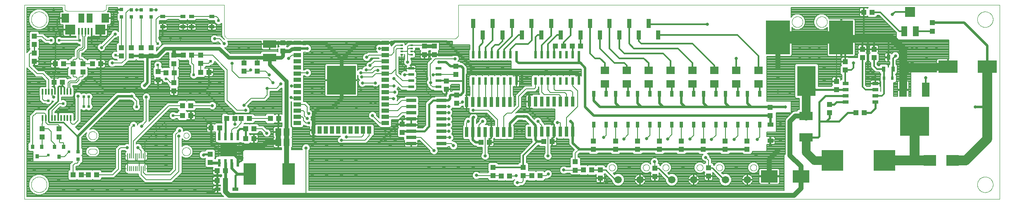
<source format=gtl>
G75*
%MOIN*%
%OFA0B0*%
%FSLAX25Y25*%
%IPPOS*%
%LPD*%
%AMOC8*
5,1,8,0,0,1.08239X$1,22.5*
%
%ADD10C,0.00000*%
%ADD11R,0.04331X0.03937*%
%ADD12R,0.03937X0.04331*%
%ADD13R,0.10630X0.06299*%
%ADD14R,0.01575X0.04500*%
%ADD15R,0.05906X0.03543*%
%ADD16R,0.03543X0.05906*%
%ADD17R,0.23622X0.23622*%
%ADD18R,0.03150X0.03937*%
%ADD19R,0.02362X0.03150*%
%ADD20R,0.17717X0.16535*%
%ADD21R,0.05000X0.02835*%
%ADD22R,0.09843X0.08661*%
%ADD23R,0.07874X0.07874*%
%ADD24R,0.05118X0.07874*%
%ADD25R,0.15748X0.09843*%
%ADD26R,0.03150X0.03543*%
%ADD27R,0.01575X0.05315*%
%ADD28R,0.08268X0.07874*%
%ADD29R,0.04724X0.07480*%
%ADD30R,0.06299X0.07480*%
%ADD31R,0.03150X0.03150*%
%ADD32R,0.04134X0.02559*%
%ADD33R,0.19685X0.27559*%
%ADD34R,0.14961X0.24016*%
%ADD35R,0.04803X0.03583*%
%ADD36R,0.01969X0.01378*%
%ADD37R,0.03150X0.04724*%
%ADD38R,0.07087X0.06299*%
%ADD39R,0.00787X0.04488*%
%ADD40R,0.02362X0.06102*%
%ADD41R,0.08000X0.02600*%
%ADD42R,0.03504X0.07283*%
%ADD43R,0.02600X0.08000*%
%ADD44R,0.06299X0.11811*%
%ADD45R,0.10630X0.07087*%
%ADD46C,0.05937*%
%ADD47R,0.10236X0.17717*%
%ADD48R,0.13819X0.10315*%
%ADD49R,0.02402X0.06299*%
%ADD50R,0.05118X0.05906*%
%ADD51R,0.04724X0.02362*%
%ADD52R,0.13780X0.09843*%
%ADD53R,0.04724X0.02756*%
%ADD54C,0.01200*%
%ADD55C,0.01000*%
%ADD56C,0.03000*%
%ADD57C,0.01600*%
%ADD58C,0.00800*%
%ADD59C,0.02578*%
%ADD60C,0.02000*%
%ADD61C,0.10000*%
%ADD62C,0.06299*%
%ADD63C,0.04000*%
%ADD64C,0.03937*%
%ADD65C,0.00600*%
%ADD66C,0.00787*%
%ADD67C,0.02400*%
%ADD68C,0.03200*%
%ADD69C,0.07087*%
%ADD70C,0.02362*%
%ADD71C,0.07874*%
D10*
X0060586Y0028959D02*
X0060586Y0186439D01*
X0093066Y0186439D01*
X0093066Y0183487D01*
X0093068Y0183401D01*
X0093073Y0183315D01*
X0093083Y0183230D01*
X0093096Y0183145D01*
X0093113Y0183061D01*
X0093133Y0182977D01*
X0093157Y0182895D01*
X0093185Y0182814D01*
X0093216Y0182733D01*
X0093250Y0182655D01*
X0093288Y0182578D01*
X0093330Y0182503D01*
X0093374Y0182429D01*
X0093422Y0182358D01*
X0093473Y0182288D01*
X0093527Y0182221D01*
X0093583Y0182157D01*
X0093643Y0182095D01*
X0093705Y0182035D01*
X0093769Y0181979D01*
X0093836Y0181925D01*
X0093906Y0181874D01*
X0093977Y0181826D01*
X0094051Y0181782D01*
X0094126Y0181740D01*
X0094203Y0181702D01*
X0094281Y0181668D01*
X0094362Y0181637D01*
X0094443Y0181609D01*
X0094525Y0181585D01*
X0094609Y0181565D01*
X0094693Y0181548D01*
X0094778Y0181535D01*
X0094863Y0181525D01*
X0094949Y0181520D01*
X0095035Y0181518D01*
X0124562Y0181518D01*
X0124648Y0181520D01*
X0124734Y0181525D01*
X0124819Y0181535D01*
X0124904Y0181548D01*
X0124988Y0181565D01*
X0125072Y0181585D01*
X0125154Y0181609D01*
X0125235Y0181637D01*
X0125316Y0181668D01*
X0125394Y0181702D01*
X0125471Y0181740D01*
X0125547Y0181782D01*
X0125620Y0181826D01*
X0125691Y0181874D01*
X0125761Y0181925D01*
X0125828Y0181979D01*
X0125892Y0182035D01*
X0125954Y0182095D01*
X0126014Y0182157D01*
X0126070Y0182221D01*
X0126124Y0182288D01*
X0126175Y0182358D01*
X0126223Y0182429D01*
X0126267Y0182503D01*
X0126309Y0182578D01*
X0126347Y0182655D01*
X0126381Y0182733D01*
X0126412Y0182814D01*
X0126440Y0182895D01*
X0126464Y0182977D01*
X0126484Y0183061D01*
X0126501Y0183145D01*
X0126514Y0183230D01*
X0126524Y0183315D01*
X0126529Y0183401D01*
X0126531Y0183487D01*
X0126531Y0186439D01*
X0222003Y0186439D01*
X0222003Y0162817D01*
X0222005Y0162693D01*
X0222011Y0162570D01*
X0222020Y0162446D01*
X0222034Y0162324D01*
X0222051Y0162201D01*
X0222073Y0162079D01*
X0222098Y0161958D01*
X0222127Y0161838D01*
X0222159Y0161719D01*
X0222196Y0161600D01*
X0222236Y0161483D01*
X0222279Y0161368D01*
X0222327Y0161253D01*
X0222378Y0161141D01*
X0222432Y0161030D01*
X0222490Y0160920D01*
X0222551Y0160813D01*
X0222616Y0160707D01*
X0222684Y0160604D01*
X0222755Y0160503D01*
X0222829Y0160404D01*
X0222906Y0160307D01*
X0222987Y0160213D01*
X0223070Y0160122D01*
X0223156Y0160033D01*
X0223245Y0159947D01*
X0223336Y0159864D01*
X0223430Y0159783D01*
X0223527Y0159706D01*
X0223626Y0159632D01*
X0223727Y0159561D01*
X0223830Y0159493D01*
X0223936Y0159428D01*
X0224043Y0159367D01*
X0224153Y0159309D01*
X0224264Y0159255D01*
X0224376Y0159204D01*
X0224491Y0159156D01*
X0224606Y0159113D01*
X0224723Y0159073D01*
X0224842Y0159036D01*
X0224961Y0159004D01*
X0225081Y0158975D01*
X0225202Y0158950D01*
X0225324Y0158928D01*
X0225447Y0158911D01*
X0225569Y0158897D01*
X0225693Y0158888D01*
X0225816Y0158882D01*
X0225940Y0158880D01*
X0407043Y0158880D01*
X0407167Y0158882D01*
X0407290Y0158888D01*
X0407414Y0158897D01*
X0407536Y0158911D01*
X0407659Y0158928D01*
X0407781Y0158950D01*
X0407902Y0158975D01*
X0408022Y0159004D01*
X0408141Y0159036D01*
X0408260Y0159073D01*
X0408377Y0159113D01*
X0408492Y0159156D01*
X0408607Y0159204D01*
X0408719Y0159255D01*
X0408830Y0159309D01*
X0408940Y0159367D01*
X0409047Y0159428D01*
X0409153Y0159493D01*
X0409256Y0159561D01*
X0409357Y0159632D01*
X0409456Y0159706D01*
X0409553Y0159783D01*
X0409647Y0159864D01*
X0409738Y0159947D01*
X0409827Y0160033D01*
X0409913Y0160122D01*
X0409996Y0160213D01*
X0410077Y0160307D01*
X0410154Y0160404D01*
X0410228Y0160503D01*
X0410299Y0160604D01*
X0410367Y0160707D01*
X0410432Y0160813D01*
X0410493Y0160920D01*
X0410551Y0161030D01*
X0410605Y0161141D01*
X0410656Y0161253D01*
X0410704Y0161368D01*
X0410747Y0161483D01*
X0410787Y0161600D01*
X0410824Y0161719D01*
X0410856Y0161838D01*
X0410885Y0161958D01*
X0410910Y0162079D01*
X0410932Y0162201D01*
X0410949Y0162324D01*
X0410963Y0162446D01*
X0410972Y0162570D01*
X0410978Y0162693D01*
X0410980Y0162817D01*
X0410980Y0186439D01*
X0847987Y0186439D01*
X0847987Y0028959D01*
X0060586Y0028959D01*
X0066098Y0040770D02*
X0066100Y0040928D01*
X0066106Y0041086D01*
X0066116Y0041244D01*
X0066130Y0041402D01*
X0066148Y0041559D01*
X0066169Y0041716D01*
X0066195Y0041872D01*
X0066225Y0042028D01*
X0066258Y0042183D01*
X0066296Y0042336D01*
X0066337Y0042489D01*
X0066382Y0042641D01*
X0066431Y0042792D01*
X0066484Y0042941D01*
X0066540Y0043089D01*
X0066600Y0043235D01*
X0066664Y0043380D01*
X0066732Y0043523D01*
X0066803Y0043665D01*
X0066877Y0043805D01*
X0066955Y0043942D01*
X0067037Y0044078D01*
X0067121Y0044212D01*
X0067210Y0044343D01*
X0067301Y0044472D01*
X0067396Y0044599D01*
X0067493Y0044724D01*
X0067594Y0044846D01*
X0067698Y0044965D01*
X0067805Y0045082D01*
X0067915Y0045196D01*
X0068028Y0045307D01*
X0068143Y0045416D01*
X0068261Y0045521D01*
X0068382Y0045623D01*
X0068505Y0045723D01*
X0068631Y0045819D01*
X0068759Y0045912D01*
X0068889Y0046002D01*
X0069022Y0046088D01*
X0069157Y0046172D01*
X0069293Y0046251D01*
X0069432Y0046328D01*
X0069573Y0046400D01*
X0069715Y0046470D01*
X0069859Y0046535D01*
X0070005Y0046597D01*
X0070152Y0046655D01*
X0070301Y0046710D01*
X0070451Y0046761D01*
X0070602Y0046808D01*
X0070754Y0046851D01*
X0070907Y0046890D01*
X0071062Y0046926D01*
X0071217Y0046957D01*
X0071373Y0046985D01*
X0071529Y0047009D01*
X0071686Y0047029D01*
X0071844Y0047045D01*
X0072001Y0047057D01*
X0072160Y0047065D01*
X0072318Y0047069D01*
X0072476Y0047069D01*
X0072634Y0047065D01*
X0072793Y0047057D01*
X0072950Y0047045D01*
X0073108Y0047029D01*
X0073265Y0047009D01*
X0073421Y0046985D01*
X0073577Y0046957D01*
X0073732Y0046926D01*
X0073887Y0046890D01*
X0074040Y0046851D01*
X0074192Y0046808D01*
X0074343Y0046761D01*
X0074493Y0046710D01*
X0074642Y0046655D01*
X0074789Y0046597D01*
X0074935Y0046535D01*
X0075079Y0046470D01*
X0075221Y0046400D01*
X0075362Y0046328D01*
X0075501Y0046251D01*
X0075637Y0046172D01*
X0075772Y0046088D01*
X0075905Y0046002D01*
X0076035Y0045912D01*
X0076163Y0045819D01*
X0076289Y0045723D01*
X0076412Y0045623D01*
X0076533Y0045521D01*
X0076651Y0045416D01*
X0076766Y0045307D01*
X0076879Y0045196D01*
X0076989Y0045082D01*
X0077096Y0044965D01*
X0077200Y0044846D01*
X0077301Y0044724D01*
X0077398Y0044599D01*
X0077493Y0044472D01*
X0077584Y0044343D01*
X0077673Y0044212D01*
X0077757Y0044078D01*
X0077839Y0043942D01*
X0077917Y0043805D01*
X0077991Y0043665D01*
X0078062Y0043523D01*
X0078130Y0043380D01*
X0078194Y0043235D01*
X0078254Y0043089D01*
X0078310Y0042941D01*
X0078363Y0042792D01*
X0078412Y0042641D01*
X0078457Y0042489D01*
X0078498Y0042336D01*
X0078536Y0042183D01*
X0078569Y0042028D01*
X0078599Y0041872D01*
X0078625Y0041716D01*
X0078646Y0041559D01*
X0078664Y0041402D01*
X0078678Y0041244D01*
X0078688Y0041086D01*
X0078694Y0040928D01*
X0078696Y0040770D01*
X0078694Y0040612D01*
X0078688Y0040454D01*
X0078678Y0040296D01*
X0078664Y0040138D01*
X0078646Y0039981D01*
X0078625Y0039824D01*
X0078599Y0039668D01*
X0078569Y0039512D01*
X0078536Y0039357D01*
X0078498Y0039204D01*
X0078457Y0039051D01*
X0078412Y0038899D01*
X0078363Y0038748D01*
X0078310Y0038599D01*
X0078254Y0038451D01*
X0078194Y0038305D01*
X0078130Y0038160D01*
X0078062Y0038017D01*
X0077991Y0037875D01*
X0077917Y0037735D01*
X0077839Y0037598D01*
X0077757Y0037462D01*
X0077673Y0037328D01*
X0077584Y0037197D01*
X0077493Y0037068D01*
X0077398Y0036941D01*
X0077301Y0036816D01*
X0077200Y0036694D01*
X0077096Y0036575D01*
X0076989Y0036458D01*
X0076879Y0036344D01*
X0076766Y0036233D01*
X0076651Y0036124D01*
X0076533Y0036019D01*
X0076412Y0035917D01*
X0076289Y0035817D01*
X0076163Y0035721D01*
X0076035Y0035628D01*
X0075905Y0035538D01*
X0075772Y0035452D01*
X0075637Y0035368D01*
X0075501Y0035289D01*
X0075362Y0035212D01*
X0075221Y0035140D01*
X0075079Y0035070D01*
X0074935Y0035005D01*
X0074789Y0034943D01*
X0074642Y0034885D01*
X0074493Y0034830D01*
X0074343Y0034779D01*
X0074192Y0034732D01*
X0074040Y0034689D01*
X0073887Y0034650D01*
X0073732Y0034614D01*
X0073577Y0034583D01*
X0073421Y0034555D01*
X0073265Y0034531D01*
X0073108Y0034511D01*
X0072950Y0034495D01*
X0072793Y0034483D01*
X0072634Y0034475D01*
X0072476Y0034471D01*
X0072318Y0034471D01*
X0072160Y0034475D01*
X0072001Y0034483D01*
X0071844Y0034495D01*
X0071686Y0034511D01*
X0071529Y0034531D01*
X0071373Y0034555D01*
X0071217Y0034583D01*
X0071062Y0034614D01*
X0070907Y0034650D01*
X0070754Y0034689D01*
X0070602Y0034732D01*
X0070451Y0034779D01*
X0070301Y0034830D01*
X0070152Y0034885D01*
X0070005Y0034943D01*
X0069859Y0035005D01*
X0069715Y0035070D01*
X0069573Y0035140D01*
X0069432Y0035212D01*
X0069293Y0035289D01*
X0069157Y0035368D01*
X0069022Y0035452D01*
X0068889Y0035538D01*
X0068759Y0035628D01*
X0068631Y0035721D01*
X0068505Y0035817D01*
X0068382Y0035917D01*
X0068261Y0036019D01*
X0068143Y0036124D01*
X0068028Y0036233D01*
X0067915Y0036344D01*
X0067805Y0036458D01*
X0067698Y0036575D01*
X0067594Y0036694D01*
X0067493Y0036816D01*
X0067396Y0036941D01*
X0067301Y0037068D01*
X0067210Y0037197D01*
X0067121Y0037328D01*
X0067037Y0037462D01*
X0066955Y0037598D01*
X0066877Y0037735D01*
X0066803Y0037875D01*
X0066732Y0038017D01*
X0066664Y0038160D01*
X0066600Y0038305D01*
X0066540Y0038451D01*
X0066484Y0038599D01*
X0066431Y0038748D01*
X0066382Y0038899D01*
X0066337Y0039051D01*
X0066296Y0039204D01*
X0066258Y0039357D01*
X0066225Y0039512D01*
X0066195Y0039668D01*
X0066169Y0039824D01*
X0066148Y0039981D01*
X0066130Y0040138D01*
X0066116Y0040296D01*
X0066106Y0040454D01*
X0066100Y0040612D01*
X0066098Y0040770D01*
X0114326Y0065376D02*
X0117082Y0065376D01*
X0117082Y0065377D02*
X0117174Y0065379D01*
X0117266Y0065385D01*
X0117357Y0065395D01*
X0117448Y0065408D01*
X0117538Y0065426D01*
X0117628Y0065447D01*
X0117716Y0065472D01*
X0117803Y0065501D01*
X0117889Y0065533D01*
X0117974Y0065569D01*
X0118057Y0065609D01*
X0118138Y0065652D01*
X0118217Y0065698D01*
X0118294Y0065748D01*
X0118369Y0065801D01*
X0118442Y0065858D01*
X0118512Y0065917D01*
X0118580Y0065979D01*
X0118645Y0066044D01*
X0118707Y0066112D01*
X0118766Y0066182D01*
X0118823Y0066255D01*
X0118876Y0066330D01*
X0118926Y0066407D01*
X0118972Y0066486D01*
X0119015Y0066567D01*
X0119055Y0066650D01*
X0119091Y0066735D01*
X0119123Y0066821D01*
X0119152Y0066908D01*
X0119177Y0066996D01*
X0119198Y0067086D01*
X0119216Y0067176D01*
X0119229Y0067267D01*
X0119239Y0067358D01*
X0119245Y0067450D01*
X0119247Y0067542D01*
X0119245Y0067634D01*
X0119239Y0067726D01*
X0119229Y0067817D01*
X0119216Y0067908D01*
X0119198Y0067998D01*
X0119177Y0068088D01*
X0119152Y0068176D01*
X0119123Y0068263D01*
X0119091Y0068349D01*
X0119055Y0068434D01*
X0119015Y0068517D01*
X0118972Y0068598D01*
X0118926Y0068677D01*
X0118876Y0068754D01*
X0118823Y0068829D01*
X0118766Y0068902D01*
X0118707Y0068972D01*
X0118645Y0069040D01*
X0118580Y0069105D01*
X0118512Y0069167D01*
X0118442Y0069226D01*
X0118369Y0069283D01*
X0118294Y0069336D01*
X0118217Y0069386D01*
X0118138Y0069432D01*
X0118057Y0069475D01*
X0117974Y0069515D01*
X0117889Y0069551D01*
X0117803Y0069583D01*
X0117716Y0069612D01*
X0117628Y0069637D01*
X0117538Y0069658D01*
X0117448Y0069676D01*
X0117357Y0069689D01*
X0117266Y0069699D01*
X0117174Y0069705D01*
X0117082Y0069707D01*
X0114326Y0069707D01*
X0114326Y0069708D02*
X0114234Y0069702D01*
X0114143Y0069692D01*
X0114052Y0069678D01*
X0113962Y0069660D01*
X0113873Y0069639D01*
X0113784Y0069613D01*
X0113697Y0069584D01*
X0113611Y0069552D01*
X0113527Y0069516D01*
X0113444Y0069476D01*
X0113363Y0069433D01*
X0113284Y0069386D01*
X0113207Y0069336D01*
X0113132Y0069283D01*
X0113059Y0069226D01*
X0112989Y0069167D01*
X0112922Y0069105D01*
X0112857Y0069040D01*
X0112795Y0068972D01*
X0112735Y0068902D01*
X0112679Y0068829D01*
X0112626Y0068754D01*
X0112577Y0068677D01*
X0112530Y0068598D01*
X0112487Y0068516D01*
X0112448Y0068433D01*
X0112412Y0068349D01*
X0112379Y0068263D01*
X0112351Y0068176D01*
X0112326Y0068087D01*
X0112304Y0067998D01*
X0112287Y0067908D01*
X0112273Y0067817D01*
X0112264Y0067726D01*
X0112258Y0067634D01*
X0112256Y0067542D01*
X0112258Y0067450D01*
X0112264Y0067358D01*
X0112273Y0067267D01*
X0112287Y0067176D01*
X0112304Y0067086D01*
X0112326Y0066997D01*
X0112351Y0066908D01*
X0112379Y0066821D01*
X0112412Y0066735D01*
X0112448Y0066651D01*
X0112487Y0066568D01*
X0112530Y0066486D01*
X0112577Y0066407D01*
X0112626Y0066330D01*
X0112679Y0066255D01*
X0112735Y0066182D01*
X0112795Y0066112D01*
X0112857Y0066044D01*
X0112922Y0065979D01*
X0112989Y0065917D01*
X0113059Y0065858D01*
X0113132Y0065801D01*
X0113207Y0065748D01*
X0113284Y0065698D01*
X0113363Y0065651D01*
X0113444Y0065608D01*
X0113527Y0065568D01*
X0113611Y0065532D01*
X0113697Y0065500D01*
X0113784Y0065471D01*
X0113873Y0065445D01*
X0113962Y0065424D01*
X0114052Y0065406D01*
X0114143Y0065392D01*
X0114234Y0065382D01*
X0114326Y0065376D01*
X0112358Y0080534D02*
X0112360Y0080649D01*
X0112366Y0080765D01*
X0112376Y0080880D01*
X0112390Y0080995D01*
X0112408Y0081109D01*
X0112430Y0081222D01*
X0112455Y0081335D01*
X0112485Y0081446D01*
X0112518Y0081557D01*
X0112555Y0081666D01*
X0112596Y0081774D01*
X0112641Y0081881D01*
X0112689Y0081986D01*
X0112741Y0082089D01*
X0112797Y0082190D01*
X0112856Y0082290D01*
X0112918Y0082387D01*
X0112984Y0082482D01*
X0113052Y0082575D01*
X0113124Y0082665D01*
X0113199Y0082753D01*
X0113278Y0082838D01*
X0113359Y0082920D01*
X0113442Y0083000D01*
X0113529Y0083076D01*
X0113618Y0083150D01*
X0113709Y0083220D01*
X0113803Y0083288D01*
X0113899Y0083352D01*
X0113998Y0083412D01*
X0114098Y0083469D01*
X0114200Y0083523D01*
X0114304Y0083573D01*
X0114410Y0083620D01*
X0114517Y0083663D01*
X0114626Y0083702D01*
X0114736Y0083737D01*
X0114847Y0083768D01*
X0114959Y0083796D01*
X0115072Y0083820D01*
X0115186Y0083840D01*
X0115301Y0083856D01*
X0115416Y0083868D01*
X0115531Y0083876D01*
X0115646Y0083880D01*
X0115762Y0083880D01*
X0115877Y0083876D01*
X0115992Y0083868D01*
X0116107Y0083856D01*
X0116222Y0083840D01*
X0116336Y0083820D01*
X0116449Y0083796D01*
X0116561Y0083768D01*
X0116672Y0083737D01*
X0116782Y0083702D01*
X0116891Y0083663D01*
X0116998Y0083620D01*
X0117104Y0083573D01*
X0117208Y0083523D01*
X0117310Y0083469D01*
X0117410Y0083412D01*
X0117509Y0083352D01*
X0117605Y0083288D01*
X0117699Y0083220D01*
X0117790Y0083150D01*
X0117879Y0083076D01*
X0117966Y0083000D01*
X0118049Y0082920D01*
X0118130Y0082838D01*
X0118209Y0082753D01*
X0118284Y0082665D01*
X0118356Y0082575D01*
X0118424Y0082482D01*
X0118490Y0082387D01*
X0118552Y0082290D01*
X0118611Y0082190D01*
X0118667Y0082089D01*
X0118719Y0081986D01*
X0118767Y0081881D01*
X0118812Y0081774D01*
X0118853Y0081666D01*
X0118890Y0081557D01*
X0118923Y0081446D01*
X0118953Y0081335D01*
X0118978Y0081222D01*
X0119000Y0081109D01*
X0119018Y0080995D01*
X0119032Y0080880D01*
X0119042Y0080765D01*
X0119048Y0080649D01*
X0119050Y0080534D01*
X0119048Y0080419D01*
X0119042Y0080303D01*
X0119032Y0080188D01*
X0119018Y0080073D01*
X0119000Y0079959D01*
X0118978Y0079846D01*
X0118953Y0079733D01*
X0118923Y0079622D01*
X0118890Y0079511D01*
X0118853Y0079402D01*
X0118812Y0079294D01*
X0118767Y0079187D01*
X0118719Y0079082D01*
X0118667Y0078979D01*
X0118611Y0078878D01*
X0118552Y0078778D01*
X0118490Y0078681D01*
X0118424Y0078586D01*
X0118356Y0078493D01*
X0118284Y0078403D01*
X0118209Y0078315D01*
X0118130Y0078230D01*
X0118049Y0078148D01*
X0117966Y0078068D01*
X0117879Y0077992D01*
X0117790Y0077918D01*
X0117699Y0077848D01*
X0117605Y0077780D01*
X0117509Y0077716D01*
X0117410Y0077656D01*
X0117310Y0077599D01*
X0117208Y0077545D01*
X0117104Y0077495D01*
X0116998Y0077448D01*
X0116891Y0077405D01*
X0116782Y0077366D01*
X0116672Y0077331D01*
X0116561Y0077300D01*
X0116449Y0077272D01*
X0116336Y0077248D01*
X0116222Y0077228D01*
X0116107Y0077212D01*
X0115992Y0077200D01*
X0115877Y0077192D01*
X0115762Y0077188D01*
X0115646Y0077188D01*
X0115531Y0077192D01*
X0115416Y0077200D01*
X0115301Y0077212D01*
X0115186Y0077228D01*
X0115072Y0077248D01*
X0114959Y0077272D01*
X0114847Y0077300D01*
X0114736Y0077331D01*
X0114626Y0077366D01*
X0114517Y0077405D01*
X0114410Y0077448D01*
X0114304Y0077495D01*
X0114200Y0077545D01*
X0114098Y0077599D01*
X0113998Y0077656D01*
X0113899Y0077716D01*
X0113803Y0077780D01*
X0113709Y0077848D01*
X0113618Y0077918D01*
X0113529Y0077992D01*
X0113442Y0078068D01*
X0113359Y0078148D01*
X0113278Y0078230D01*
X0113199Y0078315D01*
X0113124Y0078403D01*
X0113052Y0078493D01*
X0112984Y0078586D01*
X0112918Y0078681D01*
X0112856Y0078778D01*
X0112797Y0078878D01*
X0112741Y0078979D01*
X0112689Y0079082D01*
X0112641Y0079187D01*
X0112596Y0079294D01*
X0112555Y0079402D01*
X0112518Y0079511D01*
X0112485Y0079622D01*
X0112455Y0079733D01*
X0112430Y0079846D01*
X0112408Y0079959D01*
X0112390Y0080073D01*
X0112376Y0080188D01*
X0112366Y0080303D01*
X0112360Y0080419D01*
X0112358Y0080534D01*
X0189130Y0080534D02*
X0189132Y0080627D01*
X0189138Y0080719D01*
X0189148Y0080811D01*
X0189162Y0080902D01*
X0189179Y0080993D01*
X0189201Y0081083D01*
X0189226Y0081172D01*
X0189255Y0081260D01*
X0189288Y0081346D01*
X0189325Y0081431D01*
X0189365Y0081515D01*
X0189409Y0081596D01*
X0189456Y0081676D01*
X0189506Y0081754D01*
X0189560Y0081829D01*
X0189617Y0081902D01*
X0189677Y0081972D01*
X0189740Y0082040D01*
X0189806Y0082105D01*
X0189874Y0082167D01*
X0189945Y0082227D01*
X0190019Y0082283D01*
X0190095Y0082336D01*
X0190173Y0082385D01*
X0190253Y0082432D01*
X0190335Y0082474D01*
X0190419Y0082514D01*
X0190504Y0082549D01*
X0190591Y0082581D01*
X0190679Y0082610D01*
X0190768Y0082634D01*
X0190858Y0082655D01*
X0190949Y0082671D01*
X0191041Y0082684D01*
X0191133Y0082693D01*
X0191226Y0082698D01*
X0191318Y0082699D01*
X0191411Y0082696D01*
X0191503Y0082689D01*
X0191595Y0082678D01*
X0191686Y0082663D01*
X0191777Y0082645D01*
X0191867Y0082622D01*
X0191955Y0082596D01*
X0192043Y0082566D01*
X0192129Y0082532D01*
X0192213Y0082495D01*
X0192296Y0082453D01*
X0192377Y0082409D01*
X0192457Y0082361D01*
X0192534Y0082310D01*
X0192608Y0082255D01*
X0192681Y0082197D01*
X0192751Y0082137D01*
X0192818Y0082073D01*
X0192882Y0082007D01*
X0192944Y0081937D01*
X0193002Y0081866D01*
X0193057Y0081792D01*
X0193109Y0081715D01*
X0193158Y0081636D01*
X0193204Y0081556D01*
X0193246Y0081473D01*
X0193284Y0081389D01*
X0193319Y0081303D01*
X0193350Y0081216D01*
X0193377Y0081128D01*
X0193400Y0081038D01*
X0193420Y0080948D01*
X0193436Y0080857D01*
X0193448Y0080765D01*
X0193456Y0080673D01*
X0193460Y0080580D01*
X0193460Y0080488D01*
X0193456Y0080395D01*
X0193448Y0080303D01*
X0193436Y0080211D01*
X0193420Y0080120D01*
X0193400Y0080030D01*
X0193377Y0079940D01*
X0193350Y0079852D01*
X0193319Y0079765D01*
X0193284Y0079679D01*
X0193246Y0079595D01*
X0193204Y0079512D01*
X0193158Y0079432D01*
X0193109Y0079353D01*
X0193057Y0079276D01*
X0193002Y0079202D01*
X0192944Y0079131D01*
X0192882Y0079061D01*
X0192818Y0078995D01*
X0192751Y0078931D01*
X0192681Y0078871D01*
X0192608Y0078813D01*
X0192534Y0078758D01*
X0192457Y0078707D01*
X0192378Y0078659D01*
X0192296Y0078615D01*
X0192213Y0078573D01*
X0192129Y0078536D01*
X0192043Y0078502D01*
X0191955Y0078472D01*
X0191867Y0078446D01*
X0191777Y0078423D01*
X0191686Y0078405D01*
X0191595Y0078390D01*
X0191503Y0078379D01*
X0191411Y0078372D01*
X0191318Y0078369D01*
X0191226Y0078370D01*
X0191133Y0078375D01*
X0191041Y0078384D01*
X0190949Y0078397D01*
X0190858Y0078413D01*
X0190768Y0078434D01*
X0190679Y0078458D01*
X0190591Y0078487D01*
X0190504Y0078519D01*
X0190419Y0078554D01*
X0190335Y0078594D01*
X0190253Y0078636D01*
X0190173Y0078683D01*
X0190095Y0078732D01*
X0190019Y0078785D01*
X0189945Y0078841D01*
X0189874Y0078901D01*
X0189806Y0078963D01*
X0189740Y0079028D01*
X0189677Y0079096D01*
X0189617Y0079166D01*
X0189560Y0079239D01*
X0189506Y0079314D01*
X0189456Y0079392D01*
X0189409Y0079472D01*
X0189365Y0079553D01*
X0189325Y0079637D01*
X0189288Y0079722D01*
X0189255Y0079808D01*
X0189226Y0079896D01*
X0189201Y0079985D01*
X0189179Y0080075D01*
X0189162Y0080166D01*
X0189148Y0080257D01*
X0189138Y0080349D01*
X0189132Y0080441D01*
X0189130Y0080534D01*
X0187949Y0067542D02*
X0187951Y0067657D01*
X0187957Y0067773D01*
X0187967Y0067888D01*
X0187981Y0068003D01*
X0187999Y0068117D01*
X0188021Y0068230D01*
X0188046Y0068343D01*
X0188076Y0068454D01*
X0188109Y0068565D01*
X0188146Y0068674D01*
X0188187Y0068782D01*
X0188232Y0068889D01*
X0188280Y0068994D01*
X0188332Y0069097D01*
X0188388Y0069198D01*
X0188447Y0069298D01*
X0188509Y0069395D01*
X0188575Y0069490D01*
X0188643Y0069583D01*
X0188715Y0069673D01*
X0188790Y0069761D01*
X0188869Y0069846D01*
X0188950Y0069928D01*
X0189033Y0070008D01*
X0189120Y0070084D01*
X0189209Y0070158D01*
X0189300Y0070228D01*
X0189394Y0070296D01*
X0189490Y0070360D01*
X0189589Y0070420D01*
X0189689Y0070477D01*
X0189791Y0070531D01*
X0189895Y0070581D01*
X0190001Y0070628D01*
X0190108Y0070671D01*
X0190217Y0070710D01*
X0190327Y0070745D01*
X0190438Y0070776D01*
X0190550Y0070804D01*
X0190663Y0070828D01*
X0190777Y0070848D01*
X0190892Y0070864D01*
X0191007Y0070876D01*
X0191122Y0070884D01*
X0191237Y0070888D01*
X0191353Y0070888D01*
X0191468Y0070884D01*
X0191583Y0070876D01*
X0191698Y0070864D01*
X0191813Y0070848D01*
X0191927Y0070828D01*
X0192040Y0070804D01*
X0192152Y0070776D01*
X0192263Y0070745D01*
X0192373Y0070710D01*
X0192482Y0070671D01*
X0192589Y0070628D01*
X0192695Y0070581D01*
X0192799Y0070531D01*
X0192901Y0070477D01*
X0193001Y0070420D01*
X0193100Y0070360D01*
X0193196Y0070296D01*
X0193290Y0070228D01*
X0193381Y0070158D01*
X0193470Y0070084D01*
X0193557Y0070008D01*
X0193640Y0069928D01*
X0193721Y0069846D01*
X0193800Y0069761D01*
X0193875Y0069673D01*
X0193947Y0069583D01*
X0194015Y0069490D01*
X0194081Y0069395D01*
X0194143Y0069298D01*
X0194202Y0069198D01*
X0194258Y0069097D01*
X0194310Y0068994D01*
X0194358Y0068889D01*
X0194403Y0068782D01*
X0194444Y0068674D01*
X0194481Y0068565D01*
X0194514Y0068454D01*
X0194544Y0068343D01*
X0194569Y0068230D01*
X0194591Y0068117D01*
X0194609Y0068003D01*
X0194623Y0067888D01*
X0194633Y0067773D01*
X0194639Y0067657D01*
X0194641Y0067542D01*
X0194639Y0067427D01*
X0194633Y0067311D01*
X0194623Y0067196D01*
X0194609Y0067081D01*
X0194591Y0066967D01*
X0194569Y0066854D01*
X0194544Y0066741D01*
X0194514Y0066630D01*
X0194481Y0066519D01*
X0194444Y0066410D01*
X0194403Y0066302D01*
X0194358Y0066195D01*
X0194310Y0066090D01*
X0194258Y0065987D01*
X0194202Y0065886D01*
X0194143Y0065786D01*
X0194081Y0065689D01*
X0194015Y0065594D01*
X0193947Y0065501D01*
X0193875Y0065411D01*
X0193800Y0065323D01*
X0193721Y0065238D01*
X0193640Y0065156D01*
X0193557Y0065076D01*
X0193470Y0065000D01*
X0193381Y0064926D01*
X0193290Y0064856D01*
X0193196Y0064788D01*
X0193100Y0064724D01*
X0193001Y0064664D01*
X0192901Y0064607D01*
X0192799Y0064553D01*
X0192695Y0064503D01*
X0192589Y0064456D01*
X0192482Y0064413D01*
X0192373Y0064374D01*
X0192263Y0064339D01*
X0192152Y0064308D01*
X0192040Y0064280D01*
X0191927Y0064256D01*
X0191813Y0064236D01*
X0191698Y0064220D01*
X0191583Y0064208D01*
X0191468Y0064200D01*
X0191353Y0064196D01*
X0191237Y0064196D01*
X0191122Y0064200D01*
X0191007Y0064208D01*
X0190892Y0064220D01*
X0190777Y0064236D01*
X0190663Y0064256D01*
X0190550Y0064280D01*
X0190438Y0064308D01*
X0190327Y0064339D01*
X0190217Y0064374D01*
X0190108Y0064413D01*
X0190001Y0064456D01*
X0189895Y0064503D01*
X0189791Y0064553D01*
X0189689Y0064607D01*
X0189589Y0064664D01*
X0189490Y0064724D01*
X0189394Y0064788D01*
X0189300Y0064856D01*
X0189209Y0064926D01*
X0189120Y0065000D01*
X0189033Y0065076D01*
X0188950Y0065156D01*
X0188869Y0065238D01*
X0188790Y0065323D01*
X0188715Y0065411D01*
X0188643Y0065501D01*
X0188575Y0065594D01*
X0188509Y0065689D01*
X0188447Y0065786D01*
X0188388Y0065886D01*
X0188332Y0065987D01*
X0188280Y0066090D01*
X0188232Y0066195D01*
X0188187Y0066302D01*
X0188146Y0066410D01*
X0188109Y0066519D01*
X0188076Y0066630D01*
X0188046Y0066741D01*
X0188021Y0066854D01*
X0187999Y0066967D01*
X0187981Y0067081D01*
X0187967Y0067196D01*
X0187957Y0067311D01*
X0187951Y0067427D01*
X0187949Y0067542D01*
X0066098Y0174628D02*
X0066100Y0174786D01*
X0066106Y0174944D01*
X0066116Y0175102D01*
X0066130Y0175260D01*
X0066148Y0175417D01*
X0066169Y0175574D01*
X0066195Y0175730D01*
X0066225Y0175886D01*
X0066258Y0176041D01*
X0066296Y0176194D01*
X0066337Y0176347D01*
X0066382Y0176499D01*
X0066431Y0176650D01*
X0066484Y0176799D01*
X0066540Y0176947D01*
X0066600Y0177093D01*
X0066664Y0177238D01*
X0066732Y0177381D01*
X0066803Y0177523D01*
X0066877Y0177663D01*
X0066955Y0177800D01*
X0067037Y0177936D01*
X0067121Y0178070D01*
X0067210Y0178201D01*
X0067301Y0178330D01*
X0067396Y0178457D01*
X0067493Y0178582D01*
X0067594Y0178704D01*
X0067698Y0178823D01*
X0067805Y0178940D01*
X0067915Y0179054D01*
X0068028Y0179165D01*
X0068143Y0179274D01*
X0068261Y0179379D01*
X0068382Y0179481D01*
X0068505Y0179581D01*
X0068631Y0179677D01*
X0068759Y0179770D01*
X0068889Y0179860D01*
X0069022Y0179946D01*
X0069157Y0180030D01*
X0069293Y0180109D01*
X0069432Y0180186D01*
X0069573Y0180258D01*
X0069715Y0180328D01*
X0069859Y0180393D01*
X0070005Y0180455D01*
X0070152Y0180513D01*
X0070301Y0180568D01*
X0070451Y0180619D01*
X0070602Y0180666D01*
X0070754Y0180709D01*
X0070907Y0180748D01*
X0071062Y0180784D01*
X0071217Y0180815D01*
X0071373Y0180843D01*
X0071529Y0180867D01*
X0071686Y0180887D01*
X0071844Y0180903D01*
X0072001Y0180915D01*
X0072160Y0180923D01*
X0072318Y0180927D01*
X0072476Y0180927D01*
X0072634Y0180923D01*
X0072793Y0180915D01*
X0072950Y0180903D01*
X0073108Y0180887D01*
X0073265Y0180867D01*
X0073421Y0180843D01*
X0073577Y0180815D01*
X0073732Y0180784D01*
X0073887Y0180748D01*
X0074040Y0180709D01*
X0074192Y0180666D01*
X0074343Y0180619D01*
X0074493Y0180568D01*
X0074642Y0180513D01*
X0074789Y0180455D01*
X0074935Y0180393D01*
X0075079Y0180328D01*
X0075221Y0180258D01*
X0075362Y0180186D01*
X0075501Y0180109D01*
X0075637Y0180030D01*
X0075772Y0179946D01*
X0075905Y0179860D01*
X0076035Y0179770D01*
X0076163Y0179677D01*
X0076289Y0179581D01*
X0076412Y0179481D01*
X0076533Y0179379D01*
X0076651Y0179274D01*
X0076766Y0179165D01*
X0076879Y0179054D01*
X0076989Y0178940D01*
X0077096Y0178823D01*
X0077200Y0178704D01*
X0077301Y0178582D01*
X0077398Y0178457D01*
X0077493Y0178330D01*
X0077584Y0178201D01*
X0077673Y0178070D01*
X0077757Y0177936D01*
X0077839Y0177800D01*
X0077917Y0177663D01*
X0077991Y0177523D01*
X0078062Y0177381D01*
X0078130Y0177238D01*
X0078194Y0177093D01*
X0078254Y0176947D01*
X0078310Y0176799D01*
X0078363Y0176650D01*
X0078412Y0176499D01*
X0078457Y0176347D01*
X0078498Y0176194D01*
X0078536Y0176041D01*
X0078569Y0175886D01*
X0078599Y0175730D01*
X0078625Y0175574D01*
X0078646Y0175417D01*
X0078664Y0175260D01*
X0078678Y0175102D01*
X0078688Y0174944D01*
X0078694Y0174786D01*
X0078696Y0174628D01*
X0078694Y0174470D01*
X0078688Y0174312D01*
X0078678Y0174154D01*
X0078664Y0173996D01*
X0078646Y0173839D01*
X0078625Y0173682D01*
X0078599Y0173526D01*
X0078569Y0173370D01*
X0078536Y0173215D01*
X0078498Y0173062D01*
X0078457Y0172909D01*
X0078412Y0172757D01*
X0078363Y0172606D01*
X0078310Y0172457D01*
X0078254Y0172309D01*
X0078194Y0172163D01*
X0078130Y0172018D01*
X0078062Y0171875D01*
X0077991Y0171733D01*
X0077917Y0171593D01*
X0077839Y0171456D01*
X0077757Y0171320D01*
X0077673Y0171186D01*
X0077584Y0171055D01*
X0077493Y0170926D01*
X0077398Y0170799D01*
X0077301Y0170674D01*
X0077200Y0170552D01*
X0077096Y0170433D01*
X0076989Y0170316D01*
X0076879Y0170202D01*
X0076766Y0170091D01*
X0076651Y0169982D01*
X0076533Y0169877D01*
X0076412Y0169775D01*
X0076289Y0169675D01*
X0076163Y0169579D01*
X0076035Y0169486D01*
X0075905Y0169396D01*
X0075772Y0169310D01*
X0075637Y0169226D01*
X0075501Y0169147D01*
X0075362Y0169070D01*
X0075221Y0168998D01*
X0075079Y0168928D01*
X0074935Y0168863D01*
X0074789Y0168801D01*
X0074642Y0168743D01*
X0074493Y0168688D01*
X0074343Y0168637D01*
X0074192Y0168590D01*
X0074040Y0168547D01*
X0073887Y0168508D01*
X0073732Y0168472D01*
X0073577Y0168441D01*
X0073421Y0168413D01*
X0073265Y0168389D01*
X0073108Y0168369D01*
X0072950Y0168353D01*
X0072793Y0168341D01*
X0072634Y0168333D01*
X0072476Y0168329D01*
X0072318Y0168329D01*
X0072160Y0168333D01*
X0072001Y0168341D01*
X0071844Y0168353D01*
X0071686Y0168369D01*
X0071529Y0168389D01*
X0071373Y0168413D01*
X0071217Y0168441D01*
X0071062Y0168472D01*
X0070907Y0168508D01*
X0070754Y0168547D01*
X0070602Y0168590D01*
X0070451Y0168637D01*
X0070301Y0168688D01*
X0070152Y0168743D01*
X0070005Y0168801D01*
X0069859Y0168863D01*
X0069715Y0168928D01*
X0069573Y0168998D01*
X0069432Y0169070D01*
X0069293Y0169147D01*
X0069157Y0169226D01*
X0069022Y0169310D01*
X0068889Y0169396D01*
X0068759Y0169486D01*
X0068631Y0169579D01*
X0068505Y0169675D01*
X0068382Y0169775D01*
X0068261Y0169877D01*
X0068143Y0169982D01*
X0068028Y0170091D01*
X0067915Y0170202D01*
X0067805Y0170316D01*
X0067698Y0170433D01*
X0067594Y0170552D01*
X0067493Y0170674D01*
X0067396Y0170799D01*
X0067301Y0170926D01*
X0067210Y0171055D01*
X0067121Y0171186D01*
X0067037Y0171320D01*
X0066955Y0171456D01*
X0066877Y0171593D01*
X0066803Y0171733D01*
X0066732Y0171875D01*
X0066664Y0172018D01*
X0066600Y0172163D01*
X0066540Y0172309D01*
X0066484Y0172457D01*
X0066431Y0172606D01*
X0066382Y0172757D01*
X0066337Y0172909D01*
X0066296Y0173062D01*
X0066258Y0173215D01*
X0066225Y0173370D01*
X0066195Y0173526D01*
X0066169Y0173682D01*
X0066148Y0173839D01*
X0066130Y0173996D01*
X0066116Y0174154D01*
X0066106Y0174312D01*
X0066100Y0174470D01*
X0066098Y0174628D01*
X0532436Y0054550D02*
X0532438Y0054651D01*
X0532444Y0054752D01*
X0532454Y0054853D01*
X0532468Y0054953D01*
X0532486Y0055052D01*
X0532508Y0055151D01*
X0532533Y0055249D01*
X0532563Y0055346D01*
X0532596Y0055441D01*
X0532633Y0055535D01*
X0532674Y0055628D01*
X0532718Y0055719D01*
X0532766Y0055808D01*
X0532818Y0055895D01*
X0532873Y0055980D01*
X0532931Y0056062D01*
X0532992Y0056143D01*
X0533057Y0056221D01*
X0533124Y0056296D01*
X0533194Y0056368D01*
X0533268Y0056438D01*
X0533344Y0056505D01*
X0533422Y0056569D01*
X0533503Y0056629D01*
X0533586Y0056686D01*
X0533672Y0056740D01*
X0533760Y0056791D01*
X0533849Y0056838D01*
X0533940Y0056882D01*
X0534033Y0056921D01*
X0534128Y0056958D01*
X0534223Y0056990D01*
X0534320Y0057019D01*
X0534419Y0057043D01*
X0534517Y0057064D01*
X0534617Y0057081D01*
X0534717Y0057094D01*
X0534818Y0057103D01*
X0534919Y0057108D01*
X0535020Y0057109D01*
X0535121Y0057106D01*
X0535222Y0057099D01*
X0535323Y0057088D01*
X0535423Y0057073D01*
X0535522Y0057054D01*
X0535621Y0057031D01*
X0535718Y0057005D01*
X0535815Y0056974D01*
X0535910Y0056940D01*
X0536003Y0056902D01*
X0536096Y0056860D01*
X0536186Y0056815D01*
X0536275Y0056766D01*
X0536361Y0056714D01*
X0536445Y0056658D01*
X0536528Y0056599D01*
X0536607Y0056537D01*
X0536685Y0056472D01*
X0536759Y0056404D01*
X0536831Y0056332D01*
X0536900Y0056259D01*
X0536966Y0056182D01*
X0537029Y0056103D01*
X0537089Y0056021D01*
X0537145Y0055937D01*
X0537198Y0055851D01*
X0537248Y0055763D01*
X0537294Y0055673D01*
X0537337Y0055582D01*
X0537376Y0055488D01*
X0537411Y0055393D01*
X0537442Y0055297D01*
X0537470Y0055200D01*
X0537494Y0055102D01*
X0537514Y0055003D01*
X0537530Y0054903D01*
X0537542Y0054802D01*
X0537550Y0054702D01*
X0537554Y0054601D01*
X0537554Y0054499D01*
X0537550Y0054398D01*
X0537542Y0054298D01*
X0537530Y0054197D01*
X0537514Y0054097D01*
X0537494Y0053998D01*
X0537470Y0053900D01*
X0537442Y0053803D01*
X0537411Y0053707D01*
X0537376Y0053612D01*
X0537337Y0053518D01*
X0537294Y0053427D01*
X0537248Y0053337D01*
X0537198Y0053249D01*
X0537145Y0053163D01*
X0537089Y0053079D01*
X0537029Y0052997D01*
X0536966Y0052918D01*
X0536900Y0052841D01*
X0536831Y0052768D01*
X0536759Y0052696D01*
X0536685Y0052628D01*
X0536607Y0052563D01*
X0536528Y0052501D01*
X0536445Y0052442D01*
X0536361Y0052386D01*
X0536274Y0052334D01*
X0536186Y0052285D01*
X0536096Y0052240D01*
X0536003Y0052198D01*
X0535910Y0052160D01*
X0535815Y0052126D01*
X0535718Y0052095D01*
X0535621Y0052069D01*
X0535522Y0052046D01*
X0535423Y0052027D01*
X0535323Y0052012D01*
X0535222Y0052001D01*
X0535121Y0051994D01*
X0535020Y0051991D01*
X0534919Y0051992D01*
X0534818Y0051997D01*
X0534717Y0052006D01*
X0534617Y0052019D01*
X0534517Y0052036D01*
X0534419Y0052057D01*
X0534320Y0052081D01*
X0534223Y0052110D01*
X0534128Y0052142D01*
X0534033Y0052179D01*
X0533940Y0052218D01*
X0533849Y0052262D01*
X0533760Y0052309D01*
X0533672Y0052360D01*
X0533586Y0052414D01*
X0533503Y0052471D01*
X0533422Y0052531D01*
X0533344Y0052595D01*
X0533268Y0052662D01*
X0533194Y0052732D01*
X0533124Y0052804D01*
X0533057Y0052879D01*
X0532992Y0052957D01*
X0532931Y0053038D01*
X0532873Y0053120D01*
X0532818Y0053205D01*
X0532766Y0053292D01*
X0532718Y0053381D01*
X0532674Y0053472D01*
X0532633Y0053565D01*
X0532596Y0053659D01*
X0532563Y0053754D01*
X0532533Y0053851D01*
X0532508Y0053949D01*
X0532486Y0054048D01*
X0532468Y0054147D01*
X0532454Y0054247D01*
X0532444Y0054348D01*
X0532438Y0054449D01*
X0532436Y0054550D01*
X0559995Y0054550D02*
X0559997Y0054651D01*
X0560003Y0054752D01*
X0560013Y0054853D01*
X0560027Y0054953D01*
X0560045Y0055052D01*
X0560067Y0055151D01*
X0560092Y0055249D01*
X0560122Y0055346D01*
X0560155Y0055441D01*
X0560192Y0055535D01*
X0560233Y0055628D01*
X0560277Y0055719D01*
X0560325Y0055808D01*
X0560377Y0055895D01*
X0560432Y0055980D01*
X0560490Y0056062D01*
X0560551Y0056143D01*
X0560616Y0056221D01*
X0560683Y0056296D01*
X0560753Y0056368D01*
X0560827Y0056438D01*
X0560903Y0056505D01*
X0560981Y0056569D01*
X0561062Y0056629D01*
X0561145Y0056686D01*
X0561231Y0056740D01*
X0561319Y0056791D01*
X0561408Y0056838D01*
X0561499Y0056882D01*
X0561592Y0056921D01*
X0561687Y0056958D01*
X0561782Y0056990D01*
X0561879Y0057019D01*
X0561978Y0057043D01*
X0562076Y0057064D01*
X0562176Y0057081D01*
X0562276Y0057094D01*
X0562377Y0057103D01*
X0562478Y0057108D01*
X0562579Y0057109D01*
X0562680Y0057106D01*
X0562781Y0057099D01*
X0562882Y0057088D01*
X0562982Y0057073D01*
X0563081Y0057054D01*
X0563180Y0057031D01*
X0563277Y0057005D01*
X0563374Y0056974D01*
X0563469Y0056940D01*
X0563562Y0056902D01*
X0563655Y0056860D01*
X0563745Y0056815D01*
X0563834Y0056766D01*
X0563920Y0056714D01*
X0564004Y0056658D01*
X0564087Y0056599D01*
X0564166Y0056537D01*
X0564244Y0056472D01*
X0564318Y0056404D01*
X0564390Y0056332D01*
X0564459Y0056259D01*
X0564525Y0056182D01*
X0564588Y0056103D01*
X0564648Y0056021D01*
X0564704Y0055937D01*
X0564757Y0055851D01*
X0564807Y0055763D01*
X0564853Y0055673D01*
X0564896Y0055582D01*
X0564935Y0055488D01*
X0564970Y0055393D01*
X0565001Y0055297D01*
X0565029Y0055200D01*
X0565053Y0055102D01*
X0565073Y0055003D01*
X0565089Y0054903D01*
X0565101Y0054802D01*
X0565109Y0054702D01*
X0565113Y0054601D01*
X0565113Y0054499D01*
X0565109Y0054398D01*
X0565101Y0054298D01*
X0565089Y0054197D01*
X0565073Y0054097D01*
X0565053Y0053998D01*
X0565029Y0053900D01*
X0565001Y0053803D01*
X0564970Y0053707D01*
X0564935Y0053612D01*
X0564896Y0053518D01*
X0564853Y0053427D01*
X0564807Y0053337D01*
X0564757Y0053249D01*
X0564704Y0053163D01*
X0564648Y0053079D01*
X0564588Y0052997D01*
X0564525Y0052918D01*
X0564459Y0052841D01*
X0564390Y0052768D01*
X0564318Y0052696D01*
X0564244Y0052628D01*
X0564166Y0052563D01*
X0564087Y0052501D01*
X0564004Y0052442D01*
X0563920Y0052386D01*
X0563833Y0052334D01*
X0563745Y0052285D01*
X0563655Y0052240D01*
X0563562Y0052198D01*
X0563469Y0052160D01*
X0563374Y0052126D01*
X0563277Y0052095D01*
X0563180Y0052069D01*
X0563081Y0052046D01*
X0562982Y0052027D01*
X0562882Y0052012D01*
X0562781Y0052001D01*
X0562680Y0051994D01*
X0562579Y0051991D01*
X0562478Y0051992D01*
X0562377Y0051997D01*
X0562276Y0052006D01*
X0562176Y0052019D01*
X0562076Y0052036D01*
X0561978Y0052057D01*
X0561879Y0052081D01*
X0561782Y0052110D01*
X0561687Y0052142D01*
X0561592Y0052179D01*
X0561499Y0052218D01*
X0561408Y0052262D01*
X0561319Y0052309D01*
X0561231Y0052360D01*
X0561145Y0052414D01*
X0561062Y0052471D01*
X0560981Y0052531D01*
X0560903Y0052595D01*
X0560827Y0052662D01*
X0560753Y0052732D01*
X0560683Y0052804D01*
X0560616Y0052879D01*
X0560551Y0052957D01*
X0560490Y0053038D01*
X0560432Y0053120D01*
X0560377Y0053205D01*
X0560325Y0053292D01*
X0560277Y0053381D01*
X0560233Y0053472D01*
X0560192Y0053565D01*
X0560155Y0053659D01*
X0560122Y0053754D01*
X0560092Y0053851D01*
X0560067Y0053949D01*
X0560045Y0054048D01*
X0560027Y0054147D01*
X0560013Y0054247D01*
X0560003Y0054348D01*
X0559997Y0054449D01*
X0559995Y0054550D01*
X0575743Y0054550D02*
X0575745Y0054651D01*
X0575751Y0054752D01*
X0575761Y0054853D01*
X0575775Y0054953D01*
X0575793Y0055052D01*
X0575815Y0055151D01*
X0575840Y0055249D01*
X0575870Y0055346D01*
X0575903Y0055441D01*
X0575940Y0055535D01*
X0575981Y0055628D01*
X0576025Y0055719D01*
X0576073Y0055808D01*
X0576125Y0055895D01*
X0576180Y0055980D01*
X0576238Y0056062D01*
X0576299Y0056143D01*
X0576364Y0056221D01*
X0576431Y0056296D01*
X0576501Y0056368D01*
X0576575Y0056438D01*
X0576651Y0056505D01*
X0576729Y0056569D01*
X0576810Y0056629D01*
X0576893Y0056686D01*
X0576979Y0056740D01*
X0577067Y0056791D01*
X0577156Y0056838D01*
X0577247Y0056882D01*
X0577340Y0056921D01*
X0577435Y0056958D01*
X0577530Y0056990D01*
X0577627Y0057019D01*
X0577726Y0057043D01*
X0577824Y0057064D01*
X0577924Y0057081D01*
X0578024Y0057094D01*
X0578125Y0057103D01*
X0578226Y0057108D01*
X0578327Y0057109D01*
X0578428Y0057106D01*
X0578529Y0057099D01*
X0578630Y0057088D01*
X0578730Y0057073D01*
X0578829Y0057054D01*
X0578928Y0057031D01*
X0579025Y0057005D01*
X0579122Y0056974D01*
X0579217Y0056940D01*
X0579310Y0056902D01*
X0579403Y0056860D01*
X0579493Y0056815D01*
X0579582Y0056766D01*
X0579668Y0056714D01*
X0579752Y0056658D01*
X0579835Y0056599D01*
X0579914Y0056537D01*
X0579992Y0056472D01*
X0580066Y0056404D01*
X0580138Y0056332D01*
X0580207Y0056259D01*
X0580273Y0056182D01*
X0580336Y0056103D01*
X0580396Y0056021D01*
X0580452Y0055937D01*
X0580505Y0055851D01*
X0580555Y0055763D01*
X0580601Y0055673D01*
X0580644Y0055582D01*
X0580683Y0055488D01*
X0580718Y0055393D01*
X0580749Y0055297D01*
X0580777Y0055200D01*
X0580801Y0055102D01*
X0580821Y0055003D01*
X0580837Y0054903D01*
X0580849Y0054802D01*
X0580857Y0054702D01*
X0580861Y0054601D01*
X0580861Y0054499D01*
X0580857Y0054398D01*
X0580849Y0054298D01*
X0580837Y0054197D01*
X0580821Y0054097D01*
X0580801Y0053998D01*
X0580777Y0053900D01*
X0580749Y0053803D01*
X0580718Y0053707D01*
X0580683Y0053612D01*
X0580644Y0053518D01*
X0580601Y0053427D01*
X0580555Y0053337D01*
X0580505Y0053249D01*
X0580452Y0053163D01*
X0580396Y0053079D01*
X0580336Y0052997D01*
X0580273Y0052918D01*
X0580207Y0052841D01*
X0580138Y0052768D01*
X0580066Y0052696D01*
X0579992Y0052628D01*
X0579914Y0052563D01*
X0579835Y0052501D01*
X0579752Y0052442D01*
X0579668Y0052386D01*
X0579581Y0052334D01*
X0579493Y0052285D01*
X0579403Y0052240D01*
X0579310Y0052198D01*
X0579217Y0052160D01*
X0579122Y0052126D01*
X0579025Y0052095D01*
X0578928Y0052069D01*
X0578829Y0052046D01*
X0578730Y0052027D01*
X0578630Y0052012D01*
X0578529Y0052001D01*
X0578428Y0051994D01*
X0578327Y0051991D01*
X0578226Y0051992D01*
X0578125Y0051997D01*
X0578024Y0052006D01*
X0577924Y0052019D01*
X0577824Y0052036D01*
X0577726Y0052057D01*
X0577627Y0052081D01*
X0577530Y0052110D01*
X0577435Y0052142D01*
X0577340Y0052179D01*
X0577247Y0052218D01*
X0577156Y0052262D01*
X0577067Y0052309D01*
X0576979Y0052360D01*
X0576893Y0052414D01*
X0576810Y0052471D01*
X0576729Y0052531D01*
X0576651Y0052595D01*
X0576575Y0052662D01*
X0576501Y0052732D01*
X0576431Y0052804D01*
X0576364Y0052879D01*
X0576299Y0052957D01*
X0576238Y0053038D01*
X0576180Y0053120D01*
X0576125Y0053205D01*
X0576073Y0053292D01*
X0576025Y0053381D01*
X0575981Y0053472D01*
X0575940Y0053565D01*
X0575903Y0053659D01*
X0575870Y0053754D01*
X0575840Y0053851D01*
X0575815Y0053949D01*
X0575793Y0054048D01*
X0575775Y0054147D01*
X0575761Y0054247D01*
X0575751Y0054348D01*
X0575745Y0054449D01*
X0575743Y0054550D01*
X0603302Y0054550D02*
X0603304Y0054651D01*
X0603310Y0054752D01*
X0603320Y0054853D01*
X0603334Y0054953D01*
X0603352Y0055052D01*
X0603374Y0055151D01*
X0603399Y0055249D01*
X0603429Y0055346D01*
X0603462Y0055441D01*
X0603499Y0055535D01*
X0603540Y0055628D01*
X0603584Y0055719D01*
X0603632Y0055808D01*
X0603684Y0055895D01*
X0603739Y0055980D01*
X0603797Y0056062D01*
X0603858Y0056143D01*
X0603923Y0056221D01*
X0603990Y0056296D01*
X0604060Y0056368D01*
X0604134Y0056438D01*
X0604210Y0056505D01*
X0604288Y0056569D01*
X0604369Y0056629D01*
X0604452Y0056686D01*
X0604538Y0056740D01*
X0604626Y0056791D01*
X0604715Y0056838D01*
X0604806Y0056882D01*
X0604899Y0056921D01*
X0604994Y0056958D01*
X0605089Y0056990D01*
X0605186Y0057019D01*
X0605285Y0057043D01*
X0605383Y0057064D01*
X0605483Y0057081D01*
X0605583Y0057094D01*
X0605684Y0057103D01*
X0605785Y0057108D01*
X0605886Y0057109D01*
X0605987Y0057106D01*
X0606088Y0057099D01*
X0606189Y0057088D01*
X0606289Y0057073D01*
X0606388Y0057054D01*
X0606487Y0057031D01*
X0606584Y0057005D01*
X0606681Y0056974D01*
X0606776Y0056940D01*
X0606869Y0056902D01*
X0606962Y0056860D01*
X0607052Y0056815D01*
X0607141Y0056766D01*
X0607227Y0056714D01*
X0607311Y0056658D01*
X0607394Y0056599D01*
X0607473Y0056537D01*
X0607551Y0056472D01*
X0607625Y0056404D01*
X0607697Y0056332D01*
X0607766Y0056259D01*
X0607832Y0056182D01*
X0607895Y0056103D01*
X0607955Y0056021D01*
X0608011Y0055937D01*
X0608064Y0055851D01*
X0608114Y0055763D01*
X0608160Y0055673D01*
X0608203Y0055582D01*
X0608242Y0055488D01*
X0608277Y0055393D01*
X0608308Y0055297D01*
X0608336Y0055200D01*
X0608360Y0055102D01*
X0608380Y0055003D01*
X0608396Y0054903D01*
X0608408Y0054802D01*
X0608416Y0054702D01*
X0608420Y0054601D01*
X0608420Y0054499D01*
X0608416Y0054398D01*
X0608408Y0054298D01*
X0608396Y0054197D01*
X0608380Y0054097D01*
X0608360Y0053998D01*
X0608336Y0053900D01*
X0608308Y0053803D01*
X0608277Y0053707D01*
X0608242Y0053612D01*
X0608203Y0053518D01*
X0608160Y0053427D01*
X0608114Y0053337D01*
X0608064Y0053249D01*
X0608011Y0053163D01*
X0607955Y0053079D01*
X0607895Y0052997D01*
X0607832Y0052918D01*
X0607766Y0052841D01*
X0607697Y0052768D01*
X0607625Y0052696D01*
X0607551Y0052628D01*
X0607473Y0052563D01*
X0607394Y0052501D01*
X0607311Y0052442D01*
X0607227Y0052386D01*
X0607140Y0052334D01*
X0607052Y0052285D01*
X0606962Y0052240D01*
X0606869Y0052198D01*
X0606776Y0052160D01*
X0606681Y0052126D01*
X0606584Y0052095D01*
X0606487Y0052069D01*
X0606388Y0052046D01*
X0606289Y0052027D01*
X0606189Y0052012D01*
X0606088Y0052001D01*
X0605987Y0051994D01*
X0605886Y0051991D01*
X0605785Y0051992D01*
X0605684Y0051997D01*
X0605583Y0052006D01*
X0605483Y0052019D01*
X0605383Y0052036D01*
X0605285Y0052057D01*
X0605186Y0052081D01*
X0605089Y0052110D01*
X0604994Y0052142D01*
X0604899Y0052179D01*
X0604806Y0052218D01*
X0604715Y0052262D01*
X0604626Y0052309D01*
X0604538Y0052360D01*
X0604452Y0052414D01*
X0604369Y0052471D01*
X0604288Y0052531D01*
X0604210Y0052595D01*
X0604134Y0052662D01*
X0604060Y0052732D01*
X0603990Y0052804D01*
X0603923Y0052879D01*
X0603858Y0052957D01*
X0603797Y0053038D01*
X0603739Y0053120D01*
X0603684Y0053205D01*
X0603632Y0053292D01*
X0603584Y0053381D01*
X0603540Y0053472D01*
X0603499Y0053565D01*
X0603462Y0053659D01*
X0603429Y0053754D01*
X0603399Y0053851D01*
X0603374Y0053949D01*
X0603352Y0054048D01*
X0603334Y0054147D01*
X0603320Y0054247D01*
X0603310Y0054348D01*
X0603304Y0054449D01*
X0603302Y0054550D01*
X0619051Y0054550D02*
X0619053Y0054651D01*
X0619059Y0054752D01*
X0619069Y0054853D01*
X0619083Y0054953D01*
X0619101Y0055052D01*
X0619123Y0055151D01*
X0619148Y0055249D01*
X0619178Y0055346D01*
X0619211Y0055441D01*
X0619248Y0055535D01*
X0619289Y0055628D01*
X0619333Y0055719D01*
X0619381Y0055808D01*
X0619433Y0055895D01*
X0619488Y0055980D01*
X0619546Y0056062D01*
X0619607Y0056143D01*
X0619672Y0056221D01*
X0619739Y0056296D01*
X0619809Y0056368D01*
X0619883Y0056438D01*
X0619959Y0056505D01*
X0620037Y0056569D01*
X0620118Y0056629D01*
X0620201Y0056686D01*
X0620287Y0056740D01*
X0620375Y0056791D01*
X0620464Y0056838D01*
X0620555Y0056882D01*
X0620648Y0056921D01*
X0620743Y0056958D01*
X0620838Y0056990D01*
X0620935Y0057019D01*
X0621034Y0057043D01*
X0621132Y0057064D01*
X0621232Y0057081D01*
X0621332Y0057094D01*
X0621433Y0057103D01*
X0621534Y0057108D01*
X0621635Y0057109D01*
X0621736Y0057106D01*
X0621837Y0057099D01*
X0621938Y0057088D01*
X0622038Y0057073D01*
X0622137Y0057054D01*
X0622236Y0057031D01*
X0622333Y0057005D01*
X0622430Y0056974D01*
X0622525Y0056940D01*
X0622618Y0056902D01*
X0622711Y0056860D01*
X0622801Y0056815D01*
X0622890Y0056766D01*
X0622976Y0056714D01*
X0623060Y0056658D01*
X0623143Y0056599D01*
X0623222Y0056537D01*
X0623300Y0056472D01*
X0623374Y0056404D01*
X0623446Y0056332D01*
X0623515Y0056259D01*
X0623581Y0056182D01*
X0623644Y0056103D01*
X0623704Y0056021D01*
X0623760Y0055937D01*
X0623813Y0055851D01*
X0623863Y0055763D01*
X0623909Y0055673D01*
X0623952Y0055582D01*
X0623991Y0055488D01*
X0624026Y0055393D01*
X0624057Y0055297D01*
X0624085Y0055200D01*
X0624109Y0055102D01*
X0624129Y0055003D01*
X0624145Y0054903D01*
X0624157Y0054802D01*
X0624165Y0054702D01*
X0624169Y0054601D01*
X0624169Y0054499D01*
X0624165Y0054398D01*
X0624157Y0054298D01*
X0624145Y0054197D01*
X0624129Y0054097D01*
X0624109Y0053998D01*
X0624085Y0053900D01*
X0624057Y0053803D01*
X0624026Y0053707D01*
X0623991Y0053612D01*
X0623952Y0053518D01*
X0623909Y0053427D01*
X0623863Y0053337D01*
X0623813Y0053249D01*
X0623760Y0053163D01*
X0623704Y0053079D01*
X0623644Y0052997D01*
X0623581Y0052918D01*
X0623515Y0052841D01*
X0623446Y0052768D01*
X0623374Y0052696D01*
X0623300Y0052628D01*
X0623222Y0052563D01*
X0623143Y0052501D01*
X0623060Y0052442D01*
X0622976Y0052386D01*
X0622889Y0052334D01*
X0622801Y0052285D01*
X0622711Y0052240D01*
X0622618Y0052198D01*
X0622525Y0052160D01*
X0622430Y0052126D01*
X0622333Y0052095D01*
X0622236Y0052069D01*
X0622137Y0052046D01*
X0622038Y0052027D01*
X0621938Y0052012D01*
X0621837Y0052001D01*
X0621736Y0051994D01*
X0621635Y0051991D01*
X0621534Y0051992D01*
X0621433Y0051997D01*
X0621332Y0052006D01*
X0621232Y0052019D01*
X0621132Y0052036D01*
X0621034Y0052057D01*
X0620935Y0052081D01*
X0620838Y0052110D01*
X0620743Y0052142D01*
X0620648Y0052179D01*
X0620555Y0052218D01*
X0620464Y0052262D01*
X0620375Y0052309D01*
X0620287Y0052360D01*
X0620201Y0052414D01*
X0620118Y0052471D01*
X0620037Y0052531D01*
X0619959Y0052595D01*
X0619883Y0052662D01*
X0619809Y0052732D01*
X0619739Y0052804D01*
X0619672Y0052879D01*
X0619607Y0052957D01*
X0619546Y0053038D01*
X0619488Y0053120D01*
X0619433Y0053205D01*
X0619381Y0053292D01*
X0619333Y0053381D01*
X0619289Y0053472D01*
X0619248Y0053565D01*
X0619211Y0053659D01*
X0619178Y0053754D01*
X0619148Y0053851D01*
X0619123Y0053949D01*
X0619101Y0054048D01*
X0619083Y0054147D01*
X0619069Y0054247D01*
X0619059Y0054348D01*
X0619053Y0054449D01*
X0619051Y0054550D01*
X0646610Y0054550D02*
X0646612Y0054651D01*
X0646618Y0054752D01*
X0646628Y0054853D01*
X0646642Y0054953D01*
X0646660Y0055052D01*
X0646682Y0055151D01*
X0646707Y0055249D01*
X0646737Y0055346D01*
X0646770Y0055441D01*
X0646807Y0055535D01*
X0646848Y0055628D01*
X0646892Y0055719D01*
X0646940Y0055808D01*
X0646992Y0055895D01*
X0647047Y0055980D01*
X0647105Y0056062D01*
X0647166Y0056143D01*
X0647231Y0056221D01*
X0647298Y0056296D01*
X0647368Y0056368D01*
X0647442Y0056438D01*
X0647518Y0056505D01*
X0647596Y0056569D01*
X0647677Y0056629D01*
X0647760Y0056686D01*
X0647846Y0056740D01*
X0647934Y0056791D01*
X0648023Y0056838D01*
X0648114Y0056882D01*
X0648207Y0056921D01*
X0648302Y0056958D01*
X0648397Y0056990D01*
X0648494Y0057019D01*
X0648593Y0057043D01*
X0648691Y0057064D01*
X0648791Y0057081D01*
X0648891Y0057094D01*
X0648992Y0057103D01*
X0649093Y0057108D01*
X0649194Y0057109D01*
X0649295Y0057106D01*
X0649396Y0057099D01*
X0649497Y0057088D01*
X0649597Y0057073D01*
X0649696Y0057054D01*
X0649795Y0057031D01*
X0649892Y0057005D01*
X0649989Y0056974D01*
X0650084Y0056940D01*
X0650177Y0056902D01*
X0650270Y0056860D01*
X0650360Y0056815D01*
X0650449Y0056766D01*
X0650535Y0056714D01*
X0650619Y0056658D01*
X0650702Y0056599D01*
X0650781Y0056537D01*
X0650859Y0056472D01*
X0650933Y0056404D01*
X0651005Y0056332D01*
X0651074Y0056259D01*
X0651140Y0056182D01*
X0651203Y0056103D01*
X0651263Y0056021D01*
X0651319Y0055937D01*
X0651372Y0055851D01*
X0651422Y0055763D01*
X0651468Y0055673D01*
X0651511Y0055582D01*
X0651550Y0055488D01*
X0651585Y0055393D01*
X0651616Y0055297D01*
X0651644Y0055200D01*
X0651668Y0055102D01*
X0651688Y0055003D01*
X0651704Y0054903D01*
X0651716Y0054802D01*
X0651724Y0054702D01*
X0651728Y0054601D01*
X0651728Y0054499D01*
X0651724Y0054398D01*
X0651716Y0054298D01*
X0651704Y0054197D01*
X0651688Y0054097D01*
X0651668Y0053998D01*
X0651644Y0053900D01*
X0651616Y0053803D01*
X0651585Y0053707D01*
X0651550Y0053612D01*
X0651511Y0053518D01*
X0651468Y0053427D01*
X0651422Y0053337D01*
X0651372Y0053249D01*
X0651319Y0053163D01*
X0651263Y0053079D01*
X0651203Y0052997D01*
X0651140Y0052918D01*
X0651074Y0052841D01*
X0651005Y0052768D01*
X0650933Y0052696D01*
X0650859Y0052628D01*
X0650781Y0052563D01*
X0650702Y0052501D01*
X0650619Y0052442D01*
X0650535Y0052386D01*
X0650448Y0052334D01*
X0650360Y0052285D01*
X0650270Y0052240D01*
X0650177Y0052198D01*
X0650084Y0052160D01*
X0649989Y0052126D01*
X0649892Y0052095D01*
X0649795Y0052069D01*
X0649696Y0052046D01*
X0649597Y0052027D01*
X0649497Y0052012D01*
X0649396Y0052001D01*
X0649295Y0051994D01*
X0649194Y0051991D01*
X0649093Y0051992D01*
X0648992Y0051997D01*
X0648891Y0052006D01*
X0648791Y0052019D01*
X0648691Y0052036D01*
X0648593Y0052057D01*
X0648494Y0052081D01*
X0648397Y0052110D01*
X0648302Y0052142D01*
X0648207Y0052179D01*
X0648114Y0052218D01*
X0648023Y0052262D01*
X0647934Y0052309D01*
X0647846Y0052360D01*
X0647760Y0052414D01*
X0647677Y0052471D01*
X0647596Y0052531D01*
X0647518Y0052595D01*
X0647442Y0052662D01*
X0647368Y0052732D01*
X0647298Y0052804D01*
X0647231Y0052879D01*
X0647166Y0052957D01*
X0647105Y0053038D01*
X0647047Y0053120D01*
X0646992Y0053205D01*
X0646940Y0053292D01*
X0646892Y0053381D01*
X0646848Y0053472D01*
X0646807Y0053565D01*
X0646770Y0053659D01*
X0646737Y0053754D01*
X0646707Y0053851D01*
X0646682Y0053949D01*
X0646660Y0054048D01*
X0646642Y0054147D01*
X0646628Y0054247D01*
X0646618Y0054348D01*
X0646612Y0054449D01*
X0646610Y0054550D01*
X0829877Y0040770D02*
X0829879Y0040928D01*
X0829885Y0041086D01*
X0829895Y0041244D01*
X0829909Y0041402D01*
X0829927Y0041559D01*
X0829948Y0041716D01*
X0829974Y0041872D01*
X0830004Y0042028D01*
X0830037Y0042183D01*
X0830075Y0042336D01*
X0830116Y0042489D01*
X0830161Y0042641D01*
X0830210Y0042792D01*
X0830263Y0042941D01*
X0830319Y0043089D01*
X0830379Y0043235D01*
X0830443Y0043380D01*
X0830511Y0043523D01*
X0830582Y0043665D01*
X0830656Y0043805D01*
X0830734Y0043942D01*
X0830816Y0044078D01*
X0830900Y0044212D01*
X0830989Y0044343D01*
X0831080Y0044472D01*
X0831175Y0044599D01*
X0831272Y0044724D01*
X0831373Y0044846D01*
X0831477Y0044965D01*
X0831584Y0045082D01*
X0831694Y0045196D01*
X0831807Y0045307D01*
X0831922Y0045416D01*
X0832040Y0045521D01*
X0832161Y0045623D01*
X0832284Y0045723D01*
X0832410Y0045819D01*
X0832538Y0045912D01*
X0832668Y0046002D01*
X0832801Y0046088D01*
X0832936Y0046172D01*
X0833072Y0046251D01*
X0833211Y0046328D01*
X0833352Y0046400D01*
X0833494Y0046470D01*
X0833638Y0046535D01*
X0833784Y0046597D01*
X0833931Y0046655D01*
X0834080Y0046710D01*
X0834230Y0046761D01*
X0834381Y0046808D01*
X0834533Y0046851D01*
X0834686Y0046890D01*
X0834841Y0046926D01*
X0834996Y0046957D01*
X0835152Y0046985D01*
X0835308Y0047009D01*
X0835465Y0047029D01*
X0835623Y0047045D01*
X0835780Y0047057D01*
X0835939Y0047065D01*
X0836097Y0047069D01*
X0836255Y0047069D01*
X0836413Y0047065D01*
X0836572Y0047057D01*
X0836729Y0047045D01*
X0836887Y0047029D01*
X0837044Y0047009D01*
X0837200Y0046985D01*
X0837356Y0046957D01*
X0837511Y0046926D01*
X0837666Y0046890D01*
X0837819Y0046851D01*
X0837971Y0046808D01*
X0838122Y0046761D01*
X0838272Y0046710D01*
X0838421Y0046655D01*
X0838568Y0046597D01*
X0838714Y0046535D01*
X0838858Y0046470D01*
X0839000Y0046400D01*
X0839141Y0046328D01*
X0839280Y0046251D01*
X0839416Y0046172D01*
X0839551Y0046088D01*
X0839684Y0046002D01*
X0839814Y0045912D01*
X0839942Y0045819D01*
X0840068Y0045723D01*
X0840191Y0045623D01*
X0840312Y0045521D01*
X0840430Y0045416D01*
X0840545Y0045307D01*
X0840658Y0045196D01*
X0840768Y0045082D01*
X0840875Y0044965D01*
X0840979Y0044846D01*
X0841080Y0044724D01*
X0841177Y0044599D01*
X0841272Y0044472D01*
X0841363Y0044343D01*
X0841452Y0044212D01*
X0841536Y0044078D01*
X0841618Y0043942D01*
X0841696Y0043805D01*
X0841770Y0043665D01*
X0841841Y0043523D01*
X0841909Y0043380D01*
X0841973Y0043235D01*
X0842033Y0043089D01*
X0842089Y0042941D01*
X0842142Y0042792D01*
X0842191Y0042641D01*
X0842236Y0042489D01*
X0842277Y0042336D01*
X0842315Y0042183D01*
X0842348Y0042028D01*
X0842378Y0041872D01*
X0842404Y0041716D01*
X0842425Y0041559D01*
X0842443Y0041402D01*
X0842457Y0041244D01*
X0842467Y0041086D01*
X0842473Y0040928D01*
X0842475Y0040770D01*
X0842473Y0040612D01*
X0842467Y0040454D01*
X0842457Y0040296D01*
X0842443Y0040138D01*
X0842425Y0039981D01*
X0842404Y0039824D01*
X0842378Y0039668D01*
X0842348Y0039512D01*
X0842315Y0039357D01*
X0842277Y0039204D01*
X0842236Y0039051D01*
X0842191Y0038899D01*
X0842142Y0038748D01*
X0842089Y0038599D01*
X0842033Y0038451D01*
X0841973Y0038305D01*
X0841909Y0038160D01*
X0841841Y0038017D01*
X0841770Y0037875D01*
X0841696Y0037735D01*
X0841618Y0037598D01*
X0841536Y0037462D01*
X0841452Y0037328D01*
X0841363Y0037197D01*
X0841272Y0037068D01*
X0841177Y0036941D01*
X0841080Y0036816D01*
X0840979Y0036694D01*
X0840875Y0036575D01*
X0840768Y0036458D01*
X0840658Y0036344D01*
X0840545Y0036233D01*
X0840430Y0036124D01*
X0840312Y0036019D01*
X0840191Y0035917D01*
X0840068Y0035817D01*
X0839942Y0035721D01*
X0839814Y0035628D01*
X0839684Y0035538D01*
X0839551Y0035452D01*
X0839416Y0035368D01*
X0839280Y0035289D01*
X0839141Y0035212D01*
X0839000Y0035140D01*
X0838858Y0035070D01*
X0838714Y0035005D01*
X0838568Y0034943D01*
X0838421Y0034885D01*
X0838272Y0034830D01*
X0838122Y0034779D01*
X0837971Y0034732D01*
X0837819Y0034689D01*
X0837666Y0034650D01*
X0837511Y0034614D01*
X0837356Y0034583D01*
X0837200Y0034555D01*
X0837044Y0034531D01*
X0836887Y0034511D01*
X0836729Y0034495D01*
X0836572Y0034483D01*
X0836413Y0034475D01*
X0836255Y0034471D01*
X0836097Y0034471D01*
X0835939Y0034475D01*
X0835780Y0034483D01*
X0835623Y0034495D01*
X0835465Y0034511D01*
X0835308Y0034531D01*
X0835152Y0034555D01*
X0834996Y0034583D01*
X0834841Y0034614D01*
X0834686Y0034650D01*
X0834533Y0034689D01*
X0834381Y0034732D01*
X0834230Y0034779D01*
X0834080Y0034830D01*
X0833931Y0034885D01*
X0833784Y0034943D01*
X0833638Y0035005D01*
X0833494Y0035070D01*
X0833352Y0035140D01*
X0833211Y0035212D01*
X0833072Y0035289D01*
X0832936Y0035368D01*
X0832801Y0035452D01*
X0832668Y0035538D01*
X0832538Y0035628D01*
X0832410Y0035721D01*
X0832284Y0035817D01*
X0832161Y0035917D01*
X0832040Y0036019D01*
X0831922Y0036124D01*
X0831807Y0036233D01*
X0831694Y0036344D01*
X0831584Y0036458D01*
X0831477Y0036575D01*
X0831373Y0036694D01*
X0831272Y0036816D01*
X0831175Y0036941D01*
X0831080Y0037068D01*
X0830989Y0037197D01*
X0830900Y0037328D01*
X0830816Y0037462D01*
X0830734Y0037598D01*
X0830656Y0037735D01*
X0830582Y0037875D01*
X0830511Y0038017D01*
X0830443Y0038160D01*
X0830379Y0038305D01*
X0830319Y0038451D01*
X0830263Y0038599D01*
X0830210Y0038748D01*
X0830161Y0038899D01*
X0830116Y0039051D01*
X0830075Y0039204D01*
X0830037Y0039357D01*
X0830004Y0039512D01*
X0829974Y0039668D01*
X0829948Y0039824D01*
X0829927Y0039981D01*
X0829909Y0040138D01*
X0829895Y0040296D01*
X0829885Y0040454D01*
X0829879Y0040612D01*
X0829877Y0040770D01*
X0699956Y0172660D02*
X0699958Y0172791D01*
X0699964Y0172923D01*
X0699974Y0173054D01*
X0699988Y0173185D01*
X0700006Y0173315D01*
X0700028Y0173444D01*
X0700053Y0173573D01*
X0700083Y0173701D01*
X0700117Y0173828D01*
X0700154Y0173955D01*
X0700195Y0174079D01*
X0700240Y0174203D01*
X0700289Y0174325D01*
X0700341Y0174446D01*
X0700397Y0174564D01*
X0700457Y0174682D01*
X0700520Y0174797D01*
X0700587Y0174910D01*
X0700657Y0175022D01*
X0700730Y0175131D01*
X0700806Y0175237D01*
X0700886Y0175342D01*
X0700969Y0175444D01*
X0701055Y0175543D01*
X0701144Y0175640D01*
X0701236Y0175734D01*
X0701331Y0175825D01*
X0701428Y0175914D01*
X0701528Y0175999D01*
X0701631Y0176081D01*
X0701736Y0176160D01*
X0701843Y0176236D01*
X0701953Y0176308D01*
X0702065Y0176377D01*
X0702179Y0176443D01*
X0702294Y0176505D01*
X0702412Y0176564D01*
X0702531Y0176619D01*
X0702652Y0176671D01*
X0702775Y0176718D01*
X0702899Y0176762D01*
X0703024Y0176803D01*
X0703150Y0176839D01*
X0703278Y0176872D01*
X0703406Y0176900D01*
X0703535Y0176925D01*
X0703665Y0176946D01*
X0703795Y0176963D01*
X0703926Y0176976D01*
X0704057Y0176985D01*
X0704188Y0176990D01*
X0704320Y0176991D01*
X0704451Y0176988D01*
X0704583Y0176981D01*
X0704714Y0176970D01*
X0704844Y0176955D01*
X0704974Y0176936D01*
X0705104Y0176913D01*
X0705232Y0176887D01*
X0705360Y0176856D01*
X0705487Y0176821D01*
X0705613Y0176783D01*
X0705737Y0176741D01*
X0705861Y0176695D01*
X0705982Y0176645D01*
X0706102Y0176592D01*
X0706221Y0176535D01*
X0706338Y0176475D01*
X0706452Y0176411D01*
X0706565Y0176343D01*
X0706676Y0176272D01*
X0706785Y0176198D01*
X0706891Y0176121D01*
X0706995Y0176040D01*
X0707096Y0175957D01*
X0707195Y0175870D01*
X0707291Y0175780D01*
X0707384Y0175687D01*
X0707475Y0175592D01*
X0707562Y0175494D01*
X0707647Y0175393D01*
X0707728Y0175290D01*
X0707806Y0175184D01*
X0707881Y0175076D01*
X0707953Y0174966D01*
X0708021Y0174854D01*
X0708086Y0174740D01*
X0708147Y0174623D01*
X0708205Y0174505D01*
X0708259Y0174385D01*
X0708310Y0174264D01*
X0708357Y0174141D01*
X0708400Y0174017D01*
X0708439Y0173892D01*
X0708475Y0173765D01*
X0708506Y0173637D01*
X0708534Y0173509D01*
X0708558Y0173380D01*
X0708578Y0173250D01*
X0708594Y0173119D01*
X0708606Y0172988D01*
X0708614Y0172857D01*
X0708618Y0172726D01*
X0708618Y0172594D01*
X0708614Y0172463D01*
X0708606Y0172332D01*
X0708594Y0172201D01*
X0708578Y0172070D01*
X0708558Y0171940D01*
X0708534Y0171811D01*
X0708506Y0171683D01*
X0708475Y0171555D01*
X0708439Y0171428D01*
X0708400Y0171303D01*
X0708357Y0171179D01*
X0708310Y0171056D01*
X0708259Y0170935D01*
X0708205Y0170815D01*
X0708147Y0170697D01*
X0708086Y0170580D01*
X0708021Y0170466D01*
X0707953Y0170354D01*
X0707881Y0170244D01*
X0707806Y0170136D01*
X0707728Y0170030D01*
X0707647Y0169927D01*
X0707562Y0169826D01*
X0707475Y0169728D01*
X0707384Y0169633D01*
X0707291Y0169540D01*
X0707195Y0169450D01*
X0707096Y0169363D01*
X0706995Y0169280D01*
X0706891Y0169199D01*
X0706785Y0169122D01*
X0706676Y0169048D01*
X0706565Y0168977D01*
X0706453Y0168909D01*
X0706338Y0168845D01*
X0706221Y0168785D01*
X0706102Y0168728D01*
X0705982Y0168675D01*
X0705861Y0168625D01*
X0705737Y0168579D01*
X0705613Y0168537D01*
X0705487Y0168499D01*
X0705360Y0168464D01*
X0705232Y0168433D01*
X0705104Y0168407D01*
X0704974Y0168384D01*
X0704844Y0168365D01*
X0704714Y0168350D01*
X0704583Y0168339D01*
X0704451Y0168332D01*
X0704320Y0168329D01*
X0704188Y0168330D01*
X0704057Y0168335D01*
X0703926Y0168344D01*
X0703795Y0168357D01*
X0703665Y0168374D01*
X0703535Y0168395D01*
X0703406Y0168420D01*
X0703278Y0168448D01*
X0703150Y0168481D01*
X0703024Y0168517D01*
X0702899Y0168558D01*
X0702775Y0168602D01*
X0702652Y0168649D01*
X0702531Y0168701D01*
X0702412Y0168756D01*
X0702294Y0168815D01*
X0702179Y0168877D01*
X0702065Y0168943D01*
X0701953Y0169012D01*
X0701843Y0169084D01*
X0701736Y0169160D01*
X0701631Y0169239D01*
X0701528Y0169321D01*
X0701428Y0169406D01*
X0701331Y0169495D01*
X0701236Y0169586D01*
X0701144Y0169680D01*
X0701055Y0169777D01*
X0700969Y0169876D01*
X0700886Y0169978D01*
X0700806Y0170083D01*
X0700730Y0170189D01*
X0700657Y0170298D01*
X0700587Y0170410D01*
X0700520Y0170523D01*
X0700457Y0170638D01*
X0700397Y0170756D01*
X0700341Y0170874D01*
X0700289Y0170995D01*
X0700240Y0171117D01*
X0700195Y0171241D01*
X0700154Y0171365D01*
X0700117Y0171492D01*
X0700083Y0171619D01*
X0700053Y0171747D01*
X0700028Y0171876D01*
X0700006Y0172005D01*
X0699988Y0172135D01*
X0699974Y0172266D01*
X0699964Y0172397D01*
X0699958Y0172529D01*
X0699956Y0172660D01*
X0680271Y0172660D02*
X0680273Y0172791D01*
X0680279Y0172923D01*
X0680289Y0173054D01*
X0680303Y0173185D01*
X0680321Y0173315D01*
X0680343Y0173444D01*
X0680368Y0173573D01*
X0680398Y0173701D01*
X0680432Y0173828D01*
X0680469Y0173955D01*
X0680510Y0174079D01*
X0680555Y0174203D01*
X0680604Y0174325D01*
X0680656Y0174446D01*
X0680712Y0174564D01*
X0680772Y0174682D01*
X0680835Y0174797D01*
X0680902Y0174910D01*
X0680972Y0175022D01*
X0681045Y0175131D01*
X0681121Y0175237D01*
X0681201Y0175342D01*
X0681284Y0175444D01*
X0681370Y0175543D01*
X0681459Y0175640D01*
X0681551Y0175734D01*
X0681646Y0175825D01*
X0681743Y0175914D01*
X0681843Y0175999D01*
X0681946Y0176081D01*
X0682051Y0176160D01*
X0682158Y0176236D01*
X0682268Y0176308D01*
X0682380Y0176377D01*
X0682494Y0176443D01*
X0682609Y0176505D01*
X0682727Y0176564D01*
X0682846Y0176619D01*
X0682967Y0176671D01*
X0683090Y0176718D01*
X0683214Y0176762D01*
X0683339Y0176803D01*
X0683465Y0176839D01*
X0683593Y0176872D01*
X0683721Y0176900D01*
X0683850Y0176925D01*
X0683980Y0176946D01*
X0684110Y0176963D01*
X0684241Y0176976D01*
X0684372Y0176985D01*
X0684503Y0176990D01*
X0684635Y0176991D01*
X0684766Y0176988D01*
X0684898Y0176981D01*
X0685029Y0176970D01*
X0685159Y0176955D01*
X0685289Y0176936D01*
X0685419Y0176913D01*
X0685547Y0176887D01*
X0685675Y0176856D01*
X0685802Y0176821D01*
X0685928Y0176783D01*
X0686052Y0176741D01*
X0686176Y0176695D01*
X0686297Y0176645D01*
X0686417Y0176592D01*
X0686536Y0176535D01*
X0686653Y0176475D01*
X0686767Y0176411D01*
X0686880Y0176343D01*
X0686991Y0176272D01*
X0687100Y0176198D01*
X0687206Y0176121D01*
X0687310Y0176040D01*
X0687411Y0175957D01*
X0687510Y0175870D01*
X0687606Y0175780D01*
X0687699Y0175687D01*
X0687790Y0175592D01*
X0687877Y0175494D01*
X0687962Y0175393D01*
X0688043Y0175290D01*
X0688121Y0175184D01*
X0688196Y0175076D01*
X0688268Y0174966D01*
X0688336Y0174854D01*
X0688401Y0174740D01*
X0688462Y0174623D01*
X0688520Y0174505D01*
X0688574Y0174385D01*
X0688625Y0174264D01*
X0688672Y0174141D01*
X0688715Y0174017D01*
X0688754Y0173892D01*
X0688790Y0173765D01*
X0688821Y0173637D01*
X0688849Y0173509D01*
X0688873Y0173380D01*
X0688893Y0173250D01*
X0688909Y0173119D01*
X0688921Y0172988D01*
X0688929Y0172857D01*
X0688933Y0172726D01*
X0688933Y0172594D01*
X0688929Y0172463D01*
X0688921Y0172332D01*
X0688909Y0172201D01*
X0688893Y0172070D01*
X0688873Y0171940D01*
X0688849Y0171811D01*
X0688821Y0171683D01*
X0688790Y0171555D01*
X0688754Y0171428D01*
X0688715Y0171303D01*
X0688672Y0171179D01*
X0688625Y0171056D01*
X0688574Y0170935D01*
X0688520Y0170815D01*
X0688462Y0170697D01*
X0688401Y0170580D01*
X0688336Y0170466D01*
X0688268Y0170354D01*
X0688196Y0170244D01*
X0688121Y0170136D01*
X0688043Y0170030D01*
X0687962Y0169927D01*
X0687877Y0169826D01*
X0687790Y0169728D01*
X0687699Y0169633D01*
X0687606Y0169540D01*
X0687510Y0169450D01*
X0687411Y0169363D01*
X0687310Y0169280D01*
X0687206Y0169199D01*
X0687100Y0169122D01*
X0686991Y0169048D01*
X0686880Y0168977D01*
X0686768Y0168909D01*
X0686653Y0168845D01*
X0686536Y0168785D01*
X0686417Y0168728D01*
X0686297Y0168675D01*
X0686176Y0168625D01*
X0686052Y0168579D01*
X0685928Y0168537D01*
X0685802Y0168499D01*
X0685675Y0168464D01*
X0685547Y0168433D01*
X0685419Y0168407D01*
X0685289Y0168384D01*
X0685159Y0168365D01*
X0685029Y0168350D01*
X0684898Y0168339D01*
X0684766Y0168332D01*
X0684635Y0168329D01*
X0684503Y0168330D01*
X0684372Y0168335D01*
X0684241Y0168344D01*
X0684110Y0168357D01*
X0683980Y0168374D01*
X0683850Y0168395D01*
X0683721Y0168420D01*
X0683593Y0168448D01*
X0683465Y0168481D01*
X0683339Y0168517D01*
X0683214Y0168558D01*
X0683090Y0168602D01*
X0682967Y0168649D01*
X0682846Y0168701D01*
X0682727Y0168756D01*
X0682609Y0168815D01*
X0682494Y0168877D01*
X0682380Y0168943D01*
X0682268Y0169012D01*
X0682158Y0169084D01*
X0682051Y0169160D01*
X0681946Y0169239D01*
X0681843Y0169321D01*
X0681743Y0169406D01*
X0681646Y0169495D01*
X0681551Y0169586D01*
X0681459Y0169680D01*
X0681370Y0169777D01*
X0681284Y0169876D01*
X0681201Y0169978D01*
X0681121Y0170083D01*
X0681045Y0170189D01*
X0680972Y0170298D01*
X0680902Y0170410D01*
X0680835Y0170523D01*
X0680772Y0170638D01*
X0680712Y0170756D01*
X0680656Y0170874D01*
X0680604Y0170995D01*
X0680555Y0171117D01*
X0680510Y0171241D01*
X0680469Y0171365D01*
X0680432Y0171492D01*
X0680398Y0171619D01*
X0680368Y0171747D01*
X0680343Y0171876D01*
X0680321Y0172005D01*
X0680303Y0172135D01*
X0680289Y0172266D01*
X0680279Y0172397D01*
X0680273Y0172529D01*
X0680271Y0172660D01*
X0829877Y0174628D02*
X0829879Y0174786D01*
X0829885Y0174944D01*
X0829895Y0175102D01*
X0829909Y0175260D01*
X0829927Y0175417D01*
X0829948Y0175574D01*
X0829974Y0175730D01*
X0830004Y0175886D01*
X0830037Y0176041D01*
X0830075Y0176194D01*
X0830116Y0176347D01*
X0830161Y0176499D01*
X0830210Y0176650D01*
X0830263Y0176799D01*
X0830319Y0176947D01*
X0830379Y0177093D01*
X0830443Y0177238D01*
X0830511Y0177381D01*
X0830582Y0177523D01*
X0830656Y0177663D01*
X0830734Y0177800D01*
X0830816Y0177936D01*
X0830900Y0178070D01*
X0830989Y0178201D01*
X0831080Y0178330D01*
X0831175Y0178457D01*
X0831272Y0178582D01*
X0831373Y0178704D01*
X0831477Y0178823D01*
X0831584Y0178940D01*
X0831694Y0179054D01*
X0831807Y0179165D01*
X0831922Y0179274D01*
X0832040Y0179379D01*
X0832161Y0179481D01*
X0832284Y0179581D01*
X0832410Y0179677D01*
X0832538Y0179770D01*
X0832668Y0179860D01*
X0832801Y0179946D01*
X0832936Y0180030D01*
X0833072Y0180109D01*
X0833211Y0180186D01*
X0833352Y0180258D01*
X0833494Y0180328D01*
X0833638Y0180393D01*
X0833784Y0180455D01*
X0833931Y0180513D01*
X0834080Y0180568D01*
X0834230Y0180619D01*
X0834381Y0180666D01*
X0834533Y0180709D01*
X0834686Y0180748D01*
X0834841Y0180784D01*
X0834996Y0180815D01*
X0835152Y0180843D01*
X0835308Y0180867D01*
X0835465Y0180887D01*
X0835623Y0180903D01*
X0835780Y0180915D01*
X0835939Y0180923D01*
X0836097Y0180927D01*
X0836255Y0180927D01*
X0836413Y0180923D01*
X0836572Y0180915D01*
X0836729Y0180903D01*
X0836887Y0180887D01*
X0837044Y0180867D01*
X0837200Y0180843D01*
X0837356Y0180815D01*
X0837511Y0180784D01*
X0837666Y0180748D01*
X0837819Y0180709D01*
X0837971Y0180666D01*
X0838122Y0180619D01*
X0838272Y0180568D01*
X0838421Y0180513D01*
X0838568Y0180455D01*
X0838714Y0180393D01*
X0838858Y0180328D01*
X0839000Y0180258D01*
X0839141Y0180186D01*
X0839280Y0180109D01*
X0839416Y0180030D01*
X0839551Y0179946D01*
X0839684Y0179860D01*
X0839814Y0179770D01*
X0839942Y0179677D01*
X0840068Y0179581D01*
X0840191Y0179481D01*
X0840312Y0179379D01*
X0840430Y0179274D01*
X0840545Y0179165D01*
X0840658Y0179054D01*
X0840768Y0178940D01*
X0840875Y0178823D01*
X0840979Y0178704D01*
X0841080Y0178582D01*
X0841177Y0178457D01*
X0841272Y0178330D01*
X0841363Y0178201D01*
X0841452Y0178070D01*
X0841536Y0177936D01*
X0841618Y0177800D01*
X0841696Y0177663D01*
X0841770Y0177523D01*
X0841841Y0177381D01*
X0841909Y0177238D01*
X0841973Y0177093D01*
X0842033Y0176947D01*
X0842089Y0176799D01*
X0842142Y0176650D01*
X0842191Y0176499D01*
X0842236Y0176347D01*
X0842277Y0176194D01*
X0842315Y0176041D01*
X0842348Y0175886D01*
X0842378Y0175730D01*
X0842404Y0175574D01*
X0842425Y0175417D01*
X0842443Y0175260D01*
X0842457Y0175102D01*
X0842467Y0174944D01*
X0842473Y0174786D01*
X0842475Y0174628D01*
X0842473Y0174470D01*
X0842467Y0174312D01*
X0842457Y0174154D01*
X0842443Y0173996D01*
X0842425Y0173839D01*
X0842404Y0173682D01*
X0842378Y0173526D01*
X0842348Y0173370D01*
X0842315Y0173215D01*
X0842277Y0173062D01*
X0842236Y0172909D01*
X0842191Y0172757D01*
X0842142Y0172606D01*
X0842089Y0172457D01*
X0842033Y0172309D01*
X0841973Y0172163D01*
X0841909Y0172018D01*
X0841841Y0171875D01*
X0841770Y0171733D01*
X0841696Y0171593D01*
X0841618Y0171456D01*
X0841536Y0171320D01*
X0841452Y0171186D01*
X0841363Y0171055D01*
X0841272Y0170926D01*
X0841177Y0170799D01*
X0841080Y0170674D01*
X0840979Y0170552D01*
X0840875Y0170433D01*
X0840768Y0170316D01*
X0840658Y0170202D01*
X0840545Y0170091D01*
X0840430Y0169982D01*
X0840312Y0169877D01*
X0840191Y0169775D01*
X0840068Y0169675D01*
X0839942Y0169579D01*
X0839814Y0169486D01*
X0839684Y0169396D01*
X0839551Y0169310D01*
X0839416Y0169226D01*
X0839280Y0169147D01*
X0839141Y0169070D01*
X0839000Y0168998D01*
X0838858Y0168928D01*
X0838714Y0168863D01*
X0838568Y0168801D01*
X0838421Y0168743D01*
X0838272Y0168688D01*
X0838122Y0168637D01*
X0837971Y0168590D01*
X0837819Y0168547D01*
X0837666Y0168508D01*
X0837511Y0168472D01*
X0837356Y0168441D01*
X0837200Y0168413D01*
X0837044Y0168389D01*
X0836887Y0168369D01*
X0836729Y0168353D01*
X0836572Y0168341D01*
X0836413Y0168333D01*
X0836255Y0168329D01*
X0836097Y0168329D01*
X0835939Y0168333D01*
X0835780Y0168341D01*
X0835623Y0168353D01*
X0835465Y0168369D01*
X0835308Y0168389D01*
X0835152Y0168413D01*
X0834996Y0168441D01*
X0834841Y0168472D01*
X0834686Y0168508D01*
X0834533Y0168547D01*
X0834381Y0168590D01*
X0834230Y0168637D01*
X0834080Y0168688D01*
X0833931Y0168743D01*
X0833784Y0168801D01*
X0833638Y0168863D01*
X0833494Y0168928D01*
X0833352Y0168998D01*
X0833211Y0169070D01*
X0833072Y0169147D01*
X0832936Y0169226D01*
X0832801Y0169310D01*
X0832668Y0169396D01*
X0832538Y0169486D01*
X0832410Y0169579D01*
X0832284Y0169675D01*
X0832161Y0169775D01*
X0832040Y0169877D01*
X0831922Y0169982D01*
X0831807Y0170091D01*
X0831694Y0170202D01*
X0831584Y0170316D01*
X0831477Y0170433D01*
X0831373Y0170552D01*
X0831272Y0170674D01*
X0831175Y0170799D01*
X0831080Y0170926D01*
X0830989Y0171055D01*
X0830900Y0171186D01*
X0830816Y0171320D01*
X0830734Y0171456D01*
X0830656Y0171593D01*
X0830582Y0171733D01*
X0830511Y0171875D01*
X0830443Y0172018D01*
X0830379Y0172163D01*
X0830319Y0172309D01*
X0830263Y0172457D01*
X0830210Y0172606D01*
X0830161Y0172757D01*
X0830116Y0172909D01*
X0830075Y0173062D01*
X0830037Y0173215D01*
X0830004Y0173370D01*
X0829974Y0173526D01*
X0829948Y0173682D01*
X0829927Y0173839D01*
X0829909Y0173996D01*
X0829895Y0174154D01*
X0829885Y0174312D01*
X0829879Y0174470D01*
X0829877Y0174628D01*
D11*
X0793696Y0171872D03*
X0793696Y0165180D03*
X0746413Y0150416D03*
X0746413Y0143723D03*
X0710507Y0105731D03*
X0710507Y0099038D03*
X0662728Y0096816D03*
X0662728Y0103509D03*
X0644050Y0076006D03*
X0644050Y0069313D03*
X0626334Y0069313D03*
X0626334Y0076006D03*
X0608617Y0076006D03*
X0608617Y0069313D03*
X0590901Y0069313D03*
X0590901Y0076006D03*
X0573184Y0076006D03*
X0573184Y0069313D03*
X0555468Y0069313D03*
X0555468Y0076006D03*
X0537751Y0076006D03*
X0537751Y0069313D03*
X0520035Y0069313D03*
X0520035Y0076006D03*
X0486610Y0075613D03*
X0479917Y0075613D03*
X0505310Y0059195D03*
X0505310Y0052502D03*
X0463342Y0054746D03*
X0463342Y0048054D03*
X0439011Y0047935D03*
X0439011Y0054628D03*
X0435980Y0075022D03*
X0429287Y0075022D03*
X0409405Y0106715D03*
X0409405Y0113408D03*
X0409011Y0129943D03*
X0409011Y0136636D03*
X0248495Y0139304D03*
X0238019Y0139304D03*
X0238019Y0132611D03*
X0248495Y0132611D03*
X0209532Y0131789D03*
X0202839Y0131789D03*
X0202886Y0138943D03*
X0202886Y0145635D03*
X0181386Y0145535D03*
X0181386Y0138843D03*
X0162987Y0145002D03*
X0154986Y0145002D03*
X0146986Y0145002D03*
X0138986Y0145043D03*
X0138986Y0151735D03*
X0146986Y0151694D03*
X0154986Y0151694D03*
X0162987Y0151694D03*
X0122221Y0138691D03*
X0115528Y0138691D03*
X0107830Y0138605D03*
X0099856Y0138605D03*
X0092143Y0138587D03*
X0085450Y0138587D03*
X0099856Y0131912D03*
X0107830Y0131912D03*
X0091332Y0123630D03*
X0084639Y0123630D03*
X0068586Y0140643D03*
X0068586Y0147335D03*
X0068586Y0154243D03*
X0068586Y0160935D03*
X0188342Y0096676D03*
X0195035Y0096676D03*
X0211373Y0086676D03*
X0218066Y0086676D03*
X0235625Y0094195D03*
X0242318Y0094195D03*
X0222987Y0052069D03*
X0216295Y0052069D03*
X0216295Y0043880D03*
X0222987Y0043880D03*
X0088586Y0079283D03*
X0088586Y0085976D03*
X0074986Y0085976D03*
X0074986Y0079283D03*
D12*
X0099759Y0048644D03*
X0106452Y0048644D03*
X0112358Y0048644D03*
X0119050Y0048644D03*
X0210586Y0058683D03*
X0210586Y0065376D03*
X0239247Y0077935D03*
X0245940Y0077935D03*
X0245940Y0086046D03*
X0239247Y0086046D03*
X0230468Y0094195D03*
X0223775Y0094195D03*
X0195035Y0104746D03*
X0188342Y0104746D03*
X0181286Y0116743D03*
X0181286Y0123435D03*
X0168454Y0125530D03*
X0168454Y0132223D03*
X0175033Y0131389D03*
X0181726Y0131389D03*
X0188739Y0145589D03*
X0195432Y0145589D03*
X0269222Y0148874D03*
X0269222Y0155567D03*
X0383619Y0152866D03*
X0391660Y0152866D03*
X0391660Y0146173D03*
X0383619Y0146173D03*
X0401354Y0124717D03*
X0401354Y0118024D03*
X0365704Y0089786D03*
X0365704Y0083093D03*
X0445586Y0047739D03*
X0452279Y0047739D03*
X0470232Y0047857D03*
X0476924Y0047857D03*
X0511964Y0052581D03*
X0518657Y0052581D03*
X0525507Y0052660D03*
X0525507Y0045967D03*
X0569641Y0047266D03*
X0569641Y0053959D03*
X0612948Y0054353D03*
X0612948Y0047660D03*
X0731846Y0099156D03*
X0738539Y0099156D03*
X0716098Y0117739D03*
X0716098Y0124431D03*
X0723263Y0133683D03*
X0723263Y0140376D03*
X0737082Y0143723D03*
X0737082Y0150416D03*
X0738145Y0180494D03*
X0744838Y0180494D03*
X0509602Y0152975D03*
X0502909Y0152975D03*
X0495822Y0152975D03*
X0489129Y0152975D03*
X0265901Y0094313D03*
X0259208Y0094313D03*
D13*
X0258632Y0143661D03*
X0258632Y0154684D03*
D14*
X0097858Y0115945D03*
X0095358Y0115945D03*
X0092858Y0115945D03*
X0090358Y0115945D03*
X0087858Y0115945D03*
X0085358Y0115945D03*
X0082858Y0115945D03*
X0080358Y0115945D03*
X0077858Y0115945D03*
X0075358Y0115945D03*
X0075358Y0094845D03*
X0077858Y0094845D03*
X0080358Y0094845D03*
X0082858Y0094845D03*
X0085358Y0094845D03*
X0087858Y0094845D03*
X0090358Y0094845D03*
X0092858Y0094845D03*
X0095358Y0094845D03*
X0097858Y0094845D03*
D15*
X0281058Y0095731D03*
X0281058Y0090731D03*
X0281058Y0100731D03*
X0281058Y0105731D03*
X0281058Y0110731D03*
X0281058Y0115731D03*
X0281058Y0120731D03*
X0281058Y0125731D03*
X0281058Y0130731D03*
X0281058Y0135731D03*
X0281058Y0140731D03*
X0281058Y0145731D03*
X0281058Y0150731D03*
X0281058Y0155731D03*
X0351924Y0155731D03*
X0351924Y0150731D03*
X0351924Y0145731D03*
X0351924Y0140731D03*
X0351924Y0135731D03*
X0351924Y0130731D03*
X0351924Y0125731D03*
X0351924Y0120731D03*
X0351924Y0115731D03*
X0351924Y0110731D03*
X0351924Y0105731D03*
X0351924Y0100731D03*
X0351924Y0095731D03*
X0351924Y0090731D03*
D16*
X0338991Y0084865D03*
X0333991Y0084865D03*
X0328991Y0084865D03*
X0323991Y0084865D03*
X0318991Y0084865D03*
X0313991Y0084865D03*
X0308991Y0084865D03*
X0303991Y0084865D03*
X0298991Y0084865D03*
X0293991Y0084865D03*
D17*
X0316491Y0125416D03*
X0779090Y0091951D03*
D18*
X0761806Y0134431D03*
X0754326Y0134431D03*
X0758066Y0143880D03*
D19*
X0761295Y0126872D03*
X0754602Y0126872D03*
D20*
X0754877Y0060455D03*
X0712751Y0060455D03*
D21*
X0723421Y0107640D03*
X0723421Y0112640D03*
X0723421Y0117640D03*
X0723421Y0122640D03*
X0747436Y0122640D03*
X0747436Y0117640D03*
X0747436Y0112640D03*
X0747436Y0107640D03*
D22*
X0791491Y0060455D03*
X0809995Y0060455D03*
D23*
X0775586Y0180849D03*
D24*
X0780113Y0165101D03*
X0771058Y0165101D03*
D25*
X0806251Y0136254D03*
X0837747Y0136254D03*
D26*
X0092295Y0071252D03*
X0084814Y0071252D03*
X0074695Y0071441D03*
X0067214Y0071441D03*
X0070954Y0063567D03*
X0088554Y0063378D03*
D27*
X0104680Y0165081D03*
X0107239Y0165081D03*
X0109798Y0165081D03*
X0112358Y0165081D03*
X0114917Y0165081D03*
D28*
X0122003Y0166361D03*
X0097594Y0166361D03*
D29*
X0106452Y0175613D03*
X0113145Y0175613D03*
D30*
X0125940Y0175613D03*
X0093657Y0175613D03*
D31*
X0138986Y0176636D03*
X0146986Y0176595D03*
X0154986Y0176595D03*
X0162987Y0176595D03*
X0162987Y0182501D03*
X0154986Y0182501D03*
X0146986Y0182501D03*
X0138986Y0182542D03*
X0103893Y0067345D03*
X0103893Y0061439D03*
D32*
X0172303Y0168557D03*
X0188642Y0168557D03*
X0195617Y0168557D03*
X0211955Y0168557D03*
X0211955Y0177021D03*
X0195617Y0177021D03*
X0188642Y0177021D03*
X0172303Y0177021D03*
D33*
X0668854Y0159865D03*
X0720035Y0159865D03*
D34*
X0691964Y0124825D03*
D35*
X0662756Y0089377D03*
X0662756Y0076503D03*
D36*
X0373141Y0145991D03*
X0373141Y0148550D03*
X0373141Y0151109D03*
X0373141Y0153669D03*
X0365070Y0153669D03*
X0365070Y0151109D03*
X0365070Y0148550D03*
X0365070Y0145991D03*
D37*
X0520153Y0114195D03*
X0530153Y0114195D03*
X0537869Y0114195D03*
X0547869Y0114195D03*
X0555586Y0114195D03*
X0565586Y0114195D03*
X0573302Y0114195D03*
X0583302Y0114195D03*
X0591019Y0114195D03*
X0601019Y0114195D03*
X0608736Y0114195D03*
X0618736Y0114195D03*
X0626452Y0114195D03*
X0636452Y0114195D03*
X0644169Y0114195D03*
X0654169Y0114195D03*
X0654169Y0089392D03*
X0644169Y0089392D03*
X0636452Y0089392D03*
X0626452Y0089392D03*
X0618736Y0089392D03*
X0608736Y0089392D03*
X0601019Y0089392D03*
X0591019Y0089392D03*
X0583302Y0089392D03*
X0573302Y0089392D03*
X0565586Y0089392D03*
X0555586Y0089392D03*
X0547869Y0089392D03*
X0537869Y0089392D03*
X0530153Y0089392D03*
X0520153Y0089392D03*
D38*
X0529090Y0122266D03*
X0546806Y0122266D03*
X0564523Y0122266D03*
X0582239Y0122266D03*
X0599956Y0122266D03*
X0617673Y0122266D03*
X0635389Y0122266D03*
X0653106Y0122266D03*
X0653106Y0133290D03*
X0635389Y0133290D03*
X0617673Y0133290D03*
X0599956Y0133290D03*
X0582239Y0133290D03*
X0564523Y0133290D03*
X0546806Y0133290D03*
X0529090Y0133290D03*
D39*
X0158027Y0064077D03*
X0156452Y0064077D03*
X0154877Y0064077D03*
X0153302Y0064077D03*
X0151728Y0064077D03*
X0150153Y0064077D03*
X0148578Y0064077D03*
X0147003Y0064077D03*
X0145428Y0064077D03*
X0143854Y0064077D03*
X0143854Y0053683D03*
X0145428Y0053683D03*
X0147003Y0053683D03*
X0148578Y0053683D03*
X0150153Y0053683D03*
X0151728Y0053683D03*
X0153302Y0053683D03*
X0154877Y0053683D03*
X0156452Y0053683D03*
X0158027Y0053683D03*
D40*
X0422791Y0124628D03*
X0427791Y0124628D03*
X0432791Y0124628D03*
X0437791Y0124628D03*
X0442791Y0124628D03*
X0447791Y0124628D03*
X0452791Y0124628D03*
X0457791Y0124628D03*
X0473184Y0124628D03*
X0478184Y0124628D03*
X0483184Y0124628D03*
X0488184Y0124628D03*
X0493184Y0124628D03*
X0498184Y0124628D03*
X0503184Y0124628D03*
X0508184Y0124628D03*
X0508184Y0145888D03*
X0503184Y0145888D03*
X0498184Y0145888D03*
X0493184Y0145888D03*
X0488184Y0145888D03*
X0483184Y0145888D03*
X0478184Y0145888D03*
X0473184Y0145888D03*
X0457791Y0145888D03*
X0452791Y0145888D03*
X0447791Y0145888D03*
X0442791Y0145888D03*
X0437791Y0145888D03*
X0432791Y0145888D03*
X0427791Y0145888D03*
X0422791Y0145888D03*
D41*
X0397095Y0109057D03*
X0397095Y0104057D03*
X0397095Y0099057D03*
X0397095Y0094057D03*
X0397095Y0089057D03*
X0397095Y0084057D03*
X0397095Y0079057D03*
X0397095Y0074057D03*
X0372895Y0074057D03*
X0372895Y0079057D03*
X0372895Y0084057D03*
X0372895Y0089057D03*
X0372895Y0094057D03*
X0372895Y0099057D03*
X0372895Y0104057D03*
X0372895Y0109057D03*
D42*
X0430665Y0162128D03*
X0446413Y0162128D03*
X0462161Y0162128D03*
X0477909Y0162128D03*
X0493657Y0162128D03*
X0509405Y0162128D03*
X0525153Y0162128D03*
X0540901Y0162128D03*
X0556649Y0162128D03*
X0572397Y0162128D03*
X0564523Y0171380D03*
X0548775Y0171380D03*
X0533027Y0171380D03*
X0517279Y0171380D03*
X0501531Y0171380D03*
X0485783Y0171380D03*
X0470035Y0171380D03*
X0454287Y0171380D03*
X0438539Y0171380D03*
X0422791Y0171380D03*
D43*
X0422692Y0107594D03*
X0417692Y0107594D03*
X0427692Y0107594D03*
X0432692Y0107594D03*
X0437692Y0107594D03*
X0442692Y0107594D03*
X0447692Y0107594D03*
X0452692Y0107594D03*
X0468283Y0107988D03*
X0473283Y0107988D03*
X0478283Y0107988D03*
X0483283Y0107988D03*
X0488283Y0107988D03*
X0493283Y0107988D03*
X0498283Y0107988D03*
X0503283Y0107988D03*
X0503283Y0083788D03*
X0498283Y0083788D03*
X0493283Y0083788D03*
X0488283Y0083788D03*
X0483283Y0083788D03*
X0478283Y0083788D03*
X0473283Y0083788D03*
X0468283Y0083788D03*
X0452692Y0083394D03*
X0447692Y0083394D03*
X0442692Y0083394D03*
X0437692Y0083394D03*
X0432692Y0083394D03*
X0427692Y0083394D03*
X0422692Y0083394D03*
X0417692Y0083394D03*
D44*
X0770035Y0117542D03*
X0788145Y0117542D03*
D45*
X0691688Y0096282D03*
X0691688Y0078959D03*
D46*
X0644247Y0044707D03*
X0626531Y0044707D03*
X0600940Y0044707D03*
X0583224Y0044707D03*
X0557633Y0044707D03*
X0539917Y0044707D03*
D47*
X0273972Y0049431D03*
X0242476Y0049431D03*
D48*
X0225547Y0069117D03*
D49*
X0228047Y0079746D03*
X0233047Y0079746D03*
X0223047Y0079746D03*
X0218047Y0079746D03*
X0218047Y0058487D03*
X0223047Y0058487D03*
X0228047Y0058487D03*
X0233047Y0058487D03*
D50*
X0265507Y0075022D03*
X0272200Y0075022D03*
X0272200Y0083290D03*
X0265507Y0083290D03*
D51*
X0372791Y0119884D03*
X0372791Y0124884D03*
X0372791Y0129884D03*
X0372791Y0134884D03*
X0394838Y0134884D03*
X0394838Y0129884D03*
X0394838Y0124884D03*
X0394838Y0119884D03*
D52*
X0661964Y0047463D03*
X0687554Y0047463D03*
D53*
X0231058Y0036951D03*
X0216491Y0036951D03*
D54*
X0238539Y0071872D02*
X0244444Y0071872D01*
X0246019Y0073447D01*
X0245940Y0073526D01*
X0245940Y0077935D01*
X0265507Y0083290D02*
X0265507Y0093920D01*
X0265901Y0094313D01*
X0253499Y0103762D02*
X0247436Y0103762D01*
X0241924Y0098250D01*
X0229484Y0098250D01*
X0229356Y0098123D01*
X0224759Y0098123D01*
X0206139Y0116743D01*
X0209532Y0120135D01*
X0209532Y0131789D01*
X0206139Y0116743D02*
X0181286Y0116743D01*
X0170232Y0116743D01*
X0144838Y0116743D01*
X0125776Y0116743D01*
X0122221Y0120298D01*
X0122221Y0138691D01*
X0122221Y0147857D01*
X0122221Y0147954D02*
X0114917Y0155258D01*
X0114917Y0158880D01*
X0114917Y0159189D02*
X0113033Y0159189D01*
X0112554Y0159668D01*
X0114917Y0159189D02*
X0120586Y0159189D01*
X0122003Y0160606D01*
X0122003Y0166361D01*
X0114917Y0165081D02*
X0114917Y0159189D01*
X0089720Y0162817D02*
X0088614Y0163923D01*
X0088614Y0166361D01*
X0162948Y0145002D02*
X0162987Y0145002D01*
X0169956Y0159628D02*
X0172303Y0161976D01*
X0172303Y0168557D01*
X0188642Y0168557D01*
X0195617Y0168557D01*
X0211955Y0168557D01*
X0281058Y0150731D02*
X0281334Y0151006D01*
X0168454Y0125530D02*
X0168454Y0118520D01*
X0170232Y0116743D01*
X0122221Y0120298D02*
X0115135Y0127384D01*
X0112554Y0127384D01*
X0100743Y0115573D01*
X0100743Y0106912D01*
X0095232Y0101400D01*
X0089720Y0101400D01*
X0087858Y0099538D01*
X0087858Y0094845D01*
X0092082Y0091164D02*
X0081058Y0091164D01*
X0080358Y0091864D01*
X0080358Y0094845D01*
X0080358Y0101002D01*
X0087858Y0108502D01*
X0087858Y0115945D01*
X0087858Y0119702D01*
X0088586Y0120430D01*
X0090186Y0120430D01*
X0090358Y0120258D01*
X0090358Y0115945D01*
X0092858Y0115945D02*
X0092858Y0119358D01*
X0091786Y0120430D01*
X0090986Y0120430D01*
X0091332Y0120776D01*
X0091332Y0123630D01*
X0090986Y0120430D02*
X0090186Y0120430D01*
X0085358Y0118858D02*
X0085358Y0115945D01*
X0085358Y0118858D02*
X0084586Y0119630D01*
X0084586Y0123576D01*
X0084639Y0123630D01*
X0092082Y0091164D02*
X0103499Y0079746D01*
X0103893Y0079353D01*
X0293263Y0103762D02*
X0299956Y0103762D01*
X0300743Y0102975D01*
X0394838Y0124884D02*
X0401187Y0124884D01*
X0401354Y0124717D01*
X0414917Y0124717D01*
X0417692Y0130160D02*
X0418854Y0131321D01*
X0421216Y0131321D01*
X0417692Y0130160D02*
X0417692Y0107594D01*
X0417692Y0100987D01*
X0420428Y0098250D01*
X0432239Y0098250D01*
X0437692Y0092798D01*
X0437692Y0083394D01*
X0437692Y0078900D01*
X0436964Y0078172D01*
X0436570Y0078172D01*
X0435980Y0077581D01*
X0435980Y0075022D01*
X0422692Y0083394D02*
X0422692Y0084077D01*
X0463342Y0064392D02*
X0474562Y0075613D01*
X0486610Y0075613D02*
X0486610Y0078054D01*
X0487121Y0078565D01*
X0487594Y0078565D01*
X0488283Y0079254D01*
X0488283Y0083788D01*
X0488283Y0089451D01*
X0481846Y0095888D01*
X0473972Y0095888D01*
X0468283Y0101577D01*
X0468283Y0107988D01*
X0503283Y0090199D02*
X0503283Y0084077D01*
X0503283Y0083788D01*
X0463342Y0064392D02*
X0463342Y0054746D01*
X0463224Y0054628D01*
X0439011Y0054628D01*
X0530153Y0114195D02*
X0530153Y0121203D01*
X0529090Y0122266D01*
X0546806Y0122266D02*
X0547869Y0121203D01*
X0547869Y0114195D01*
X0565586Y0114195D02*
X0565586Y0121203D01*
X0564523Y0122266D01*
X0582239Y0122266D02*
X0583302Y0121203D01*
X0583302Y0114195D01*
X0601019Y0114195D02*
X0601019Y0121203D01*
X0599956Y0122266D01*
X0617673Y0122266D02*
X0618736Y0121203D01*
X0618736Y0114195D01*
X0636452Y0114195D02*
X0636452Y0121203D01*
X0635389Y0122266D01*
X0653106Y0122266D02*
X0654169Y0121203D01*
X0654169Y0114195D01*
X0653106Y0133290D02*
X0653106Y0145101D01*
X0636078Y0162128D01*
X0572397Y0162128D01*
X0558617Y0154943D02*
X0556649Y0156912D01*
X0556649Y0162128D01*
X0540901Y0162128D02*
X0540901Y0151006D01*
X0544838Y0147069D01*
X0576334Y0147069D01*
X0582239Y0141164D01*
X0582239Y0133290D01*
X0564523Y0133290D02*
X0564523Y0139195D01*
X0560586Y0143132D01*
X0540901Y0143132D01*
X0533027Y0151006D01*
X0533027Y0171380D01*
X0548775Y0171380D02*
X0548775Y0154943D01*
X0552712Y0151006D01*
X0588145Y0151006D01*
X0599956Y0139195D01*
X0599956Y0133290D01*
X0617673Y0133290D02*
X0617673Y0137227D01*
X0599956Y0154943D01*
X0558617Y0154943D01*
X0536964Y0139195D02*
X0525153Y0151006D01*
X0525153Y0162128D01*
X0509602Y0161931D02*
X0509602Y0152975D01*
X0503184Y0152699D02*
X0502909Y0152975D01*
X0503184Y0152699D02*
X0503184Y0145888D01*
X0517279Y0147069D02*
X0517279Y0171380D01*
X0501531Y0171380D02*
X0501531Y0161636D01*
X0495822Y0155928D01*
X0495822Y0152975D01*
X0489129Y0152975D02*
X0488184Y0152030D01*
X0488184Y0145888D01*
X0483184Y0145888D02*
X0483184Y0154707D01*
X0490606Y0162128D01*
X0493657Y0162128D01*
X0485783Y0161243D02*
X0478184Y0153644D01*
X0478184Y0145888D01*
X0473184Y0145888D02*
X0473184Y0160455D01*
X0474858Y0162128D01*
X0477909Y0162128D01*
X0485783Y0161243D02*
X0485783Y0171380D01*
X0470232Y0171183D02*
X0470035Y0171380D01*
X0470232Y0171183D02*
X0470232Y0157699D01*
X0467279Y0154746D01*
X0457239Y0154746D01*
X0452791Y0150298D01*
X0452791Y0145888D01*
X0447791Y0145888D02*
X0447791Y0150416D01*
X0459503Y0162128D01*
X0462161Y0162128D01*
X0454287Y0161046D02*
X0442791Y0149550D01*
X0442791Y0145888D01*
X0437791Y0145888D02*
X0437791Y0151439D01*
X0440507Y0154156D01*
X0443460Y0154156D01*
X0446413Y0157109D01*
X0446413Y0162128D01*
X0454287Y0161046D02*
X0454287Y0171380D01*
X0438539Y0171380D02*
X0438539Y0157699D01*
X0432791Y0151951D01*
X0432791Y0145888D01*
X0427791Y0145888D02*
X0427791Y0152660D01*
X0430665Y0155534D01*
X0430665Y0162128D01*
X0422791Y0158880D02*
X0422791Y0145888D01*
X0422791Y0158880D02*
X0422791Y0171380D01*
X0509405Y0162128D02*
X0509602Y0161931D01*
X0517279Y0147069D02*
X0521216Y0143132D01*
X0525153Y0143132D01*
X0529090Y0139195D01*
X0529090Y0133290D01*
X0536964Y0139195D02*
X0544838Y0139195D01*
X0546806Y0137227D01*
X0546806Y0133290D01*
X0635389Y0133290D02*
X0635389Y0143132D01*
X0611767Y0170691D02*
X0565212Y0170691D01*
X0564523Y0171380D01*
X0721019Y0158880D02*
X0723263Y0156636D01*
X0723263Y0140376D01*
X0729877Y0139195D02*
X0729877Y0135258D01*
X0728302Y0133683D01*
X0723263Y0133683D01*
X0723263Y0122798D01*
X0723421Y0122640D01*
X0716098Y0117739D02*
X0716098Y0117640D01*
X0737082Y0120180D02*
X0739621Y0117640D01*
X0747436Y0117640D01*
X0747436Y0112640D02*
X0752928Y0112640D01*
X0754602Y0114313D01*
X0754602Y0126872D01*
X0754602Y0134156D01*
X0754326Y0134431D01*
X0748814Y0134431D01*
X0746413Y0136833D01*
X0746413Y0143723D01*
X0737082Y0143723D02*
X0737082Y0120180D01*
X0747436Y0122640D02*
X0747436Y0129510D01*
X0741688Y0135258D01*
X0741688Y0158880D01*
X0738145Y0159274D02*
X0738145Y0180494D01*
X0745625Y0180494D02*
X0751570Y0180494D01*
X0766964Y0165101D01*
X0771058Y0165101D01*
X0780153Y0165140D02*
X0793696Y0165180D01*
X0763657Y0180849D02*
X0761373Y0178565D01*
X0763657Y0180849D02*
X0775586Y0180849D01*
X0757436Y0158880D02*
X0758066Y0158250D01*
X0758066Y0143880D01*
X0761806Y0143172D02*
X0763736Y0145101D01*
X0761806Y0143172D02*
X0761806Y0134431D01*
X0761295Y0133920D01*
X0761295Y0126872D01*
X0788145Y0127384D02*
X0788145Y0117542D01*
X0746413Y0150416D02*
X0746413Y0158093D01*
X0745625Y0158880D01*
X0737751Y0158880D02*
X0737082Y0158211D01*
X0737082Y0150416D01*
X0662756Y0076503D02*
X0662756Y0072458D01*
X0662948Y0072266D01*
D55*
X0625547Y0044707D02*
X0615901Y0054353D01*
X0612948Y0054353D01*
X0625547Y0044707D02*
X0626531Y0044707D01*
X0583224Y0044707D02*
X0581846Y0044707D01*
X0572594Y0053959D01*
X0569641Y0053959D01*
X0539917Y0044707D02*
X0537683Y0044707D01*
X0529809Y0052581D01*
X0525586Y0052581D01*
X0518657Y0052581D01*
X0511964Y0052581D02*
X0505389Y0052581D01*
X0505310Y0052502D01*
X0525507Y0052660D02*
X0525586Y0052581D01*
X0525507Y0045967D02*
X0529405Y0045967D01*
X0530665Y0044707D01*
X0530665Y0041951D01*
X0138986Y0182542D02*
X0135139Y0182542D01*
X0132586Y0179989D01*
X0132586Y0175989D01*
X0132210Y0175613D01*
X0125940Y0175613D01*
X0132586Y0175989D02*
X0132586Y0171189D01*
X0127758Y0166361D01*
X0122003Y0166361D01*
X0114917Y0159189D02*
X0114917Y0158880D01*
X0097594Y0166361D02*
X0088614Y0166361D01*
X0085450Y0163197D01*
X0085450Y0138587D01*
X0077988Y0138587D01*
X0075932Y0140643D01*
X0068586Y0140643D01*
X0068586Y0147335D02*
X0068586Y0154243D01*
X0086986Y0167989D02*
X0088614Y0166361D01*
X0086986Y0167989D02*
X0086986Y0174389D01*
X0088210Y0175613D01*
X0093657Y0175613D01*
X0122221Y0147954D02*
X0122221Y0147857D01*
X0085450Y0138587D02*
X0085450Y0130454D01*
X0084639Y0129643D01*
X0084639Y0123630D01*
D56*
X0154986Y0145002D02*
X0159998Y0145002D01*
X0162948Y0145002D01*
X0167873Y0145002D01*
X0174012Y0151141D01*
X0181386Y0151141D01*
X0181386Y0145535D01*
X0181439Y0145589D01*
X0188739Y0145589D01*
X0181386Y0151141D02*
X0217932Y0151141D01*
X0225412Y0143661D01*
X0237751Y0143661D01*
X0248381Y0143661D01*
X0258632Y0143661D01*
X0267807Y0143661D01*
X0269222Y0145076D01*
X0269222Y0148874D01*
X0274595Y0148874D01*
X0276452Y0150731D01*
X0281058Y0150731D01*
X0281058Y0155731D02*
X0269222Y0155731D01*
X0269222Y0155567D01*
X0259515Y0155567D01*
X0258632Y0154684D01*
X0258632Y0143661D02*
X0258632Y0137999D01*
X0271846Y0124786D01*
X0308617Y0102975D02*
X0316491Y0110849D01*
X0316491Y0125416D01*
X0316491Y0142345D01*
X0303106Y0155731D01*
X0281058Y0155731D01*
X0316491Y0142345D02*
X0329877Y0155731D01*
X0344050Y0155731D01*
X0351924Y0155731D01*
X0383619Y0152866D02*
X0391660Y0152866D01*
X0308617Y0102975D02*
X0300743Y0102975D01*
X0298381Y0102975D01*
X0293991Y0098585D01*
X0293991Y0084865D01*
D57*
X0293991Y0076203D02*
X0296137Y0074057D01*
X0345842Y0074057D01*
X0361570Y0089786D01*
X0365704Y0089786D01*
X0366432Y0089057D01*
X0372895Y0089057D01*
X0372915Y0084077D02*
X0383421Y0084077D01*
X0387358Y0088014D01*
X0387358Y0105731D01*
X0390684Y0109057D01*
X0397095Y0109057D01*
X0372915Y0084077D02*
X0372895Y0084057D01*
X0366669Y0084057D01*
X0365704Y0083093D01*
X0372895Y0074057D02*
X0345842Y0074057D01*
X0239247Y0077935D02*
X0239247Y0086046D01*
X0234602Y0086046D01*
X0233047Y0084491D01*
X0233047Y0079746D01*
X0223047Y0079746D02*
X0223047Y0093467D01*
X0223775Y0094195D01*
X0230468Y0094195D02*
X0230665Y0093998D01*
X0218066Y0086676D02*
X0218047Y0086656D01*
X0218047Y0079746D01*
X0211373Y0075022D02*
X0217279Y0069117D01*
X0225547Y0069117D01*
X0233047Y0061617D01*
X0233047Y0058487D01*
X0216295Y0052069D02*
X0216295Y0043880D01*
X0231058Y0047857D02*
X0232633Y0049431D01*
X0231058Y0047857D02*
X0231058Y0036951D01*
X0216491Y0036951D02*
X0215428Y0036951D01*
X0214720Y0036243D01*
X0205074Y0064786D02*
X0205665Y0065376D01*
X0210586Y0065376D01*
X0211373Y0075022D02*
X0211373Y0086676D01*
X0383619Y0146173D02*
X0391660Y0146173D01*
X0691964Y0124825D02*
X0699149Y0117640D01*
X0714129Y0117640D01*
X0723421Y0117640D01*
X0723421Y0112640D02*
X0707259Y0112640D01*
X0702318Y0107699D01*
X0702318Y0091951D01*
X0707830Y0091951D01*
X0718066Y0091951D01*
X0725271Y0099156D01*
X0731846Y0099156D01*
X0738539Y0099156D02*
X0743775Y0099156D01*
X0747436Y0102817D01*
X0747436Y0107640D01*
X0723421Y0107640D02*
X0723361Y0107699D01*
X0716098Y0107699D01*
X0714129Y0105731D01*
X0710507Y0105731D01*
X0710507Y0099038D02*
X0710507Y0094628D01*
X0707830Y0091951D01*
X0702318Y0091951D02*
X0702318Y0080140D01*
X0701137Y0078959D01*
X0691688Y0078959D01*
D58*
X0674753Y0079265D02*
X0666167Y0079265D01*
X0666278Y0079154D02*
X0666017Y0079415D01*
X0665698Y0079599D01*
X0665342Y0079694D01*
X0663156Y0079694D01*
X0663156Y0076903D01*
X0666558Y0076903D01*
X0666558Y0078479D01*
X0666462Y0078835D01*
X0666278Y0079154D01*
X0666558Y0078467D02*
X0674753Y0078467D01*
X0674753Y0077668D02*
X0666558Y0077668D01*
X0666558Y0076103D02*
X0663156Y0076103D01*
X0663156Y0073312D01*
X0665342Y0073312D01*
X0665698Y0073407D01*
X0666017Y0073592D01*
X0666278Y0073852D01*
X0666462Y0074171D01*
X0666558Y0074527D01*
X0666558Y0076103D01*
X0666558Y0076071D02*
X0674753Y0076071D01*
X0674753Y0075273D02*
X0666558Y0075273D01*
X0666543Y0074474D02*
X0674753Y0074474D01*
X0674753Y0073676D02*
X0666101Y0073676D01*
X0663156Y0073676D02*
X0662356Y0073676D01*
X0662356Y0073312D02*
X0662356Y0076103D01*
X0663156Y0076103D01*
X0663156Y0076903D01*
X0662356Y0076903D01*
X0662356Y0079694D01*
X0660170Y0079694D01*
X0659814Y0079599D01*
X0659811Y0079597D01*
X0659811Y0083277D01*
X0667216Y0083277D01*
X0667685Y0083746D01*
X0667685Y0099025D01*
X0679027Y0099025D01*
X0679496Y0099494D01*
X0679496Y0108031D01*
X0679027Y0108499D01*
X0659811Y0108499D01*
X0659811Y0144685D01*
X0668454Y0144685D01*
X0668454Y0154143D01*
X0669254Y0154143D01*
X0669254Y0144685D01*
X0678880Y0144685D01*
X0679237Y0144780D01*
X0679556Y0144965D01*
X0679816Y0145225D01*
X0680001Y0145545D01*
X0680096Y0145901D01*
X0680096Y0159465D01*
X0679496Y0159465D01*
X0679496Y0160265D01*
X0680096Y0160265D01*
X0680096Y0168248D01*
X0681030Y0167314D01*
X0683347Y0166354D01*
X0685856Y0166354D01*
X0688173Y0167314D01*
X0689947Y0169088D01*
X0690907Y0171406D01*
X0690907Y0173914D01*
X0689947Y0176232D01*
X0688173Y0178005D01*
X0685856Y0178965D01*
X0683347Y0178965D01*
X0681030Y0178005D01*
X0679496Y0176472D01*
X0679496Y0184465D01*
X0741881Y0184465D01*
X0741085Y0183668D01*
X0740973Y0183780D01*
X0740654Y0183964D01*
X0740298Y0184060D01*
X0738545Y0184060D01*
X0738545Y0180895D01*
X0737745Y0180895D01*
X0737745Y0184060D01*
X0735992Y0184060D01*
X0735636Y0183964D01*
X0735317Y0183780D01*
X0735056Y0183519D01*
X0734872Y0183200D01*
X0734776Y0182844D01*
X0734776Y0180894D01*
X0737745Y0180894D01*
X0737745Y0180095D01*
X0734776Y0180095D01*
X0734776Y0178145D01*
X0734872Y0177789D01*
X0735056Y0177470D01*
X0735317Y0177209D01*
X0735636Y0177025D01*
X0735992Y0176929D01*
X0737745Y0176929D01*
X0737745Y0180094D01*
X0738545Y0180094D01*
X0738545Y0176929D01*
X0740298Y0176929D01*
X0740654Y0177025D01*
X0740973Y0177209D01*
X0741085Y0177321D01*
X0742051Y0176354D01*
X0747624Y0176354D01*
X0748781Y0177511D01*
X0748781Y0177920D01*
X0750504Y0177920D01*
X0764510Y0163913D01*
X0764510Y0158549D01*
X0764979Y0158080D01*
X0806873Y0158080D01*
X0806873Y0142576D01*
X0806651Y0142576D01*
X0806651Y0136654D01*
X0805851Y0136654D01*
X0805851Y0135854D01*
X0796977Y0135854D01*
X0796977Y0132121D01*
X0776790Y0132121D01*
X0776321Y0131653D01*
X0776321Y0112436D01*
X0774584Y0112436D01*
X0774584Y0117142D01*
X0770435Y0117142D01*
X0770435Y0117942D01*
X0769635Y0117942D01*
X0769635Y0124847D01*
X0766701Y0124847D01*
X0766345Y0124752D01*
X0766025Y0124568D01*
X0765765Y0124307D01*
X0765581Y0123988D01*
X0765485Y0123632D01*
X0765485Y0117942D01*
X0769635Y0117942D01*
X0769635Y0117142D01*
X0765485Y0117142D01*
X0765485Y0112436D01*
X0762073Y0112436D01*
X0762073Y0123323D01*
X0763294Y0123323D01*
X0764450Y0124480D01*
X0764450Y0129265D01*
X0763869Y0129846D01*
X0763869Y0130488D01*
X0764199Y0130488D01*
X0765356Y0131645D01*
X0765356Y0137218D01*
X0764381Y0138193D01*
X0764381Y0141837D01*
X0764385Y0141837D01*
X0765584Y0142334D01*
X0766502Y0143252D01*
X0766999Y0144452D01*
X0766999Y0145750D01*
X0766502Y0146950D01*
X0765584Y0147868D01*
X0764385Y0148365D01*
X0763086Y0148365D01*
X0761887Y0147868D01*
X0760969Y0146950D01*
X0760824Y0146600D01*
X0760761Y0146708D01*
X0760501Y0146969D01*
X0760181Y0147153D01*
X0759825Y0147249D01*
X0758454Y0147249D01*
X0758454Y0144268D01*
X0757679Y0144268D01*
X0757679Y0147249D01*
X0756307Y0147249D01*
X0755951Y0147153D01*
X0755632Y0146969D01*
X0755371Y0146708D01*
X0755187Y0146389D01*
X0755091Y0146033D01*
X0755091Y0144268D01*
X0757679Y0144268D01*
X0757679Y0143493D01*
X0758454Y0143493D01*
X0758454Y0140512D01*
X0759232Y0140512D01*
X0759232Y0138193D01*
X0758257Y0137218D01*
X0758257Y0135958D01*
X0757876Y0135958D01*
X0757876Y0137218D01*
X0756719Y0138375D01*
X0751933Y0138375D01*
X0750776Y0137218D01*
X0750776Y0137006D01*
X0749881Y0137006D01*
X0748987Y0137900D01*
X0748987Y0139780D01*
X0749396Y0139780D01*
X0750553Y0140936D01*
X0750553Y0146509D01*
X0749586Y0147476D01*
X0749698Y0147588D01*
X0749883Y0147907D01*
X0749978Y0148263D01*
X0749978Y0150016D01*
X0746813Y0150016D01*
X0746813Y0150816D01*
X0749978Y0150816D01*
X0749978Y0152569D01*
X0749883Y0152925D01*
X0749698Y0153244D01*
X0749438Y0153505D01*
X0749118Y0153689D01*
X0748762Y0153784D01*
X0746813Y0153784D01*
X0746813Y0150816D01*
X0746013Y0150816D01*
X0746013Y0153784D01*
X0744063Y0153784D01*
X0743707Y0153689D01*
X0743388Y0153505D01*
X0743127Y0153244D01*
X0742943Y0152925D01*
X0742847Y0152569D01*
X0742847Y0150816D01*
X0746013Y0150816D01*
X0746013Y0150016D01*
X0742847Y0150016D01*
X0742847Y0148263D01*
X0742943Y0147907D01*
X0743127Y0147588D01*
X0743239Y0147476D01*
X0742273Y0146509D01*
X0742273Y0140936D01*
X0743429Y0139780D01*
X0743838Y0139780D01*
X0743838Y0136321D01*
X0744230Y0135375D01*
X0747356Y0132249D01*
X0748302Y0131857D01*
X0750776Y0131857D01*
X0750776Y0131645D01*
X0751933Y0130488D01*
X0752027Y0130488D01*
X0752027Y0129846D01*
X0751446Y0129265D01*
X0751446Y0124480D01*
X0752027Y0123899D01*
X0752027Y0116273D01*
X0751911Y0116273D01*
X0751911Y0119875D01*
X0751191Y0120596D01*
X0751241Y0120682D01*
X0751336Y0121039D01*
X0751336Y0122331D01*
X0747745Y0122331D01*
X0747745Y0122949D01*
X0747128Y0122949D01*
X0747128Y0125457D01*
X0744752Y0125457D01*
X0744396Y0125362D01*
X0744077Y0125178D01*
X0743816Y0124917D01*
X0743632Y0124598D01*
X0743536Y0124242D01*
X0743536Y0122949D01*
X0747128Y0122949D01*
X0747128Y0122331D01*
X0743536Y0122331D01*
X0743536Y0121039D01*
X0743632Y0120682D01*
X0743682Y0120596D01*
X0743301Y0120215D01*
X0740688Y0120215D01*
X0739657Y0121246D01*
X0739657Y0139583D01*
X0739868Y0139583D01*
X0741025Y0140739D01*
X0741025Y0146706D01*
X0740233Y0147498D01*
X0740355Y0147710D01*
X0740450Y0148066D01*
X0740450Y0150016D01*
X0737482Y0150016D01*
X0737482Y0150816D01*
X0736682Y0150816D01*
X0736682Y0153981D01*
X0734929Y0153981D01*
X0734573Y0153886D01*
X0734254Y0153701D01*
X0733993Y0153441D01*
X0733809Y0153121D01*
X0733713Y0152765D01*
X0733713Y0150816D01*
X0736682Y0150816D01*
X0736682Y0150016D01*
X0733713Y0150016D01*
X0733713Y0148066D01*
X0733809Y0147710D01*
X0733931Y0147498D01*
X0733139Y0146706D01*
X0733139Y0143832D01*
X0725796Y0143832D01*
X0725772Y0143846D01*
X0725416Y0143942D01*
X0723663Y0143942D01*
X0723663Y0140776D01*
X0722863Y0140776D01*
X0722863Y0139976D01*
X0719895Y0139976D01*
X0719895Y0138027D01*
X0719990Y0137671D01*
X0720112Y0137459D01*
X0719320Y0136667D01*
X0719320Y0130700D01*
X0720477Y0129543D01*
X0720688Y0129543D01*
X0720688Y0126032D01*
X0720103Y0126032D01*
X0719466Y0125396D01*
X0719466Y0126781D01*
X0719371Y0127137D01*
X0719186Y0127456D01*
X0718926Y0127717D01*
X0718607Y0127901D01*
X0718251Y0127997D01*
X0716498Y0127997D01*
X0716498Y0124832D01*
X0715698Y0124832D01*
X0715698Y0127997D01*
X0713945Y0127997D01*
X0713589Y0127901D01*
X0713270Y0127717D01*
X0713009Y0127456D01*
X0712825Y0127137D01*
X0712729Y0126781D01*
X0712729Y0124831D01*
X0715698Y0124831D01*
X0715698Y0124032D01*
X0712729Y0124032D01*
X0712729Y0122082D01*
X0712825Y0121726D01*
X0712947Y0121514D01*
X0712154Y0120722D01*
X0712154Y0120415D01*
X0701419Y0120415D01*
X0701419Y0137651D01*
X0700262Y0138808D01*
X0683666Y0138808D01*
X0682509Y0137651D01*
X0682509Y0111999D01*
X0683666Y0110843D01*
X0686170Y0110843D01*
X0686170Y0101800D01*
X0685555Y0101800D01*
X0684398Y0100643D01*
X0684398Y0100225D01*
X0682242Y0100225D01*
X0680793Y0099625D01*
X0679684Y0098516D01*
X0679684Y0098516D01*
X0676462Y0095294D01*
X0675353Y0094185D01*
X0674753Y0092736D01*
X0674753Y0065192D01*
X0674428Y0065192D01*
X0673959Y0064723D01*
X0673959Y0036052D01*
X0290323Y0036052D01*
X0290323Y0068214D01*
X0290715Y0068606D01*
X0291212Y0069806D01*
X0291212Y0071104D01*
X0290715Y0072304D01*
X0289797Y0073222D01*
X0288597Y0073719D01*
X0287299Y0073719D01*
X0286099Y0073222D01*
X0285181Y0072304D01*
X0284684Y0071104D01*
X0284684Y0069806D01*
X0284965Y0069129D01*
X0276143Y0069129D01*
X0276143Y0070661D01*
X0276734Y0071251D01*
X0276734Y0078793D01*
X0276371Y0079156D01*
X0276734Y0079519D01*
X0276734Y0087061D01*
X0275775Y0088020D01*
X0275775Y0107979D01*
X0276131Y0107979D01*
X0276131Y0088141D01*
X0277288Y0086984D01*
X0284829Y0086984D01*
X0285986Y0088141D01*
X0285986Y0089177D01*
X0286768Y0088395D01*
X0287998Y0088395D01*
X0288315Y0088079D01*
X0289482Y0087595D01*
X0290745Y0087595D01*
X0290820Y0087626D01*
X0290820Y0085265D01*
X0293591Y0085265D01*
X0293591Y0089217D01*
X0292907Y0089217D01*
X0293288Y0090139D01*
X0293288Y0091402D01*
X0292805Y0092568D01*
X0292054Y0093320D01*
X0292196Y0093664D01*
X0292196Y0094963D01*
X0291975Y0095496D01*
X0292880Y0096402D01*
X0293377Y0097601D01*
X0293377Y0098900D01*
X0292880Y0100099D01*
X0291962Y0101017D01*
X0291307Y0101289D01*
X0291307Y0104746D01*
X0289916Y0106137D01*
X0287948Y0108105D01*
X0285986Y0108105D01*
X0285986Y0128975D01*
X0286720Y0128975D01*
X0287112Y0128583D01*
X0288311Y0128086D01*
X0289610Y0128086D01*
X0290809Y0128583D01*
X0291728Y0129501D01*
X0292224Y0130700D01*
X0292224Y0131999D01*
X0291728Y0133198D01*
X0290809Y0134116D01*
X0289610Y0134613D01*
X0288311Y0134613D01*
X0287112Y0134116D01*
X0286720Y0133724D01*
X0285986Y0133724D01*
X0285986Y0148031D01*
X0287585Y0148031D01*
X0288283Y0147743D01*
X0289582Y0147743D01*
X0290781Y0148239D01*
X0291699Y0149158D01*
X0292196Y0150357D01*
X0292196Y0151655D01*
X0291699Y0152855D01*
X0290781Y0153773D01*
X0289582Y0154270D01*
X0288283Y0154270D01*
X0287585Y0153981D01*
X0285411Y0153981D01*
X0285411Y0155331D01*
X0281458Y0155331D01*
X0281458Y0156131D01*
X0285411Y0156131D01*
X0285411Y0156906D01*
X0347572Y0156906D01*
X0347572Y0156131D01*
X0351524Y0156131D01*
X0351524Y0155331D01*
X0347572Y0155331D01*
X0347572Y0154270D01*
X0346579Y0154270D01*
X0345380Y0153773D01*
X0344462Y0152855D01*
X0343965Y0151655D01*
X0343965Y0150357D01*
X0344462Y0149158D01*
X0345380Y0148239D01*
X0345703Y0148105D01*
X0337791Y0148105D01*
X0336869Y0147183D01*
X0336315Y0147183D01*
X0335115Y0146687D01*
X0334197Y0145768D01*
X0333700Y0144569D01*
X0333700Y0143270D01*
X0334197Y0142071D01*
X0335115Y0141153D01*
X0336315Y0140656D01*
X0337613Y0140656D01*
X0338813Y0141153D01*
X0339731Y0142071D01*
X0340228Y0143270D01*
X0340228Y0143356D01*
X0346997Y0143356D01*
X0346997Y0143105D01*
X0342240Y0143105D01*
X0340849Y0141714D01*
X0339625Y0140491D01*
X0339071Y0140491D01*
X0337871Y0139994D01*
X0336953Y0139076D01*
X0336456Y0137876D01*
X0336456Y0136947D01*
X0335921Y0136947D01*
X0334721Y0136450D01*
X0333803Y0135532D01*
X0333344Y0134425D01*
X0332889Y0134613D01*
X0331590Y0134613D01*
X0330391Y0134116D01*
X0329702Y0133428D01*
X0329702Y0137411D01*
X0329607Y0137767D01*
X0329423Y0138086D01*
X0329162Y0138347D01*
X0328843Y0138531D01*
X0328487Y0138627D01*
X0316891Y0138627D01*
X0316891Y0125816D01*
X0316091Y0125816D01*
X0316091Y0125016D01*
X0303280Y0125016D01*
X0303280Y0113420D01*
X0303376Y0113064D01*
X0303560Y0112745D01*
X0303821Y0112484D01*
X0304140Y0112300D01*
X0304496Y0112205D01*
X0316091Y0112205D01*
X0316091Y0125016D01*
X0316891Y0125016D01*
X0316891Y0112205D01*
X0328487Y0112205D01*
X0328843Y0112300D01*
X0329162Y0112484D01*
X0329423Y0112745D01*
X0329607Y0113064D01*
X0329702Y0113420D01*
X0329702Y0125016D01*
X0316891Y0125016D01*
X0316891Y0125816D01*
X0329702Y0125816D01*
X0329702Y0129271D01*
X0329877Y0129096D01*
X0329763Y0128821D01*
X0329763Y0127522D01*
X0330260Y0126323D01*
X0331167Y0125416D01*
X0330654Y0124902D01*
X0330157Y0123703D01*
X0330157Y0122404D01*
X0330654Y0121205D01*
X0331572Y0120287D01*
X0332771Y0119790D01*
X0334070Y0119790D01*
X0335269Y0120287D01*
X0335661Y0120679D01*
X0341810Y0120679D01*
X0342202Y0120287D01*
X0343401Y0119790D01*
X0344700Y0119790D01*
X0345899Y0120287D01*
X0346817Y0121205D01*
X0346997Y0121638D01*
X0346997Y0094725D01*
X0344952Y0096770D01*
X0344952Y0097325D01*
X0344455Y0098524D01*
X0343537Y0099442D01*
X0342337Y0099939D01*
X0341039Y0099939D01*
X0339839Y0099442D01*
X0338921Y0098524D01*
X0338424Y0097325D01*
X0338424Y0096026D01*
X0338921Y0094827D01*
X0339839Y0093909D01*
X0341039Y0093412D01*
X0341594Y0093412D01*
X0346649Y0088356D01*
X0346997Y0088356D01*
X0346997Y0088141D01*
X0348154Y0086984D01*
X0355695Y0086984D01*
X0356852Y0088141D01*
X0356852Y0093356D01*
X0362987Y0093356D01*
X0366314Y0096683D01*
X0367177Y0096683D01*
X0367727Y0096133D01*
X0367591Y0095898D01*
X0367495Y0095542D01*
X0367495Y0094307D01*
X0372645Y0094307D01*
X0372645Y0093807D01*
X0373145Y0093807D01*
X0373145Y0089308D01*
X0372645Y0089308D01*
X0372645Y0091757D01*
X0372645Y0093807D01*
X0367495Y0093807D01*
X0367495Y0093351D01*
X0366104Y0093351D01*
X0366104Y0090186D01*
X0365304Y0090186D01*
X0365304Y0093351D01*
X0363551Y0093351D01*
X0363195Y0093256D01*
X0362876Y0093071D01*
X0362615Y0092811D01*
X0362431Y0092492D01*
X0362336Y0092135D01*
X0362336Y0090186D01*
X0365304Y0090186D01*
X0365304Y0089386D01*
X0362336Y0089386D01*
X0362336Y0087436D01*
X0362431Y0087080D01*
X0362553Y0086869D01*
X0361761Y0086076D01*
X0361761Y0080110D01*
X0362918Y0078953D01*
X0366921Y0078953D01*
X0366921Y0076939D01*
X0367727Y0076133D01*
X0367591Y0075898D01*
X0367495Y0075542D01*
X0367495Y0074307D01*
X0372645Y0074307D01*
X0372645Y0073807D01*
X0373145Y0073807D01*
X0373145Y0071357D01*
X0377080Y0071357D01*
X0377436Y0071453D01*
X0377755Y0071637D01*
X0378016Y0071898D01*
X0378200Y0072217D01*
X0378295Y0072573D01*
X0378295Y0073807D01*
X0373145Y0073807D01*
X0373145Y0074307D01*
X0378295Y0074307D01*
X0378295Y0075542D01*
X0378200Y0075898D01*
X0378064Y0076133D01*
X0378613Y0076683D01*
X0379583Y0076683D01*
X0388031Y0068234D01*
X0388031Y0067680D01*
X0388528Y0066480D01*
X0389446Y0065562D01*
X0390645Y0065065D01*
X0391944Y0065065D01*
X0393143Y0065562D01*
X0394061Y0066480D01*
X0394558Y0067680D01*
X0394558Y0068978D01*
X0394061Y0070178D01*
X0393457Y0070783D01*
X0401913Y0070783D01*
X0402813Y0071683D01*
X0403779Y0071683D01*
X0403779Y0071617D01*
X0404276Y0070417D01*
X0405194Y0069499D01*
X0406393Y0069002D01*
X0407692Y0069002D01*
X0408891Y0069499D01*
X0409809Y0070417D01*
X0410306Y0071617D01*
X0410306Y0072915D01*
X0409809Y0074115D01*
X0408891Y0075033D01*
X0407692Y0075530D01*
X0407137Y0075530D01*
X0406235Y0076432D01*
X0405982Y0076432D01*
X0406660Y0077110D01*
X0407157Y0078310D01*
X0407157Y0079608D01*
X0406660Y0080808D01*
X0405742Y0081726D01*
X0405479Y0081835D01*
X0405872Y0082228D01*
X0406369Y0083428D01*
X0406369Y0084726D01*
X0405872Y0085926D01*
X0405162Y0086636D01*
X0405872Y0087346D01*
X0406369Y0088546D01*
X0406369Y0089844D01*
X0405872Y0091044D01*
X0405359Y0091557D01*
X0405872Y0092071D01*
X0406369Y0093270D01*
X0406369Y0094569D01*
X0405872Y0095768D01*
X0405162Y0096479D01*
X0405872Y0097189D01*
X0406369Y0098389D01*
X0406369Y0099687D01*
X0405872Y0100887D01*
X0405162Y0101597D01*
X0405872Y0102307D01*
X0406169Y0103024D01*
X0406421Y0102772D01*
X0412388Y0102772D01*
X0413545Y0103928D01*
X0413545Y0104340D01*
X0414129Y0104340D01*
X0414224Y0104435D01*
X0414778Y0104435D01*
X0414992Y0104524D01*
X0414992Y0103410D01*
X0415088Y0103054D01*
X0415272Y0102735D01*
X0415533Y0102474D01*
X0415852Y0102290D01*
X0416208Y0102194D01*
X0417442Y0102194D01*
X0417442Y0107344D01*
X0417942Y0107344D01*
X0417942Y0102194D01*
X0419177Y0102194D01*
X0419533Y0102290D01*
X0419768Y0102426D01*
X0419823Y0102371D01*
X0419527Y0101655D01*
X0419527Y0100357D01*
X0420024Y0099158D01*
X0420942Y0098239D01*
X0421205Y0098131D01*
X0420417Y0097343D01*
X0419921Y0096144D01*
X0419921Y0096085D01*
X0419717Y0095594D01*
X0419717Y0095126D01*
X0419503Y0095215D01*
X0418204Y0095215D01*
X0417005Y0094718D01*
X0416087Y0093800D01*
X0415590Y0092600D01*
X0415590Y0092046D01*
X0415317Y0091773D01*
X0415317Y0089112D01*
X0414417Y0088212D01*
X0414417Y0078576D01*
X0415574Y0077420D01*
X0419717Y0077420D01*
X0419717Y0076497D01*
X0420170Y0075404D01*
X0423074Y0072500D01*
X0424167Y0072047D01*
X0425335Y0072047D01*
X0426303Y0071079D01*
X0430278Y0071079D01*
X0430278Y0066200D01*
X0429886Y0065808D01*
X0429389Y0064608D01*
X0429389Y0063310D01*
X0429886Y0062110D01*
X0430804Y0061192D01*
X0432004Y0060695D01*
X0433302Y0060695D01*
X0434502Y0061192D01*
X0435420Y0062110D01*
X0435917Y0063310D01*
X0435917Y0064608D01*
X0435420Y0065808D01*
X0435028Y0066200D01*
X0435028Y0071654D01*
X0435580Y0071654D01*
X0435580Y0074622D01*
X0436380Y0074622D01*
X0436380Y0075422D01*
X0439545Y0075422D01*
X0439545Y0077175D01*
X0439450Y0077531D01*
X0439265Y0077850D01*
X0439121Y0077994D01*
X0439177Y0077994D01*
X0439533Y0078090D01*
X0439768Y0078226D01*
X0440574Y0077420D01*
X0444810Y0077420D01*
X0445192Y0077802D01*
X0445574Y0077420D01*
X0449810Y0077420D01*
X0450192Y0077802D01*
X0450574Y0077420D01*
X0454810Y0077420D01*
X0455967Y0078576D01*
X0455967Y0088212D01*
X0455667Y0088512D01*
X0455667Y0089124D01*
X0459456Y0092913D01*
X0462389Y0092913D01*
X0463086Y0092624D01*
X0464385Y0092624D01*
X0464929Y0092850D01*
X0468016Y0089763D01*
X0466165Y0089763D01*
X0465008Y0088606D01*
X0465008Y0078970D01*
X0466165Y0077813D01*
X0470308Y0077813D01*
X0470308Y0076300D01*
X0470689Y0075381D01*
X0461159Y0065851D01*
X0460767Y0064904D01*
X0460767Y0058690D01*
X0460358Y0058690D01*
X0459202Y0057533D01*
X0459202Y0057203D01*
X0443151Y0057203D01*
X0443151Y0057415D01*
X0441994Y0058572D01*
X0436028Y0058572D01*
X0434871Y0057415D01*
X0434871Y0051842D01*
X0435431Y0051282D01*
X0434871Y0050722D01*
X0434871Y0050310D01*
X0428102Y0050310D01*
X0427395Y0051017D01*
X0426196Y0051514D01*
X0424897Y0051514D01*
X0423698Y0051017D01*
X0422780Y0050099D01*
X0422283Y0048900D01*
X0422283Y0047601D01*
X0422780Y0046402D01*
X0423698Y0045483D01*
X0424897Y0044987D01*
X0426196Y0044987D01*
X0427395Y0045483D01*
X0427472Y0045561D01*
X0434871Y0045561D01*
X0434871Y0045149D01*
X0436028Y0043992D01*
X0441994Y0043992D01*
X0442200Y0044198D01*
X0442799Y0043598D01*
X0448372Y0043598D01*
X0448932Y0044158D01*
X0449492Y0043598D01*
X0455065Y0043598D01*
X0456222Y0044755D01*
X0456222Y0044827D01*
X0456407Y0044750D01*
X0455850Y0044194D01*
X0455354Y0042994D01*
X0455354Y0041696D01*
X0455850Y0040496D01*
X0456769Y0039578D01*
X0457968Y0039081D01*
X0459267Y0039081D01*
X0460466Y0039578D01*
X0460858Y0039970D01*
X0463144Y0039970D01*
X0464535Y0041361D01*
X0465717Y0042542D01*
X0465717Y0044110D01*
X0466325Y0044110D01*
X0466688Y0044473D01*
X0467445Y0043717D01*
X0473018Y0043717D01*
X0473578Y0044277D01*
X0474138Y0043717D01*
X0479711Y0043717D01*
X0480868Y0044873D01*
X0480868Y0045482D01*
X0482829Y0045482D01*
X0483515Y0046168D01*
X0484070Y0046168D01*
X0485269Y0046665D01*
X0486187Y0047583D01*
X0486684Y0048782D01*
X0486684Y0050081D01*
X0486187Y0051280D01*
X0485269Y0052198D01*
X0484070Y0052695D01*
X0482771Y0052695D01*
X0481572Y0052198D01*
X0480654Y0051280D01*
X0480587Y0051120D01*
X0479711Y0051997D01*
X0474138Y0051997D01*
X0473578Y0051437D01*
X0473018Y0051997D01*
X0467482Y0051997D01*
X0467482Y0057533D01*
X0466325Y0058690D01*
X0465917Y0058690D01*
X0465917Y0063326D01*
X0475229Y0072638D01*
X0475965Y0072638D01*
X0476933Y0071669D01*
X0480908Y0071669D01*
X0480908Y0066220D01*
X0480496Y0065808D01*
X0479999Y0064608D01*
X0479999Y0063310D01*
X0480496Y0062110D01*
X0481414Y0061192D01*
X0482614Y0060695D01*
X0483912Y0060695D01*
X0485112Y0061192D01*
X0486030Y0062110D01*
X0486527Y0063310D01*
X0486527Y0064608D01*
X0486030Y0065808D01*
X0485658Y0066180D01*
X0485658Y0072244D01*
X0486210Y0072244D01*
X0486210Y0075213D01*
X0487009Y0075213D01*
X0487009Y0072244D01*
X0488959Y0072244D01*
X0489315Y0072340D01*
X0489634Y0072524D01*
X0489895Y0072784D01*
X0490079Y0073104D01*
X0490175Y0073460D01*
X0490175Y0075213D01*
X0487010Y0075213D01*
X0487010Y0076013D01*
X0490175Y0076013D01*
X0490175Y0077765D01*
X0490079Y0078121D01*
X0489904Y0078425D01*
X0490123Y0078484D01*
X0490359Y0078620D01*
X0491165Y0077813D01*
X0495401Y0077813D01*
X0495783Y0078195D01*
X0496165Y0077813D01*
X0500308Y0077813D01*
X0500308Y0073859D01*
X0500761Y0072766D01*
X0504638Y0068889D01*
X0502936Y0067187D01*
X0502936Y0063139D01*
X0502327Y0063139D01*
X0501170Y0061982D01*
X0501170Y0056409D01*
X0501730Y0055849D01*
X0501170Y0055289D01*
X0501170Y0054877D01*
X0498339Y0054877D01*
X0497868Y0055348D01*
X0496668Y0055845D01*
X0495370Y0055845D01*
X0494170Y0055348D01*
X0493252Y0054430D01*
X0492755Y0053230D01*
X0492755Y0051932D01*
X0493252Y0050732D01*
X0494170Y0049814D01*
X0495370Y0049317D01*
X0496668Y0049317D01*
X0497868Y0049814D01*
X0498181Y0050128D01*
X0501170Y0050128D01*
X0501170Y0049716D01*
X0502327Y0048559D01*
X0508294Y0048559D01*
X0508676Y0048942D01*
X0509177Y0048441D01*
X0514750Y0048441D01*
X0515310Y0049001D01*
X0515870Y0048441D01*
X0521443Y0048441D01*
X0522121Y0049119D01*
X0522356Y0048884D01*
X0522234Y0048673D01*
X0522139Y0048317D01*
X0522139Y0046367D01*
X0525107Y0046367D01*
X0525107Y0045567D01*
X0522139Y0045567D01*
X0522139Y0043617D01*
X0522234Y0043261D01*
X0522418Y0042942D01*
X0522679Y0042681D01*
X0522998Y0042497D01*
X0523354Y0042402D01*
X0525107Y0042402D01*
X0525107Y0045567D01*
X0525907Y0045567D01*
X0525907Y0042402D01*
X0527660Y0042402D01*
X0528016Y0042497D01*
X0528335Y0042681D01*
X0528596Y0042942D01*
X0528780Y0043261D01*
X0528876Y0043617D01*
X0528876Y0045567D01*
X0525907Y0045567D01*
X0525907Y0046367D01*
X0528876Y0046367D01*
X0528876Y0048317D01*
X0528780Y0048673D01*
X0528658Y0048884D01*
X0529332Y0049558D01*
X0534973Y0043917D01*
X0534973Y0043724D01*
X0535726Y0041907D01*
X0537116Y0040516D01*
X0538933Y0039764D01*
X0540900Y0039764D01*
X0542717Y0040516D01*
X0544107Y0041907D01*
X0544860Y0043724D01*
X0544860Y0045690D01*
X0544107Y0047507D01*
X0542717Y0048898D01*
X0540900Y0049650D01*
X0538933Y0049650D01*
X0537116Y0048898D01*
X0537054Y0048836D01*
X0535874Y0050016D01*
X0535897Y0050016D01*
X0537564Y0050706D01*
X0538839Y0051981D01*
X0539529Y0053648D01*
X0539529Y0055451D01*
X0538839Y0057118D01*
X0537564Y0058393D01*
X0535897Y0059083D01*
X0534094Y0059083D01*
X0532427Y0058393D01*
X0531152Y0057118D01*
X0530461Y0055451D01*
X0530461Y0054990D01*
X0530302Y0055056D01*
X0529450Y0055056D01*
X0529450Y0055643D01*
X0528294Y0056800D01*
X0522721Y0056800D01*
X0522043Y0056122D01*
X0521443Y0056721D01*
X0515870Y0056721D01*
X0515310Y0056161D01*
X0514750Y0056721D01*
X0509450Y0056721D01*
X0509450Y0061982D01*
X0508294Y0063139D01*
X0507685Y0063139D01*
X0507685Y0065219D01*
X0508804Y0066339D01*
X0516083Y0066339D01*
X0517051Y0065370D01*
X0523018Y0065370D01*
X0523987Y0066339D01*
X0533799Y0066339D01*
X0534768Y0065370D01*
X0540735Y0065370D01*
X0541703Y0066339D01*
X0551516Y0066339D01*
X0552484Y0065370D01*
X0558451Y0065370D01*
X0559420Y0066339D01*
X0569232Y0066339D01*
X0570201Y0065370D01*
X0576168Y0065370D01*
X0577136Y0066339D01*
X0586949Y0066339D01*
X0587918Y0065370D01*
X0593884Y0065370D01*
X0594853Y0066339D01*
X0604666Y0066339D01*
X0605634Y0065370D01*
X0608523Y0065370D01*
X0607819Y0064666D01*
X0607322Y0063467D01*
X0607322Y0062168D01*
X0607819Y0060969D01*
X0608737Y0060050D01*
X0609937Y0059554D01*
X0610491Y0059554D01*
X0610573Y0059471D01*
X0610573Y0058493D01*
X0610162Y0058493D01*
X0609246Y0057577D01*
X0608430Y0058393D01*
X0606763Y0059083D01*
X0604960Y0059083D01*
X0603293Y0058393D01*
X0602018Y0057118D01*
X0601328Y0055451D01*
X0601328Y0053648D01*
X0602018Y0051981D01*
X0603293Y0050706D01*
X0604960Y0050016D01*
X0606763Y0050016D01*
X0608430Y0050706D01*
X0609049Y0051325D01*
X0609797Y0050577D01*
X0609675Y0050366D01*
X0609580Y0050010D01*
X0609580Y0048060D01*
X0612548Y0048060D01*
X0612548Y0047260D01*
X0609580Y0047260D01*
X0609580Y0045310D01*
X0609675Y0044954D01*
X0609859Y0044635D01*
X0610120Y0044374D01*
X0610439Y0044190D01*
X0610795Y0044094D01*
X0612548Y0044094D01*
X0612548Y0047260D01*
X0613348Y0047260D01*
X0613348Y0048060D01*
X0616317Y0048060D01*
X0616317Y0050010D01*
X0616221Y0050366D01*
X0616099Y0050577D01*
X0616138Y0050616D01*
X0621587Y0045166D01*
X0621587Y0043724D01*
X0622340Y0041907D01*
X0623731Y0040516D01*
X0625547Y0039764D01*
X0627514Y0039764D01*
X0629331Y0040516D01*
X0630722Y0041907D01*
X0631474Y0043724D01*
X0631474Y0045690D01*
X0630722Y0047507D01*
X0629331Y0048898D01*
X0627514Y0049650D01*
X0625547Y0049650D01*
X0624526Y0049227D01*
X0623379Y0050375D01*
X0624178Y0050706D01*
X0625453Y0051981D01*
X0626143Y0053648D01*
X0626143Y0055451D01*
X0625453Y0057118D01*
X0624178Y0058393D01*
X0622511Y0059083D01*
X0620708Y0059083D01*
X0619041Y0058393D01*
X0617766Y0057118D01*
X0617435Y0056319D01*
X0617303Y0056451D01*
X0616891Y0056621D01*
X0616891Y0057336D01*
X0615735Y0058493D01*
X0615323Y0058493D01*
X0615323Y0061439D01*
X0613850Y0062912D01*
X0613850Y0063467D01*
X0613353Y0064666D01*
X0612435Y0065584D01*
X0611996Y0065766D01*
X0612569Y0066339D01*
X0622382Y0066339D01*
X0623351Y0065370D01*
X0629317Y0065370D01*
X0630286Y0066339D01*
X0640099Y0066339D01*
X0641067Y0065370D01*
X0647034Y0065370D01*
X0648191Y0066527D01*
X0648191Y0067529D01*
X0659342Y0067529D01*
X0659811Y0067998D01*
X0659811Y0073409D01*
X0659814Y0073407D01*
X0660170Y0073312D01*
X0662356Y0073312D01*
X0662356Y0074474D02*
X0663156Y0074474D01*
X0663156Y0075273D02*
X0662356Y0075273D01*
X0662356Y0076071D02*
X0663156Y0076071D01*
X0663156Y0076870D02*
X0674753Y0076870D01*
X0674753Y0080064D02*
X0659811Y0080064D01*
X0659811Y0080862D02*
X0674753Y0080862D01*
X0674753Y0081661D02*
X0659811Y0081661D01*
X0659811Y0082459D02*
X0674753Y0082459D01*
X0674753Y0083258D02*
X0659811Y0083258D01*
X0662356Y0079265D02*
X0663156Y0079265D01*
X0663156Y0078467D02*
X0662356Y0078467D01*
X0662356Y0077668D02*
X0663156Y0077668D01*
X0654169Y0079235D02*
X0652318Y0077384D01*
X0654169Y0079235D02*
X0654169Y0089392D01*
X0644169Y0089392D02*
X0644169Y0076124D01*
X0644050Y0076006D01*
X0636452Y0080416D02*
X0636452Y0089392D01*
X0626452Y0089392D02*
X0626452Y0076124D01*
X0626334Y0076006D01*
X0633421Y0077384D02*
X0636452Y0080416D01*
X0618736Y0080809D02*
X0615310Y0077384D01*
X0608736Y0076124D02*
X0608617Y0076006D01*
X0608736Y0076124D02*
X0608736Y0089392D01*
X0601019Y0089392D02*
X0601019Y0080809D01*
X0597987Y0077778D01*
X0591019Y0076124D02*
X0590901Y0076006D01*
X0591019Y0076124D02*
X0591019Y0089392D01*
X0583302Y0089392D02*
X0583302Y0081203D01*
X0579877Y0077778D01*
X0573302Y0076124D02*
X0573184Y0076006D01*
X0573302Y0076124D02*
X0573302Y0089392D01*
X0565586Y0089392D02*
X0565586Y0080809D01*
X0562948Y0078172D01*
X0555586Y0076124D02*
X0555468Y0076006D01*
X0555586Y0076124D02*
X0555586Y0089392D01*
X0547869Y0089392D02*
X0547869Y0081203D01*
X0544444Y0077778D01*
X0537869Y0076124D02*
X0537751Y0076006D01*
X0537869Y0076124D02*
X0537869Y0089392D01*
X0530153Y0089392D02*
X0530153Y0080809D01*
X0528302Y0078959D01*
X0520035Y0076006D02*
X0520035Y0089274D01*
X0520153Y0089392D01*
X0507239Y0103959D02*
X0498283Y0095002D01*
X0498283Y0083788D01*
X0493283Y0083788D02*
X0493263Y0083808D01*
X0493263Y0090770D01*
X0492869Y0091164D01*
X0490901Y0091164D01*
X0487637Y0091243D02*
X0479220Y0091243D01*
X0480018Y0090444D02*
X0487666Y0090444D01*
X0487637Y0090515D02*
X0488134Y0089315D01*
X0488533Y0088916D01*
X0488533Y0084038D01*
X0488033Y0084038D01*
X0488033Y0089188D01*
X0486798Y0089188D01*
X0486442Y0089093D01*
X0486207Y0088957D01*
X0485401Y0089763D01*
X0481165Y0089763D01*
X0480783Y0089381D01*
X0480658Y0089506D01*
X0480658Y0089805D01*
X0478417Y0092046D01*
X0478417Y0092600D01*
X0477920Y0093800D01*
X0477002Y0094718D01*
X0475802Y0095215D01*
X0474504Y0095215D01*
X0473304Y0094718D01*
X0472389Y0093803D01*
X0467783Y0098410D01*
X0466689Y0098863D01*
X0465082Y0098863D01*
X0464385Y0099152D01*
X0463086Y0099152D01*
X0462389Y0098863D01*
X0457632Y0098863D01*
X0457356Y0098749D01*
X0460585Y0101978D01*
X0460585Y0101978D01*
X0461976Y0103369D01*
X0461976Y0111243D01*
X0466688Y0115954D01*
X0473184Y0115954D01*
X0474575Y0117345D01*
X0475559Y0118330D01*
X0475559Y0119978D01*
X0475684Y0120103D01*
X0475810Y0119978D01*
X0475810Y0114708D01*
X0476554Y0113963D01*
X0476165Y0113963D01*
X0475783Y0113581D01*
X0475401Y0113963D01*
X0471165Y0113963D01*
X0470359Y0113157D01*
X0470123Y0113293D01*
X0469767Y0113388D01*
X0468533Y0113388D01*
X0468533Y0108238D01*
X0468033Y0108238D01*
X0468033Y0107738D01*
X0468533Y0107738D01*
X0468533Y0102588D01*
X0469767Y0102588D01*
X0470123Y0102684D01*
X0470359Y0102820D01*
X0471165Y0102013D01*
X0475401Y0102013D01*
X0475783Y0102395D01*
X0476165Y0102013D01*
X0480401Y0102013D01*
X0480783Y0102395D01*
X0481165Y0102013D01*
X0485401Y0102013D01*
X0485783Y0102395D01*
X0486165Y0102013D01*
X0488920Y0102013D01*
X0488920Y0093798D01*
X0488134Y0093013D01*
X0487637Y0091813D01*
X0487637Y0090515D01*
X0487997Y0089646D02*
X0485518Y0089646D01*
X0488033Y0088847D02*
X0488533Y0088847D01*
X0488533Y0088049D02*
X0488033Y0088049D01*
X0488033Y0087250D02*
X0488533Y0087250D01*
X0488533Y0086452D02*
X0488033Y0086452D01*
X0488033Y0085653D02*
X0488533Y0085653D01*
X0488533Y0084855D02*
X0488033Y0084855D01*
X0488033Y0084056D02*
X0488533Y0084056D01*
X0488533Y0083538D02*
X0488533Y0078981D01*
X0488033Y0078981D01*
X0488033Y0083538D01*
X0488533Y0083538D01*
X0488533Y0083258D02*
X0488033Y0083258D01*
X0488033Y0082459D02*
X0488533Y0082459D01*
X0488533Y0081661D02*
X0488033Y0081661D01*
X0488033Y0080862D02*
X0488533Y0080862D01*
X0488533Y0080064D02*
X0488033Y0080064D01*
X0488033Y0079265D02*
X0488533Y0079265D01*
X0490060Y0078467D02*
X0490511Y0078467D01*
X0490175Y0077668D02*
X0500308Y0077668D01*
X0500308Y0076870D02*
X0490175Y0076870D01*
X0490175Y0076071D02*
X0500308Y0076071D01*
X0500308Y0075273D02*
X0487010Y0075273D01*
X0487009Y0076013D02*
X0486210Y0076013D01*
X0486210Y0078618D01*
X0486442Y0078484D01*
X0486798Y0078388D01*
X0487009Y0078388D01*
X0487009Y0076013D01*
X0487009Y0076071D02*
X0486210Y0076071D01*
X0486210Y0076870D02*
X0487009Y0076870D01*
X0487009Y0077668D02*
X0486210Y0077668D01*
X0486210Y0078467D02*
X0486505Y0078467D01*
X0486210Y0074474D02*
X0487009Y0074474D01*
X0487009Y0073676D02*
X0486210Y0073676D01*
X0486210Y0072877D02*
X0487009Y0072877D01*
X0485658Y0072079D02*
X0501448Y0072079D01*
X0500715Y0072877D02*
X0489949Y0072877D01*
X0490175Y0073676D02*
X0500384Y0073676D01*
X0500308Y0074474D02*
X0490175Y0074474D01*
X0476524Y0072079D02*
X0474670Y0072079D01*
X0473871Y0071280D02*
X0480908Y0071280D01*
X0480908Y0070482D02*
X0473073Y0070482D01*
X0472274Y0069683D02*
X0480908Y0069683D01*
X0480908Y0068885D02*
X0471476Y0068885D01*
X0470677Y0068086D02*
X0480908Y0068086D01*
X0480908Y0067288D02*
X0469879Y0067288D01*
X0469080Y0066489D02*
X0480908Y0066489D01*
X0480448Y0065691D02*
X0468282Y0065691D01*
X0467483Y0064892D02*
X0480117Y0064892D01*
X0479999Y0064094D02*
X0466685Y0064094D01*
X0465917Y0063295D02*
X0480005Y0063295D01*
X0480336Y0062497D02*
X0465917Y0062497D01*
X0465917Y0061698D02*
X0480908Y0061698D01*
X0482121Y0060900D02*
X0465917Y0060900D01*
X0465917Y0060101D02*
X0501170Y0060101D01*
X0501170Y0060900D02*
X0484405Y0060900D01*
X0485618Y0061698D02*
X0501170Y0061698D01*
X0501685Y0062497D02*
X0486190Y0062497D01*
X0486521Y0063295D02*
X0502936Y0063295D01*
X0502936Y0064094D02*
X0486527Y0064094D01*
X0486409Y0064892D02*
X0502936Y0064892D01*
X0502936Y0065691D02*
X0486079Y0065691D01*
X0485658Y0066489D02*
X0502936Y0066489D01*
X0503036Y0067288D02*
X0485658Y0067288D01*
X0485658Y0068086D02*
X0503835Y0068086D01*
X0504633Y0068885D02*
X0485658Y0068885D01*
X0485658Y0069683D02*
X0503844Y0069683D01*
X0503045Y0070482D02*
X0485658Y0070482D01*
X0485658Y0071280D02*
X0502247Y0071280D01*
X0505310Y0066203D02*
X0508421Y0069313D01*
X0508156Y0065691D02*
X0516731Y0065691D01*
X0523339Y0065691D02*
X0534447Y0065691D01*
X0541055Y0065691D02*
X0552164Y0065691D01*
X0558772Y0065691D02*
X0569880Y0065691D01*
X0569897Y0062538D02*
X0568598Y0062538D01*
X0567399Y0062041D01*
X0566480Y0061123D01*
X0565984Y0059923D01*
X0565984Y0058625D01*
X0566393Y0057637D01*
X0566136Y0057380D01*
X0565123Y0058393D01*
X0563456Y0059083D01*
X0561653Y0059083D01*
X0559986Y0058393D01*
X0558711Y0057118D01*
X0558021Y0055451D01*
X0558021Y0053648D01*
X0558711Y0051981D01*
X0559986Y0050706D01*
X0561653Y0050016D01*
X0563456Y0050016D01*
X0565123Y0050706D01*
X0565698Y0051281D01*
X0565698Y0050976D01*
X0566490Y0050183D01*
X0566368Y0049972D01*
X0566273Y0049616D01*
X0566273Y0047666D01*
X0569241Y0047666D01*
X0569241Y0046866D01*
X0570041Y0046866D01*
X0570041Y0043701D01*
X0571794Y0043701D01*
X0572150Y0043796D01*
X0572469Y0043981D01*
X0572730Y0044241D01*
X0572914Y0044560D01*
X0573010Y0044916D01*
X0573010Y0046866D01*
X0570041Y0046866D01*
X0570041Y0047666D01*
X0573010Y0047666D01*
X0573010Y0049616D01*
X0572914Y0049972D01*
X0572792Y0050183D01*
X0572831Y0050222D01*
X0578280Y0044773D01*
X0578280Y0043724D01*
X0579033Y0041907D01*
X0580424Y0040516D01*
X0582240Y0039764D01*
X0584207Y0039764D01*
X0586024Y0040516D01*
X0587414Y0041907D01*
X0588167Y0043724D01*
X0588167Y0045690D01*
X0587414Y0047507D01*
X0586024Y0048898D01*
X0584207Y0049650D01*
X0582240Y0049650D01*
X0580941Y0049112D01*
X0579793Y0050260D01*
X0580871Y0050706D01*
X0582146Y0051981D01*
X0582836Y0053648D01*
X0582836Y0055451D01*
X0582146Y0057118D01*
X0580871Y0058393D01*
X0579204Y0059083D01*
X0577401Y0059083D01*
X0575734Y0058393D01*
X0574459Y0057118D01*
X0574012Y0056040D01*
X0573996Y0056057D01*
X0573584Y0056227D01*
X0573584Y0056942D01*
X0572428Y0058099D01*
X0572293Y0058099D01*
X0572511Y0058625D01*
X0572511Y0059923D01*
X0572014Y0061123D01*
X0571096Y0062041D01*
X0569897Y0062538D01*
X0569996Y0062497D02*
X0607322Y0062497D01*
X0607322Y0063295D02*
X0507685Y0063295D01*
X0507685Y0064094D02*
X0607582Y0064094D01*
X0608045Y0064892D02*
X0507685Y0064892D01*
X0508936Y0062497D02*
X0568499Y0062497D01*
X0567056Y0061698D02*
X0509450Y0061698D01*
X0509450Y0060900D02*
X0566388Y0060900D01*
X0566057Y0060101D02*
X0509450Y0060101D01*
X0509450Y0059302D02*
X0565984Y0059302D01*
X0566034Y0058504D02*
X0564855Y0058504D01*
X0565810Y0057705D02*
X0566364Y0057705D01*
X0569247Y0059274D02*
X0569641Y0058880D01*
X0569641Y0053959D01*
X0573872Y0056108D02*
X0574041Y0056108D01*
X0574371Y0056907D02*
X0573584Y0056907D01*
X0572821Y0057705D02*
X0575046Y0057705D01*
X0576002Y0058504D02*
X0572461Y0058504D01*
X0572511Y0059302D02*
X0610573Y0059302D01*
X0610573Y0058504D02*
X0608162Y0058504D01*
X0609117Y0057705D02*
X0609374Y0057705D01*
X0608687Y0060101D02*
X0572437Y0060101D01*
X0572107Y0060900D02*
X0607888Y0060900D01*
X0607517Y0061698D02*
X0571439Y0061698D01*
X0580603Y0058504D02*
X0603561Y0058504D01*
X0602605Y0057705D02*
X0581558Y0057705D01*
X0582233Y0056907D02*
X0601931Y0056907D01*
X0601600Y0056108D02*
X0582564Y0056108D01*
X0582836Y0055310D02*
X0601328Y0055310D01*
X0601328Y0054511D02*
X0582836Y0054511D01*
X0582836Y0053713D02*
X0601328Y0053713D01*
X0601631Y0052914D02*
X0582533Y0052914D01*
X0582202Y0052116D02*
X0601962Y0052116D01*
X0602682Y0051317D02*
X0581482Y0051317D01*
X0580419Y0050519D02*
X0603745Y0050519D01*
X0602617Y0048756D02*
X0601963Y0048968D01*
X0601340Y0049067D01*
X0601340Y0045107D01*
X0600540Y0045107D01*
X0600540Y0044307D01*
X0596581Y0044307D01*
X0596679Y0043684D01*
X0596892Y0043030D01*
X0597204Y0042417D01*
X0597608Y0041861D01*
X0598094Y0041375D01*
X0598651Y0040971D01*
X0599263Y0040659D01*
X0599917Y0040446D01*
X0600540Y0040347D01*
X0600540Y0044307D01*
X0601340Y0044307D01*
X0601340Y0040347D01*
X0601963Y0040446D01*
X0602617Y0040659D01*
X0603230Y0040971D01*
X0603786Y0041375D01*
X0604272Y0041861D01*
X0604677Y0042417D01*
X0604989Y0043030D01*
X0605201Y0043684D01*
X0605300Y0044307D01*
X0601340Y0044307D01*
X0601340Y0045107D01*
X0605300Y0045107D01*
X0605201Y0045730D01*
X0604989Y0046384D01*
X0604677Y0046997D01*
X0604272Y0047553D01*
X0603786Y0048039D01*
X0603230Y0048443D01*
X0602617Y0048756D01*
X0602105Y0048922D02*
X0609580Y0048922D01*
X0609580Y0049720D02*
X0580332Y0049720D01*
X0576527Y0046526D02*
X0573010Y0046526D01*
X0573010Y0045728D02*
X0577325Y0045728D01*
X0578124Y0044929D02*
X0573010Y0044929D01*
X0572619Y0044131D02*
X0578280Y0044131D01*
X0578443Y0043332D02*
X0561780Y0043332D01*
X0561682Y0043030D02*
X0561894Y0043684D01*
X0561993Y0044307D01*
X0558033Y0044307D01*
X0558033Y0040347D01*
X0558656Y0040446D01*
X0559310Y0040659D01*
X0559923Y0040971D01*
X0560479Y0041375D01*
X0560965Y0041861D01*
X0561369Y0042417D01*
X0561682Y0043030D01*
X0561429Y0042534D02*
X0578773Y0042534D01*
X0579205Y0041735D02*
X0560839Y0041735D01*
X0559856Y0040937D02*
X0580003Y0040937D01*
X0581336Y0040138D02*
X0541804Y0040138D01*
X0543137Y0040937D02*
X0555410Y0040937D01*
X0555344Y0040971D02*
X0555956Y0040659D01*
X0556610Y0040446D01*
X0557233Y0040347D01*
X0557233Y0044307D01*
X0553274Y0044307D01*
X0553372Y0043684D01*
X0553585Y0043030D01*
X0553897Y0042417D01*
X0554301Y0041861D01*
X0554787Y0041375D01*
X0555344Y0040971D01*
X0554427Y0041735D02*
X0543936Y0041735D01*
X0544367Y0042534D02*
X0553838Y0042534D01*
X0553487Y0043332D02*
X0544698Y0043332D01*
X0544860Y0044131D02*
X0553301Y0044131D01*
X0553274Y0045107D02*
X0557233Y0045107D01*
X0557233Y0044307D01*
X0558033Y0044307D01*
X0558033Y0045107D01*
X0557233Y0045107D01*
X0557233Y0049067D01*
X0556610Y0048968D01*
X0555956Y0048756D01*
X0555344Y0048443D01*
X0554787Y0048039D01*
X0554301Y0047553D01*
X0553897Y0046997D01*
X0553585Y0046384D01*
X0553372Y0045730D01*
X0553274Y0045107D01*
X0553372Y0045728D02*
X0544844Y0045728D01*
X0544860Y0044929D02*
X0557233Y0044929D01*
X0557633Y0044707D02*
X0560192Y0047266D01*
X0569641Y0047266D01*
X0569241Y0047325D02*
X0561131Y0047325D01*
X0560965Y0047553D02*
X0560479Y0048039D01*
X0559923Y0048443D01*
X0559310Y0048756D01*
X0558656Y0048968D01*
X0558033Y0049067D01*
X0558033Y0045107D01*
X0561993Y0045107D01*
X0561894Y0045730D01*
X0561682Y0046384D01*
X0561369Y0046997D01*
X0560965Y0047553D01*
X0560363Y0048123D02*
X0566273Y0048123D01*
X0566273Y0048922D02*
X0558798Y0048922D01*
X0558033Y0048922D02*
X0557233Y0048922D01*
X0556468Y0048922D02*
X0542659Y0048922D01*
X0543491Y0048123D02*
X0554903Y0048123D01*
X0554135Y0047325D02*
X0544183Y0047325D01*
X0544514Y0046526D02*
X0553657Y0046526D01*
X0557233Y0046526D02*
X0558033Y0046526D01*
X0558033Y0045728D02*
X0557233Y0045728D01*
X0558033Y0044929D02*
X0566273Y0044929D01*
X0566273Y0044916D02*
X0566368Y0044560D01*
X0566552Y0044241D01*
X0566813Y0043981D01*
X0567132Y0043796D01*
X0567488Y0043701D01*
X0569241Y0043701D01*
X0569241Y0046866D01*
X0566273Y0046866D01*
X0566273Y0044916D01*
X0566273Y0045728D02*
X0561894Y0045728D01*
X0561609Y0046526D02*
X0566273Y0046526D01*
X0566663Y0044131D02*
X0561965Y0044131D01*
X0558033Y0044131D02*
X0557233Y0044131D01*
X0557233Y0043332D02*
X0558033Y0043332D01*
X0558033Y0042534D02*
X0557233Y0042534D01*
X0557233Y0041735D02*
X0558033Y0041735D01*
X0558033Y0040937D02*
X0557233Y0040937D01*
X0569241Y0044131D02*
X0570041Y0044131D01*
X0570041Y0044929D02*
X0569241Y0044929D01*
X0569241Y0045728D02*
X0570041Y0045728D01*
X0570041Y0046526D02*
X0569241Y0046526D01*
X0570041Y0047325D02*
X0575728Y0047325D01*
X0574930Y0048123D02*
X0573010Y0048123D01*
X0573010Y0048922D02*
X0574131Y0048922D01*
X0573333Y0049720D02*
X0572982Y0049720D01*
X0566301Y0049720D02*
X0536170Y0049720D01*
X0536968Y0048922D02*
X0537174Y0048922D01*
X0537112Y0050519D02*
X0560438Y0050519D01*
X0559375Y0051317D02*
X0538175Y0051317D01*
X0538895Y0052116D02*
X0558655Y0052116D01*
X0558324Y0052914D02*
X0539225Y0052914D01*
X0539529Y0053713D02*
X0558021Y0053713D01*
X0558021Y0054511D02*
X0539529Y0054511D01*
X0539529Y0055310D02*
X0558021Y0055310D01*
X0558293Y0056108D02*
X0539257Y0056108D01*
X0538926Y0056907D02*
X0558623Y0056907D01*
X0559298Y0057705D02*
X0538251Y0057705D01*
X0537296Y0058504D02*
X0560254Y0058504D01*
X0564671Y0050519D02*
X0566155Y0050519D01*
X0558033Y0048123D02*
X0557233Y0048123D01*
X0557233Y0047325D02*
X0558033Y0047325D01*
X0536696Y0040937D02*
X0464111Y0040937D01*
X0464910Y0041735D02*
X0535898Y0041735D01*
X0535466Y0042534D02*
X0528080Y0042534D01*
X0528799Y0043332D02*
X0535135Y0043332D01*
X0534760Y0044131D02*
X0528876Y0044131D01*
X0528876Y0044929D02*
X0533961Y0044929D01*
X0533163Y0045728D02*
X0525907Y0045728D01*
X0525907Y0044929D02*
X0525107Y0044929D01*
X0525107Y0044131D02*
X0525907Y0044131D01*
X0525907Y0043332D02*
X0525107Y0043332D01*
X0525107Y0042534D02*
X0525907Y0042534D01*
X0522935Y0042534D02*
X0465708Y0042534D01*
X0465717Y0043332D02*
X0522215Y0043332D01*
X0522139Y0044131D02*
X0480125Y0044131D01*
X0480868Y0044929D02*
X0522139Y0044929D01*
X0522139Y0046526D02*
X0484935Y0046526D01*
X0485930Y0047325D02*
X0522139Y0047325D01*
X0522139Y0048123D02*
X0486411Y0048123D01*
X0486684Y0048922D02*
X0501964Y0048922D01*
X0501170Y0049720D02*
X0497641Y0049720D01*
X0496098Y0052502D02*
X0496019Y0052581D01*
X0496098Y0052502D02*
X0505310Y0052502D01*
X0508656Y0048922D02*
X0508696Y0048922D01*
X0515231Y0048922D02*
X0515389Y0048922D01*
X0521924Y0048922D02*
X0522319Y0048922D01*
X0525107Y0045728D02*
X0483075Y0045728D01*
X0481846Y0047857D02*
X0483421Y0049431D01*
X0481846Y0047857D02*
X0476924Y0047857D01*
X0480390Y0051317D02*
X0480691Y0051317D01*
X0481489Y0052116D02*
X0467482Y0052116D01*
X0467482Y0052914D02*
X0492755Y0052914D01*
X0492755Y0052116D02*
X0485352Y0052116D01*
X0486150Y0051317D02*
X0493010Y0051317D01*
X0493466Y0050519D02*
X0486503Y0050519D01*
X0486684Y0049720D02*
X0494397Y0049720D01*
X0492955Y0053713D02*
X0467482Y0053713D01*
X0467482Y0054511D02*
X0493334Y0054511D01*
X0494132Y0055310D02*
X0467482Y0055310D01*
X0467482Y0056108D02*
X0501470Y0056108D01*
X0501191Y0055310D02*
X0497906Y0055310D01*
X0501170Y0056907D02*
X0467482Y0056907D01*
X0467309Y0057705D02*
X0501170Y0057705D01*
X0501170Y0058504D02*
X0466511Y0058504D01*
X0465917Y0059302D02*
X0501170Y0059302D01*
X0505310Y0059195D02*
X0505310Y0066203D01*
X0509450Y0058504D02*
X0532695Y0058504D01*
X0531739Y0057705D02*
X0509450Y0057705D01*
X0509450Y0056907D02*
X0531064Y0056907D01*
X0530734Y0056108D02*
X0528985Y0056108D01*
X0529450Y0055310D02*
X0530461Y0055310D01*
X0529969Y0048922D02*
X0528696Y0048922D01*
X0528876Y0048123D02*
X0530767Y0048123D01*
X0531566Y0047325D02*
X0528876Y0047325D01*
X0528876Y0046526D02*
X0532364Y0046526D01*
X0538029Y0040138D02*
X0463313Y0040138D01*
X0462161Y0042345D02*
X0458617Y0042345D01*
X0457344Y0039340D02*
X0290323Y0039340D01*
X0290323Y0040138D02*
X0456208Y0040138D01*
X0455668Y0040937D02*
X0290323Y0040937D01*
X0290323Y0041735D02*
X0455354Y0041735D01*
X0455354Y0042534D02*
X0290323Y0042534D01*
X0290323Y0043332D02*
X0455494Y0043332D01*
X0455598Y0044131D02*
X0455824Y0044131D01*
X0457318Y0047739D02*
X0452279Y0047739D01*
X0448960Y0044131D02*
X0448905Y0044131D01*
X0445586Y0047739D02*
X0445389Y0047935D01*
X0439011Y0047935D01*
X0425861Y0047935D01*
X0425547Y0048250D01*
X0427894Y0050519D02*
X0434871Y0050519D01*
X0435395Y0051317D02*
X0426671Y0051317D01*
X0424422Y0051317D02*
X0290323Y0051317D01*
X0290323Y0050519D02*
X0423199Y0050519D01*
X0422623Y0049720D02*
X0290323Y0049720D01*
X0290323Y0048922D02*
X0422292Y0048922D01*
X0422283Y0048123D02*
X0290323Y0048123D01*
X0290323Y0047325D02*
X0422397Y0047325D01*
X0422728Y0046526D02*
X0290323Y0046526D01*
X0290323Y0045728D02*
X0423453Y0045728D01*
X0435091Y0044929D02*
X0290323Y0044929D01*
X0290323Y0044131D02*
X0435889Y0044131D01*
X0442133Y0044131D02*
X0442267Y0044131D01*
X0457318Y0047739D02*
X0457436Y0047857D01*
X0463342Y0048054D02*
X0463342Y0043526D01*
X0462161Y0042345D01*
X0459891Y0039340D02*
X0673959Y0039340D01*
X0673959Y0040138D02*
X0628418Y0040138D01*
X0629751Y0040937D02*
X0642025Y0040937D01*
X0641958Y0040971D02*
X0642570Y0040659D01*
X0643224Y0040446D01*
X0643847Y0040347D01*
X0643847Y0044307D01*
X0639888Y0044307D01*
X0639986Y0043684D01*
X0640199Y0043030D01*
X0640511Y0042417D01*
X0640915Y0041861D01*
X0641401Y0041375D01*
X0641958Y0040971D01*
X0641041Y0041735D02*
X0630550Y0041735D01*
X0630981Y0042534D02*
X0640452Y0042534D01*
X0640101Y0043332D02*
X0631312Y0043332D01*
X0631474Y0044131D02*
X0639916Y0044131D01*
X0639888Y0045107D02*
X0643847Y0045107D01*
X0643847Y0044307D01*
X0644647Y0044307D01*
X0644647Y0040347D01*
X0645270Y0040446D01*
X0645924Y0040659D01*
X0646537Y0040971D01*
X0647093Y0041375D01*
X0647579Y0041861D01*
X0647984Y0042417D01*
X0648296Y0043030D01*
X0648508Y0043684D01*
X0648607Y0044307D01*
X0644647Y0044307D01*
X0644647Y0045107D01*
X0643847Y0045107D01*
X0643847Y0049067D01*
X0643224Y0048968D01*
X0642570Y0048756D01*
X0641958Y0048443D01*
X0641401Y0048039D01*
X0640915Y0047553D01*
X0640511Y0046997D01*
X0640199Y0046384D01*
X0639986Y0045730D01*
X0639888Y0045107D01*
X0639986Y0045728D02*
X0631459Y0045728D01*
X0631474Y0044929D02*
X0643847Y0044929D01*
X0643847Y0044131D02*
X0644647Y0044131D01*
X0644647Y0044929D02*
X0653674Y0044929D01*
X0653674Y0044131D02*
X0648579Y0044131D01*
X0648394Y0043332D02*
X0653674Y0043332D01*
X0653674Y0042534D02*
X0648043Y0042534D01*
X0647453Y0041735D02*
X0653923Y0041735D01*
X0653954Y0041682D02*
X0654214Y0041421D01*
X0654534Y0041237D01*
X0654890Y0041142D01*
X0661564Y0041142D01*
X0661564Y0047063D01*
X0662364Y0047063D01*
X0662364Y0047863D01*
X0670254Y0047863D01*
X0670254Y0052569D01*
X0670158Y0052925D01*
X0669974Y0053244D01*
X0669713Y0053505D01*
X0669394Y0053689D01*
X0669038Y0053784D01*
X0662364Y0053784D01*
X0662364Y0047863D01*
X0661564Y0047863D01*
X0661564Y0053784D01*
X0654890Y0053784D01*
X0654534Y0053689D01*
X0654214Y0053505D01*
X0653954Y0053244D01*
X0653770Y0052925D01*
X0653674Y0052569D01*
X0653674Y0047863D01*
X0661564Y0047863D01*
X0661564Y0047063D01*
X0653674Y0047063D01*
X0653674Y0042357D01*
X0653770Y0042001D01*
X0653954Y0041682D01*
X0653674Y0045728D02*
X0648509Y0045728D01*
X0648508Y0045730D02*
X0648296Y0046384D01*
X0647984Y0046997D01*
X0647579Y0047553D01*
X0647093Y0048039D01*
X0646537Y0048443D01*
X0645924Y0048756D01*
X0645270Y0048968D01*
X0644647Y0049067D01*
X0644647Y0045107D01*
X0648607Y0045107D01*
X0648508Y0045730D01*
X0648223Y0046526D02*
X0653674Y0046526D01*
X0653674Y0048123D02*
X0646977Y0048123D01*
X0647745Y0047325D02*
X0661564Y0047325D01*
X0661564Y0048123D02*
X0662364Y0048123D01*
X0662364Y0047325D02*
X0673959Y0047325D01*
X0673959Y0048123D02*
X0670254Y0048123D01*
X0670254Y0048922D02*
X0673959Y0048922D01*
X0673959Y0049720D02*
X0670254Y0049720D01*
X0670254Y0050519D02*
X0673959Y0050519D01*
X0673959Y0051317D02*
X0670254Y0051317D01*
X0670254Y0052116D02*
X0673959Y0052116D01*
X0673959Y0052914D02*
X0670161Y0052914D01*
X0669304Y0053713D02*
X0673959Y0053713D01*
X0673959Y0054511D02*
X0653702Y0054511D01*
X0653702Y0053713D02*
X0654624Y0053713D01*
X0653702Y0053648D02*
X0653012Y0051981D01*
X0651737Y0050706D01*
X0650070Y0050016D01*
X0648267Y0050016D01*
X0646600Y0050706D01*
X0645325Y0051981D01*
X0644635Y0053648D01*
X0644635Y0055451D01*
X0645325Y0057118D01*
X0646600Y0058393D01*
X0648267Y0059083D01*
X0650070Y0059083D01*
X0651737Y0058393D01*
X0653012Y0057118D01*
X0653702Y0055451D01*
X0653702Y0053648D01*
X0653767Y0052914D02*
X0653399Y0052914D01*
X0653674Y0052116D02*
X0653068Y0052116D01*
X0653674Y0051317D02*
X0652348Y0051317D01*
X0651285Y0050519D02*
X0653674Y0050519D01*
X0653674Y0049720D02*
X0624033Y0049720D01*
X0623726Y0050519D02*
X0647052Y0050519D01*
X0645989Y0051317D02*
X0624789Y0051317D01*
X0625509Y0052116D02*
X0645269Y0052116D01*
X0644938Y0052914D02*
X0625840Y0052914D01*
X0626143Y0053713D02*
X0644635Y0053713D01*
X0644635Y0054511D02*
X0626143Y0054511D01*
X0626143Y0055310D02*
X0644635Y0055310D01*
X0644907Y0056108D02*
X0625871Y0056108D01*
X0625540Y0056907D02*
X0645238Y0056907D01*
X0645913Y0057705D02*
X0624866Y0057705D01*
X0623910Y0058504D02*
X0646868Y0058504D01*
X0651469Y0058504D02*
X0673959Y0058504D01*
X0673959Y0059302D02*
X0615323Y0059302D01*
X0615323Y0058504D02*
X0619309Y0058504D01*
X0618354Y0057705D02*
X0616522Y0057705D01*
X0616891Y0056907D02*
X0617679Y0056907D01*
X0615323Y0060101D02*
X0673959Y0060101D01*
X0673959Y0060900D02*
X0615323Y0060900D01*
X0615064Y0061698D02*
X0673959Y0061698D01*
X0673959Y0062497D02*
X0614265Y0062497D01*
X0613850Y0063295D02*
X0673959Y0063295D01*
X0673959Y0064094D02*
X0613590Y0064094D01*
X0613127Y0064892D02*
X0674128Y0064892D01*
X0674753Y0065691D02*
X0647354Y0065691D01*
X0648153Y0066489D02*
X0674753Y0066489D01*
X0674753Y0067288D02*
X0648191Y0067288D01*
X0640747Y0065691D02*
X0629638Y0065691D01*
X0623030Y0065691D02*
X0612178Y0065691D01*
X0610586Y0062817D02*
X0612948Y0060455D01*
X0612948Y0054353D01*
X0609057Y0051317D02*
X0609041Y0051317D01*
X0609764Y0050519D02*
X0607978Y0050519D01*
X0609580Y0048123D02*
X0603670Y0048123D01*
X0603893Y0047660D02*
X0600940Y0044707D01*
X0600540Y0044929D02*
X0588167Y0044929D01*
X0588167Y0044131D02*
X0596609Y0044131D01*
X0596794Y0043332D02*
X0588005Y0043332D01*
X0587674Y0042534D02*
X0597145Y0042534D01*
X0597734Y0041735D02*
X0587243Y0041735D01*
X0586444Y0040937D02*
X0598718Y0040937D01*
X0600540Y0040937D02*
X0601340Y0040937D01*
X0601340Y0041735D02*
X0600540Y0041735D01*
X0600540Y0042534D02*
X0601340Y0042534D01*
X0601340Y0043332D02*
X0600540Y0043332D01*
X0600540Y0044131D02*
X0601340Y0044131D01*
X0601340Y0044929D02*
X0609689Y0044929D01*
X0609580Y0045728D02*
X0605202Y0045728D01*
X0604916Y0046526D02*
X0609580Y0046526D01*
X0610660Y0044131D02*
X0605272Y0044131D01*
X0605087Y0043332D02*
X0621750Y0043332D01*
X0621587Y0044131D02*
X0615236Y0044131D01*
X0615101Y0044094D02*
X0615457Y0044190D01*
X0615776Y0044374D01*
X0616037Y0044635D01*
X0616221Y0044954D01*
X0616317Y0045310D01*
X0616317Y0047260D01*
X0613348Y0047260D01*
X0613348Y0044094D01*
X0615101Y0044094D01*
X0616207Y0044929D02*
X0621587Y0044929D01*
X0621026Y0045728D02*
X0616317Y0045728D01*
X0616317Y0046526D02*
X0620227Y0046526D01*
X0619429Y0047325D02*
X0613348Y0047325D01*
X0612948Y0047660D02*
X0603893Y0047660D01*
X0604438Y0047325D02*
X0612548Y0047325D01*
X0612548Y0046526D02*
X0613348Y0046526D01*
X0613348Y0045728D02*
X0612548Y0045728D01*
X0612548Y0044929D02*
X0613348Y0044929D01*
X0613348Y0044131D02*
X0612548Y0044131D01*
X0616317Y0048123D02*
X0618630Y0048123D01*
X0617832Y0048922D02*
X0616317Y0048922D01*
X0616317Y0049720D02*
X0617033Y0049720D01*
X0616235Y0050519D02*
X0616133Y0050519D01*
X0629273Y0048922D02*
X0643082Y0048922D01*
X0643847Y0048922D02*
X0644647Y0048922D01*
X0645412Y0048922D02*
X0653674Y0048922D01*
X0661564Y0048922D02*
X0662364Y0048922D01*
X0662364Y0049720D02*
X0661564Y0049720D01*
X0661564Y0050519D02*
X0662364Y0050519D01*
X0662364Y0051317D02*
X0661564Y0051317D01*
X0661564Y0052116D02*
X0662364Y0052116D01*
X0662364Y0052914D02*
X0661564Y0052914D01*
X0661564Y0053713D02*
X0662364Y0053713D01*
X0653702Y0055310D02*
X0673959Y0055310D01*
X0673959Y0056108D02*
X0653430Y0056108D01*
X0653100Y0056907D02*
X0673959Y0056907D01*
X0673959Y0057705D02*
X0652425Y0057705D01*
X0644647Y0048123D02*
X0643847Y0048123D01*
X0643847Y0047325D02*
X0644647Y0047325D01*
X0644647Y0046526D02*
X0643847Y0046526D01*
X0643847Y0045728D02*
X0644647Y0045728D01*
X0644647Y0043332D02*
X0643847Y0043332D01*
X0643847Y0042534D02*
X0644647Y0042534D01*
X0644647Y0041735D02*
X0643847Y0041735D01*
X0643847Y0040937D02*
X0644647Y0040937D01*
X0646470Y0040937D02*
X0673959Y0040937D01*
X0673959Y0041735D02*
X0670005Y0041735D01*
X0669974Y0041682D02*
X0670158Y0042001D01*
X0670254Y0042357D01*
X0670254Y0047063D01*
X0662364Y0047063D01*
X0662364Y0041142D01*
X0669038Y0041142D01*
X0669394Y0041237D01*
X0669713Y0041421D01*
X0669974Y0041682D01*
X0670254Y0042534D02*
X0673959Y0042534D01*
X0673959Y0043332D02*
X0670254Y0043332D01*
X0670254Y0044131D02*
X0673959Y0044131D01*
X0673959Y0044929D02*
X0670254Y0044929D01*
X0670254Y0045728D02*
X0673959Y0045728D01*
X0673959Y0046526D02*
X0670254Y0046526D01*
X0662364Y0046526D02*
X0661564Y0046526D01*
X0661564Y0045728D02*
X0662364Y0045728D01*
X0662364Y0044929D02*
X0661564Y0044929D01*
X0661564Y0044131D02*
X0662364Y0044131D01*
X0662364Y0043332D02*
X0661564Y0043332D01*
X0661564Y0042534D02*
X0662364Y0042534D01*
X0662364Y0041735D02*
X0661564Y0041735D01*
X0673959Y0038541D02*
X0290323Y0038541D01*
X0290323Y0037743D02*
X0673959Y0037743D01*
X0673959Y0036944D02*
X0290323Y0036944D01*
X0290323Y0036146D02*
X0673959Y0036146D01*
X0641517Y0048123D02*
X0630105Y0048123D01*
X0630797Y0047325D02*
X0640749Y0047325D01*
X0640271Y0046526D02*
X0631128Y0046526D01*
X0623310Y0040937D02*
X0603163Y0040937D01*
X0604146Y0041735D02*
X0622512Y0041735D01*
X0622080Y0042534D02*
X0604736Y0042534D01*
X0601340Y0045728D02*
X0600540Y0045728D01*
X0600540Y0045107D02*
X0600540Y0049067D01*
X0599917Y0048968D01*
X0599263Y0048756D01*
X0598651Y0048443D01*
X0598094Y0048039D01*
X0597608Y0047553D01*
X0597204Y0046997D01*
X0596892Y0046384D01*
X0596679Y0045730D01*
X0596581Y0045107D01*
X0600540Y0045107D01*
X0600540Y0046526D02*
X0601340Y0046526D01*
X0601340Y0047325D02*
X0600540Y0047325D01*
X0600540Y0048123D02*
X0601340Y0048123D01*
X0601340Y0048922D02*
X0600540Y0048922D01*
X0599775Y0048922D02*
X0585966Y0048922D01*
X0586798Y0048123D02*
X0598210Y0048123D01*
X0597442Y0047325D02*
X0587490Y0047325D01*
X0587821Y0046526D02*
X0596964Y0046526D01*
X0596679Y0045728D02*
X0588151Y0045728D01*
X0585111Y0040138D02*
X0624644Y0040138D01*
X0605314Y0065691D02*
X0594205Y0065691D01*
X0587597Y0065691D02*
X0576488Y0065691D01*
X0618736Y0080809D02*
X0618736Y0089392D01*
X0659811Y0072877D02*
X0674753Y0072877D01*
X0674753Y0072079D02*
X0659811Y0072079D01*
X0659811Y0071280D02*
X0674753Y0071280D01*
X0674753Y0070482D02*
X0659811Y0070482D01*
X0659811Y0069683D02*
X0674753Y0069683D01*
X0674753Y0068885D02*
X0659811Y0068885D01*
X0659811Y0068086D02*
X0674753Y0068086D01*
X0674753Y0084056D02*
X0667685Y0084056D01*
X0667685Y0084855D02*
X0674753Y0084855D01*
X0674753Y0085653D02*
X0667685Y0085653D01*
X0667685Y0086452D02*
X0674753Y0086452D01*
X0674753Y0087250D02*
X0667685Y0087250D01*
X0667685Y0088049D02*
X0674753Y0088049D01*
X0674753Y0088847D02*
X0667685Y0088847D01*
X0667685Y0089646D02*
X0674753Y0089646D01*
X0674753Y0090444D02*
X0667685Y0090444D01*
X0667685Y0091243D02*
X0674753Y0091243D01*
X0674753Y0092041D02*
X0667685Y0092041D01*
X0667685Y0092840D02*
X0674796Y0092840D01*
X0675127Y0093638D02*
X0667685Y0093638D01*
X0667685Y0094437D02*
X0675605Y0094437D01*
X0676404Y0095235D02*
X0667685Y0095235D01*
X0667685Y0096034D02*
X0677202Y0096034D01*
X0676462Y0095294D02*
X0676462Y0095294D01*
X0678001Y0096833D02*
X0667685Y0096833D01*
X0667685Y0097631D02*
X0678799Y0097631D01*
X0679598Y0098430D02*
X0667685Y0098430D01*
X0679230Y0099228D02*
X0680396Y0099228D01*
X0679496Y0100027D02*
X0681763Y0100027D01*
X0679496Y0100825D02*
X0684580Y0100825D01*
X0685379Y0101624D02*
X0679496Y0101624D01*
X0679496Y0102422D02*
X0686170Y0102422D01*
X0686170Y0103221D02*
X0679496Y0103221D01*
X0679496Y0104019D02*
X0686170Y0104019D01*
X0686170Y0104818D02*
X0679496Y0104818D01*
X0679496Y0105616D02*
X0686170Y0105616D01*
X0686170Y0106415D02*
X0679496Y0106415D01*
X0679496Y0107213D02*
X0686170Y0107213D01*
X0686170Y0108012D02*
X0679496Y0108012D01*
X0683302Y0111206D02*
X0659811Y0111206D01*
X0659811Y0112004D02*
X0682509Y0112004D01*
X0682509Y0112803D02*
X0659811Y0112803D01*
X0659811Y0113601D02*
X0682509Y0113601D01*
X0682509Y0114400D02*
X0659811Y0114400D01*
X0659811Y0115198D02*
X0682509Y0115198D01*
X0682509Y0115997D02*
X0659811Y0115997D01*
X0659811Y0116795D02*
X0682509Y0116795D01*
X0682509Y0117594D02*
X0659811Y0117594D01*
X0659811Y0118392D02*
X0682509Y0118392D01*
X0682509Y0119191D02*
X0659811Y0119191D01*
X0659811Y0119989D02*
X0682509Y0119989D01*
X0682509Y0120788D02*
X0659811Y0120788D01*
X0659811Y0121586D02*
X0682509Y0121586D01*
X0682509Y0122385D02*
X0659811Y0122385D01*
X0659811Y0123183D02*
X0682509Y0123183D01*
X0682509Y0123982D02*
X0659811Y0123982D01*
X0659811Y0124780D02*
X0682509Y0124780D01*
X0682509Y0125579D02*
X0659811Y0125579D01*
X0659811Y0126377D02*
X0682509Y0126377D01*
X0682509Y0127176D02*
X0659811Y0127176D01*
X0659811Y0127974D02*
X0682509Y0127974D01*
X0682509Y0128773D02*
X0659811Y0128773D01*
X0659811Y0129571D02*
X0682509Y0129571D01*
X0682509Y0130370D02*
X0659811Y0130370D01*
X0659811Y0131169D02*
X0682509Y0131169D01*
X0682509Y0131967D02*
X0659811Y0131967D01*
X0659811Y0132766D02*
X0682509Y0132766D01*
X0682509Y0133564D02*
X0659811Y0133564D01*
X0659811Y0134363D02*
X0682509Y0134363D01*
X0682509Y0135161D02*
X0659811Y0135161D01*
X0659811Y0135960D02*
X0682509Y0135960D01*
X0682509Y0136758D02*
X0659811Y0136758D01*
X0659811Y0137557D02*
X0682509Y0137557D01*
X0683213Y0138355D02*
X0659811Y0138355D01*
X0659811Y0139154D02*
X0719895Y0139154D01*
X0719895Y0139952D02*
X0659811Y0139952D01*
X0659811Y0140751D02*
X0722863Y0140751D01*
X0722863Y0140776D02*
X0719895Y0140776D01*
X0719895Y0142726D01*
X0719990Y0143082D01*
X0720174Y0143401D01*
X0720435Y0143662D01*
X0720754Y0143846D01*
X0721110Y0143942D01*
X0722863Y0143942D01*
X0722863Y0140776D01*
X0722863Y0141549D02*
X0723663Y0141549D01*
X0723663Y0142348D02*
X0722863Y0142348D01*
X0722863Y0143146D02*
X0723663Y0143146D01*
X0720435Y0144685D02*
X0730062Y0144685D01*
X0730418Y0144780D01*
X0730737Y0144965D01*
X0730998Y0145225D01*
X0731182Y0145545D01*
X0731277Y0145901D01*
X0731277Y0159465D01*
X0720435Y0159465D01*
X0720435Y0160265D01*
X0719635Y0160265D01*
X0719635Y0175044D01*
X0710124Y0175044D01*
X0709632Y0176232D01*
X0707858Y0178005D01*
X0705541Y0178965D01*
X0703032Y0178965D01*
X0700715Y0178005D01*
X0698941Y0176232D01*
X0697981Y0173914D01*
X0697981Y0171406D01*
X0698941Y0169088D01*
X0700715Y0167314D01*
X0703032Y0166354D01*
X0705541Y0166354D01*
X0707858Y0167314D01*
X0708792Y0168248D01*
X0708792Y0160265D01*
X0719635Y0160265D01*
X0719635Y0159465D01*
X0708792Y0159465D01*
X0708792Y0145901D01*
X0708888Y0145545D01*
X0709072Y0145225D01*
X0709333Y0144965D01*
X0709652Y0144780D01*
X0710008Y0144685D01*
X0719635Y0144685D01*
X0719635Y0159465D01*
X0720435Y0159465D01*
X0720435Y0144685D01*
X0720435Y0144743D02*
X0719635Y0144743D01*
X0719635Y0145542D02*
X0720435Y0145542D01*
X0720435Y0146340D02*
X0719635Y0146340D01*
X0719635Y0147139D02*
X0720435Y0147139D01*
X0720435Y0147937D02*
X0719635Y0147937D01*
X0719635Y0148736D02*
X0720435Y0148736D01*
X0720435Y0149534D02*
X0719635Y0149534D01*
X0719635Y0150333D02*
X0720435Y0150333D01*
X0720435Y0151131D02*
X0719635Y0151131D01*
X0719635Y0151930D02*
X0720435Y0151930D01*
X0720435Y0152728D02*
X0719635Y0152728D01*
X0719635Y0153527D02*
X0720435Y0153527D01*
X0720435Y0154325D02*
X0719635Y0154325D01*
X0719635Y0155124D02*
X0720435Y0155124D01*
X0720435Y0155922D02*
X0719635Y0155922D01*
X0719635Y0156721D02*
X0720435Y0156721D01*
X0720435Y0157519D02*
X0719635Y0157519D01*
X0719635Y0158318D02*
X0720435Y0158318D01*
X0720435Y0159116D02*
X0719635Y0159116D01*
X0719635Y0159915D02*
X0679496Y0159915D01*
X0680096Y0160713D02*
X0708792Y0160713D01*
X0708792Y0161512D02*
X0680096Y0161512D01*
X0680096Y0162310D02*
X0708792Y0162310D01*
X0708792Y0163109D02*
X0680096Y0163109D01*
X0680096Y0163907D02*
X0708792Y0163907D01*
X0708792Y0164706D02*
X0680096Y0164706D01*
X0680096Y0165504D02*
X0708792Y0165504D01*
X0708792Y0166303D02*
X0680096Y0166303D01*
X0680096Y0167102D02*
X0681544Y0167102D01*
X0680444Y0167900D02*
X0680096Y0167900D01*
X0687660Y0167102D02*
X0701229Y0167102D01*
X0700129Y0167900D02*
X0688759Y0167900D01*
X0689558Y0168699D02*
X0699331Y0168699D01*
X0698772Y0169497D02*
X0690117Y0169497D01*
X0690447Y0170296D02*
X0698441Y0170296D01*
X0698110Y0171094D02*
X0690778Y0171094D01*
X0690907Y0171893D02*
X0697981Y0171893D01*
X0697981Y0172691D02*
X0690907Y0172691D01*
X0690907Y0173490D02*
X0697981Y0173490D01*
X0698136Y0174288D02*
X0690752Y0174288D01*
X0690421Y0175087D02*
X0698467Y0175087D01*
X0698798Y0175885D02*
X0690091Y0175885D01*
X0689495Y0176684D02*
X0699393Y0176684D01*
X0700192Y0177482D02*
X0688697Y0177482D01*
X0687509Y0178281D02*
X0701380Y0178281D01*
X0707194Y0178281D02*
X0734776Y0178281D01*
X0734776Y0179079D02*
X0679496Y0179079D01*
X0679496Y0178281D02*
X0681694Y0178281D01*
X0680507Y0177482D02*
X0679496Y0177482D01*
X0679496Y0176684D02*
X0679708Y0176684D01*
X0679496Y0179878D02*
X0734776Y0179878D01*
X0734776Y0181475D02*
X0679496Y0181475D01*
X0679496Y0182273D02*
X0734776Y0182273D01*
X0734837Y0183072D02*
X0679496Y0183072D01*
X0679496Y0183870D02*
X0735473Y0183870D01*
X0737745Y0183870D02*
X0738545Y0183870D01*
X0738545Y0183072D02*
X0737745Y0183072D01*
X0737745Y0182273D02*
X0738545Y0182273D01*
X0738545Y0181475D02*
X0737745Y0181475D01*
X0737745Y0180676D02*
X0679496Y0180676D01*
X0708382Y0177482D02*
X0735049Y0177482D01*
X0737745Y0177482D02*
X0738545Y0177482D01*
X0738545Y0178281D02*
X0737745Y0178281D01*
X0737745Y0179079D02*
X0738545Y0179079D01*
X0738545Y0179878D02*
X0737745Y0179878D01*
X0740817Y0183870D02*
X0741287Y0183870D01*
X0744838Y0180494D02*
X0745625Y0180494D01*
X0748752Y0177482D02*
X0750941Y0177482D01*
X0751740Y0176684D02*
X0747954Y0176684D01*
X0752538Y0175885D02*
X0709776Y0175885D01*
X0710107Y0175087D02*
X0753337Y0175087D01*
X0754135Y0174288D02*
X0731122Y0174288D01*
X0731182Y0174184D02*
X0730998Y0174504D01*
X0730737Y0174764D01*
X0730418Y0174949D01*
X0730062Y0175044D01*
X0720435Y0175044D01*
X0720435Y0160265D01*
X0731277Y0160265D01*
X0731277Y0173828D01*
X0731182Y0174184D01*
X0731277Y0173490D02*
X0754934Y0173490D01*
X0755732Y0172691D02*
X0731277Y0172691D01*
X0731277Y0171893D02*
X0756531Y0171893D01*
X0757329Y0171094D02*
X0731277Y0171094D01*
X0731277Y0170296D02*
X0758128Y0170296D01*
X0758926Y0169497D02*
X0731277Y0169497D01*
X0731277Y0168699D02*
X0759725Y0168699D01*
X0760523Y0167900D02*
X0731277Y0167900D01*
X0731277Y0167102D02*
X0761322Y0167102D01*
X0762120Y0166303D02*
X0731277Y0166303D01*
X0731277Y0165504D02*
X0762919Y0165504D01*
X0763717Y0164706D02*
X0731277Y0164706D01*
X0731277Y0163907D02*
X0764510Y0163907D01*
X0764510Y0163109D02*
X0731277Y0163109D01*
X0731277Y0162310D02*
X0764510Y0162310D01*
X0764510Y0161512D02*
X0731277Y0161512D01*
X0731277Y0160713D02*
X0764510Y0160713D01*
X0764510Y0159915D02*
X0720435Y0159915D01*
X0720035Y0159865D02*
X0716098Y0155928D01*
X0716098Y0124431D01*
X0715698Y0124780D02*
X0701419Y0124780D01*
X0701419Y0123982D02*
X0712729Y0123982D01*
X0712729Y0123183D02*
X0701419Y0123183D01*
X0701419Y0122385D02*
X0712729Y0122385D01*
X0712905Y0121586D02*
X0701419Y0121586D01*
X0701419Y0120788D02*
X0712220Y0120788D01*
X0714129Y0117640D02*
X0716098Y0117640D01*
X0715698Y0125579D02*
X0716498Y0125579D01*
X0716498Y0126377D02*
X0715698Y0126377D01*
X0715698Y0127176D02*
X0716498Y0127176D01*
X0716498Y0127974D02*
X0715698Y0127974D01*
X0713861Y0127974D02*
X0701419Y0127974D01*
X0701419Y0127176D02*
X0712847Y0127176D01*
X0712729Y0126377D02*
X0701419Y0126377D01*
X0701419Y0125579D02*
X0712729Y0125579D01*
X0718334Y0127974D02*
X0720688Y0127974D01*
X0720688Y0127176D02*
X0719348Y0127176D01*
X0719466Y0126377D02*
X0720688Y0126377D01*
X0719649Y0125579D02*
X0719466Y0125579D01*
X0720688Y0128773D02*
X0701419Y0128773D01*
X0701419Y0129571D02*
X0720448Y0129571D01*
X0719650Y0130370D02*
X0701419Y0130370D01*
X0701419Y0131169D02*
X0719320Y0131169D01*
X0719320Y0131967D02*
X0701419Y0131967D01*
X0701419Y0132766D02*
X0719320Y0132766D01*
X0719320Y0133564D02*
X0701419Y0133564D01*
X0701419Y0134363D02*
X0719320Y0134363D01*
X0719320Y0135161D02*
X0701419Y0135161D01*
X0701419Y0135960D02*
X0719320Y0135960D01*
X0719411Y0136758D02*
X0701419Y0136758D01*
X0701419Y0137557D02*
X0720056Y0137557D01*
X0719895Y0138355D02*
X0700715Y0138355D01*
X0708889Y0145542D02*
X0679999Y0145542D01*
X0680096Y0146340D02*
X0708792Y0146340D01*
X0708792Y0147139D02*
X0680096Y0147139D01*
X0680096Y0147937D02*
X0708792Y0147937D01*
X0708792Y0148736D02*
X0680096Y0148736D01*
X0680096Y0149534D02*
X0708792Y0149534D01*
X0708792Y0150333D02*
X0680096Y0150333D01*
X0680096Y0151131D02*
X0708792Y0151131D01*
X0708792Y0151930D02*
X0680096Y0151930D01*
X0680096Y0152728D02*
X0708792Y0152728D01*
X0708792Y0153527D02*
X0680096Y0153527D01*
X0680096Y0154325D02*
X0708792Y0154325D01*
X0708792Y0155124D02*
X0680096Y0155124D01*
X0680096Y0155922D02*
X0708792Y0155922D01*
X0708792Y0156721D02*
X0680096Y0156721D01*
X0680096Y0157519D02*
X0708792Y0157519D01*
X0708792Y0158318D02*
X0680096Y0158318D01*
X0680096Y0159116D02*
X0708792Y0159116D01*
X0708792Y0167102D02*
X0707345Y0167102D01*
X0708444Y0167900D02*
X0708792Y0167900D01*
X0709180Y0176684D02*
X0741722Y0176684D01*
X0720435Y0174288D02*
X0719635Y0174288D01*
X0719635Y0173490D02*
X0720435Y0173490D01*
X0720435Y0172691D02*
X0719635Y0172691D01*
X0719635Y0171893D02*
X0720435Y0171893D01*
X0720435Y0171094D02*
X0719635Y0171094D01*
X0719635Y0170296D02*
X0720435Y0170296D01*
X0720435Y0169497D02*
X0719635Y0169497D01*
X0719635Y0168699D02*
X0720435Y0168699D01*
X0720435Y0167900D02*
X0719635Y0167900D01*
X0719635Y0167102D02*
X0720435Y0167102D01*
X0720435Y0166303D02*
X0719635Y0166303D01*
X0719635Y0165504D02*
X0720435Y0165504D01*
X0720435Y0164706D02*
X0719635Y0164706D01*
X0719635Y0163907D02*
X0720435Y0163907D01*
X0720435Y0163109D02*
X0719635Y0163109D01*
X0719635Y0162310D02*
X0720435Y0162310D01*
X0720435Y0161512D02*
X0719635Y0161512D01*
X0719635Y0160713D02*
X0720435Y0160713D01*
X0731277Y0159116D02*
X0764510Y0159116D01*
X0764741Y0158318D02*
X0731277Y0158318D01*
X0731277Y0157519D02*
X0806873Y0157519D01*
X0806873Y0156721D02*
X0731277Y0156721D01*
X0731277Y0155922D02*
X0806873Y0155922D01*
X0806873Y0155124D02*
X0731277Y0155124D01*
X0731277Y0154325D02*
X0806873Y0154325D01*
X0806873Y0153527D02*
X0749399Y0153527D01*
X0749935Y0152728D02*
X0806873Y0152728D01*
X0806873Y0151930D02*
X0749978Y0151930D01*
X0749978Y0151131D02*
X0806873Y0151131D01*
X0806873Y0150333D02*
X0746813Y0150333D01*
X0746813Y0151131D02*
X0746013Y0151131D01*
X0746013Y0150333D02*
X0737482Y0150333D01*
X0737482Y0150816D02*
X0740450Y0150816D01*
X0740450Y0152765D01*
X0740355Y0153121D01*
X0740171Y0153441D01*
X0739910Y0153701D01*
X0739591Y0153886D01*
X0739235Y0153981D01*
X0737482Y0153981D01*
X0737482Y0150816D01*
X0737482Y0151131D02*
X0736682Y0151131D01*
X0736682Y0150333D02*
X0731277Y0150333D01*
X0731277Y0151131D02*
X0733713Y0151131D01*
X0733713Y0151930D02*
X0731277Y0151930D01*
X0731277Y0152728D02*
X0733713Y0152728D01*
X0734079Y0153527D02*
X0731277Y0153527D01*
X0731277Y0149534D02*
X0733713Y0149534D01*
X0733713Y0148736D02*
X0731277Y0148736D01*
X0731277Y0147937D02*
X0733748Y0147937D01*
X0733571Y0147139D02*
X0731277Y0147139D01*
X0731277Y0146340D02*
X0733139Y0146340D01*
X0733139Y0145542D02*
X0731180Y0145542D01*
X0730279Y0144743D02*
X0733139Y0144743D01*
X0733139Y0143945D02*
X0659811Y0143945D01*
X0659811Y0143146D02*
X0720027Y0143146D01*
X0719895Y0142348D02*
X0659811Y0142348D01*
X0659811Y0141549D02*
X0719895Y0141549D01*
X0709791Y0144743D02*
X0679097Y0144743D01*
X0669254Y0144743D02*
X0668454Y0144743D01*
X0668454Y0145542D02*
X0669254Y0145542D01*
X0669254Y0146340D02*
X0668454Y0146340D01*
X0668454Y0147139D02*
X0669254Y0147139D01*
X0669254Y0147937D02*
X0668454Y0147937D01*
X0668454Y0148736D02*
X0669254Y0148736D01*
X0669254Y0149534D02*
X0668454Y0149534D01*
X0668454Y0150333D02*
X0669254Y0150333D01*
X0669254Y0151131D02*
X0668454Y0151131D01*
X0668454Y0151930D02*
X0669254Y0151930D01*
X0669254Y0152728D02*
X0668454Y0152728D01*
X0668454Y0153527D02*
X0669254Y0153527D01*
X0736682Y0153527D02*
X0737482Y0153527D01*
X0737482Y0152728D02*
X0736682Y0152728D01*
X0736682Y0151930D02*
X0737482Y0151930D01*
X0740450Y0151930D02*
X0742847Y0151930D01*
X0742847Y0151131D02*
X0740450Y0151131D01*
X0740450Y0149534D02*
X0742847Y0149534D01*
X0742847Y0148736D02*
X0740450Y0148736D01*
X0740416Y0147937D02*
X0742935Y0147937D01*
X0742902Y0147139D02*
X0740593Y0147139D01*
X0741025Y0146340D02*
X0742273Y0146340D01*
X0742273Y0145542D02*
X0741025Y0145542D01*
X0741025Y0144743D02*
X0742273Y0144743D01*
X0742273Y0143945D02*
X0741025Y0143945D01*
X0741025Y0143146D02*
X0742273Y0143146D01*
X0742273Y0142348D02*
X0741025Y0142348D01*
X0741025Y0141549D02*
X0742273Y0141549D01*
X0742458Y0140751D02*
X0741025Y0140751D01*
X0740238Y0139952D02*
X0743257Y0139952D01*
X0743838Y0139154D02*
X0739657Y0139154D01*
X0739657Y0138355D02*
X0743838Y0138355D01*
X0743838Y0137557D02*
X0739657Y0137557D01*
X0739657Y0136758D02*
X0743838Y0136758D01*
X0743988Y0135960D02*
X0739657Y0135960D01*
X0739657Y0135161D02*
X0744443Y0135161D01*
X0745242Y0134363D02*
X0739657Y0134363D01*
X0739657Y0133564D02*
X0746040Y0133564D01*
X0746839Y0132766D02*
X0739657Y0132766D01*
X0739657Y0131967D02*
X0748036Y0131967D01*
X0751253Y0131169D02*
X0739657Y0131169D01*
X0739657Y0130370D02*
X0752027Y0130370D01*
X0751752Y0129571D02*
X0739657Y0129571D01*
X0739657Y0128773D02*
X0751446Y0128773D01*
X0751446Y0127974D02*
X0739657Y0127974D01*
X0739657Y0127176D02*
X0751446Y0127176D01*
X0751446Y0126377D02*
X0739657Y0126377D01*
X0739657Y0125579D02*
X0751446Y0125579D01*
X0750796Y0125178D02*
X0750477Y0125362D01*
X0750121Y0125457D01*
X0747745Y0125457D01*
X0747745Y0122949D01*
X0751336Y0122949D01*
X0751336Y0124242D01*
X0751241Y0124598D01*
X0751057Y0124917D01*
X0750796Y0125178D01*
X0751135Y0124780D02*
X0751446Y0124780D01*
X0751336Y0123982D02*
X0751943Y0123982D01*
X0752027Y0123183D02*
X0751336Y0123183D01*
X0752027Y0122385D02*
X0747745Y0122385D01*
X0747128Y0122385D02*
X0739657Y0122385D01*
X0739657Y0123183D02*
X0743536Y0123183D01*
X0743536Y0123982D02*
X0739657Y0123982D01*
X0739657Y0124780D02*
X0743737Y0124780D01*
X0743536Y0121586D02*
X0739657Y0121586D01*
X0740115Y0120788D02*
X0743603Y0120788D01*
X0747128Y0123183D02*
X0747745Y0123183D01*
X0747745Y0123982D02*
X0747128Y0123982D01*
X0747128Y0124780D02*
X0747745Y0124780D01*
X0751336Y0121586D02*
X0752027Y0121586D01*
X0752027Y0120788D02*
X0751269Y0120788D01*
X0751797Y0119989D02*
X0752027Y0119989D01*
X0752027Y0119191D02*
X0751911Y0119191D01*
X0751911Y0118392D02*
X0752027Y0118392D01*
X0752027Y0117594D02*
X0751911Y0117594D01*
X0751911Y0116795D02*
X0752027Y0116795D01*
X0762073Y0116795D02*
X0765485Y0116795D01*
X0765485Y0115997D02*
X0762073Y0115997D01*
X0762073Y0115198D02*
X0765485Y0115198D01*
X0765485Y0114400D02*
X0762073Y0114400D01*
X0762073Y0113601D02*
X0765485Y0113601D01*
X0765485Y0112803D02*
X0762073Y0112803D01*
X0762073Y0117594D02*
X0769635Y0117594D01*
X0769635Y0118392D02*
X0770435Y0118392D01*
X0770435Y0117942D02*
X0770435Y0124847D01*
X0773369Y0124847D01*
X0773725Y0124752D01*
X0774044Y0124568D01*
X0774305Y0124307D01*
X0774489Y0123988D01*
X0774584Y0123632D01*
X0774584Y0117942D01*
X0770435Y0117942D01*
X0770435Y0117594D02*
X0776321Y0117594D01*
X0776321Y0118392D02*
X0774584Y0118392D01*
X0774584Y0119191D02*
X0776321Y0119191D01*
X0776321Y0119989D02*
X0774584Y0119989D01*
X0774584Y0120788D02*
X0776321Y0120788D01*
X0776321Y0121586D02*
X0774584Y0121586D01*
X0774584Y0122385D02*
X0776321Y0122385D01*
X0776321Y0123183D02*
X0774584Y0123183D01*
X0774490Y0123982D02*
X0776321Y0123982D01*
X0776321Y0124780D02*
X0773618Y0124780D01*
X0776321Y0125579D02*
X0764450Y0125579D01*
X0764450Y0126377D02*
X0776321Y0126377D01*
X0776321Y0127176D02*
X0764450Y0127176D01*
X0764450Y0127974D02*
X0776321Y0127974D01*
X0776321Y0128773D02*
X0764450Y0128773D01*
X0764144Y0129571D02*
X0776321Y0129571D01*
X0776321Y0130370D02*
X0763869Y0130370D01*
X0764879Y0131169D02*
X0776321Y0131169D01*
X0776636Y0131967D02*
X0765356Y0131967D01*
X0765356Y0132766D02*
X0796977Y0132766D01*
X0796977Y0133564D02*
X0765356Y0133564D01*
X0765356Y0134363D02*
X0796977Y0134363D01*
X0796977Y0135161D02*
X0765356Y0135161D01*
X0765356Y0135960D02*
X0805851Y0135960D01*
X0805851Y0136654D02*
X0796977Y0136654D01*
X0796977Y0141360D01*
X0797073Y0141716D01*
X0797257Y0142035D01*
X0797518Y0142296D01*
X0797837Y0142480D01*
X0798193Y0142576D01*
X0805851Y0142576D01*
X0805851Y0136654D01*
X0805851Y0136758D02*
X0806651Y0136758D01*
X0806651Y0137557D02*
X0805851Y0137557D01*
X0805851Y0138355D02*
X0806651Y0138355D01*
X0806651Y0139154D02*
X0805851Y0139154D01*
X0805851Y0139952D02*
X0806651Y0139952D01*
X0806651Y0140751D02*
X0805851Y0140751D01*
X0805851Y0141549D02*
X0806651Y0141549D01*
X0806651Y0142348D02*
X0805851Y0142348D01*
X0806873Y0143146D02*
X0766397Y0143146D01*
X0766789Y0143945D02*
X0806873Y0143945D01*
X0806873Y0144743D02*
X0766999Y0144743D01*
X0766999Y0145542D02*
X0806873Y0145542D01*
X0806873Y0146340D02*
X0766755Y0146340D01*
X0766313Y0147139D02*
X0806873Y0147139D01*
X0806873Y0147937D02*
X0765416Y0147937D01*
X0762055Y0147937D02*
X0749891Y0147937D01*
X0749923Y0147139D02*
X0755926Y0147139D01*
X0755174Y0146340D02*
X0750553Y0146340D01*
X0750553Y0145542D02*
X0755091Y0145542D01*
X0755091Y0144743D02*
X0750553Y0144743D01*
X0750553Y0143945D02*
X0757679Y0143945D01*
X0757679Y0143493D02*
X0755091Y0143493D01*
X0755091Y0141727D01*
X0755187Y0141371D01*
X0755371Y0141052D01*
X0755632Y0140792D01*
X0755951Y0140607D01*
X0756307Y0140512D01*
X0757679Y0140512D01*
X0757679Y0143493D01*
X0757679Y0143146D02*
X0758454Y0143146D01*
X0758454Y0142348D02*
X0757679Y0142348D01*
X0757679Y0141549D02*
X0758454Y0141549D01*
X0758454Y0140751D02*
X0757679Y0140751D01*
X0759232Y0139952D02*
X0749569Y0139952D01*
X0748987Y0139154D02*
X0759232Y0139154D01*
X0759232Y0138355D02*
X0756739Y0138355D01*
X0757537Y0137557D02*
X0758595Y0137557D01*
X0758257Y0136758D02*
X0757876Y0136758D01*
X0757876Y0135960D02*
X0758257Y0135960D01*
X0764381Y0138355D02*
X0796977Y0138355D01*
X0796977Y0137557D02*
X0765017Y0137557D01*
X0765356Y0136758D02*
X0796977Y0136758D01*
X0796977Y0139154D02*
X0764381Y0139154D01*
X0764381Y0139952D02*
X0796977Y0139952D01*
X0796977Y0140751D02*
X0764381Y0140751D01*
X0764381Y0141549D02*
X0797028Y0141549D01*
X0797607Y0142348D02*
X0765598Y0142348D01*
X0758454Y0144743D02*
X0757679Y0144743D01*
X0757679Y0145542D02*
X0758454Y0145542D01*
X0758454Y0146340D02*
X0757679Y0146340D01*
X0757679Y0147139D02*
X0758454Y0147139D01*
X0760207Y0147139D02*
X0761158Y0147139D01*
X0755091Y0143146D02*
X0750553Y0143146D01*
X0750553Y0142348D02*
X0755091Y0142348D01*
X0755139Y0141549D02*
X0750553Y0141549D01*
X0750367Y0140751D02*
X0755703Y0140751D01*
X0751914Y0138355D02*
X0748987Y0138355D01*
X0749330Y0137557D02*
X0751115Y0137557D01*
X0749978Y0148736D02*
X0806873Y0148736D01*
X0806873Y0149534D02*
X0749978Y0149534D01*
X0746813Y0151930D02*
X0746013Y0151930D01*
X0746013Y0152728D02*
X0746813Y0152728D01*
X0746813Y0153527D02*
X0746013Y0153527D01*
X0743426Y0153527D02*
X0740085Y0153527D01*
X0740450Y0152728D02*
X0742890Y0152728D01*
X0737751Y0158880D02*
X0738145Y0159274D01*
X0780113Y0165101D02*
X0780153Y0165140D01*
X0770435Y0124780D02*
X0769635Y0124780D01*
X0769635Y0123982D02*
X0770435Y0123982D01*
X0770435Y0123183D02*
X0769635Y0123183D01*
X0769635Y0122385D02*
X0770435Y0122385D01*
X0770435Y0121586D02*
X0769635Y0121586D01*
X0769635Y0120788D02*
X0770435Y0120788D01*
X0770435Y0119989D02*
X0769635Y0119989D01*
X0769635Y0119191D02*
X0770435Y0119191D01*
X0774584Y0116795D02*
X0776321Y0116795D01*
X0776321Y0115997D02*
X0774584Y0115997D01*
X0774584Y0115198D02*
X0776321Y0115198D01*
X0776321Y0114400D02*
X0774584Y0114400D01*
X0774584Y0113601D02*
X0776321Y0113601D01*
X0776321Y0112803D02*
X0774584Y0112803D01*
X0765485Y0118392D02*
X0762073Y0118392D01*
X0762073Y0119191D02*
X0765485Y0119191D01*
X0765485Y0119989D02*
X0762073Y0119989D01*
X0762073Y0120788D02*
X0765485Y0120788D01*
X0765485Y0121586D02*
X0762073Y0121586D01*
X0762073Y0122385D02*
X0765485Y0122385D01*
X0765485Y0123183D02*
X0762073Y0123183D01*
X0763953Y0123982D02*
X0765579Y0123982D01*
X0766451Y0124780D02*
X0764450Y0124780D01*
X0686170Y0110407D02*
X0659811Y0110407D01*
X0659811Y0109609D02*
X0686170Y0109609D01*
X0686170Y0108810D02*
X0659811Y0108810D01*
X0510367Y0128658D02*
X0510225Y0128800D01*
X0509906Y0128984D01*
X0509550Y0129080D01*
X0508375Y0129080D01*
X0508375Y0124819D01*
X0507994Y0124819D01*
X0507994Y0129080D01*
X0506819Y0129080D01*
X0506463Y0128984D01*
X0506144Y0128800D01*
X0506091Y0128747D01*
X0505183Y0129654D01*
X0501185Y0129654D01*
X0500684Y0129153D01*
X0500183Y0129654D01*
X0496185Y0129654D01*
X0495684Y0129153D01*
X0495183Y0129654D01*
X0491185Y0129654D01*
X0490684Y0129153D01*
X0490183Y0129654D01*
X0486185Y0129654D01*
X0485684Y0129153D01*
X0485183Y0129654D01*
X0481185Y0129654D01*
X0480684Y0129153D01*
X0480183Y0129654D01*
X0476185Y0129654D01*
X0475684Y0129153D01*
X0475183Y0129654D01*
X0471185Y0129654D01*
X0470028Y0128498D01*
X0470028Y0120759D01*
X0470084Y0120704D01*
X0464720Y0120704D01*
X0458618Y0114602D01*
X0457227Y0113210D01*
X0457227Y0105336D01*
X0455967Y0104077D01*
X0455967Y0112412D01*
X0455165Y0113214D01*
X0455165Y0119978D01*
X0455697Y0120510D01*
X0455750Y0120457D01*
X0456069Y0120273D01*
X0456425Y0120177D01*
X0457600Y0120177D01*
X0457600Y0124438D01*
X0457981Y0124438D01*
X0457981Y0124819D01*
X0457600Y0124819D01*
X0457600Y0129080D01*
X0456425Y0129080D01*
X0456069Y0128984D01*
X0455750Y0128800D01*
X0455697Y0128747D01*
X0454790Y0129654D01*
X0450792Y0129654D01*
X0450291Y0129153D01*
X0449790Y0129654D01*
X0445792Y0129654D01*
X0445291Y0129153D01*
X0444790Y0129654D01*
X0440792Y0129654D01*
X0440291Y0129153D01*
X0439790Y0129654D01*
X0435792Y0129654D01*
X0435291Y0129153D01*
X0434790Y0129654D01*
X0430792Y0129654D01*
X0430291Y0129153D01*
X0429790Y0129654D01*
X0425792Y0129654D01*
X0425291Y0129153D01*
X0424790Y0129654D01*
X0420792Y0129654D01*
X0419635Y0128498D01*
X0419635Y0120759D01*
X0420317Y0120076D01*
X0420317Y0113312D01*
X0419768Y0112763D01*
X0419533Y0112899D01*
X0419177Y0112994D01*
X0417942Y0112994D01*
X0417942Y0107845D01*
X0417442Y0107845D01*
X0417442Y0112994D01*
X0416545Y0112994D01*
X0416602Y0113051D01*
X0417439Y0113888D01*
X0417891Y0114981D01*
X0417891Y0135456D01*
X0417439Y0136550D01*
X0416602Y0137386D01*
X0414830Y0139158D01*
X0413737Y0139611D01*
X0412963Y0139611D01*
X0411994Y0140580D01*
X0410680Y0140580D01*
X0410991Y0140890D01*
X0411487Y0142089D01*
X0411487Y0143388D01*
X0410991Y0144587D01*
X0410072Y0145505D01*
X0408873Y0146002D01*
X0407574Y0146002D01*
X0406375Y0145505D01*
X0405858Y0144989D01*
X0395028Y0144989D01*
X0395028Y0145773D01*
X0392060Y0145773D01*
X0392060Y0146573D01*
X0395028Y0146573D01*
X0395028Y0148523D01*
X0394933Y0148879D01*
X0394811Y0149090D01*
X0395603Y0149883D01*
X0395603Y0155849D01*
X0394547Y0156906D01*
X0406243Y0156906D01*
X0406243Y0154612D01*
X0406711Y0154143D01*
X0420216Y0154143D01*
X0420216Y0150338D01*
X0419635Y0149757D01*
X0419635Y0142019D01*
X0420792Y0140862D01*
X0424790Y0140862D01*
X0425291Y0141363D01*
X0425792Y0140862D01*
X0429790Y0140862D01*
X0430291Y0141363D01*
X0430792Y0140862D01*
X0434790Y0140862D01*
X0435291Y0141363D01*
X0435792Y0140862D01*
X0439790Y0140862D01*
X0440291Y0141363D01*
X0440792Y0140862D01*
X0444790Y0140862D01*
X0445291Y0141363D01*
X0445792Y0140862D01*
X0449790Y0140862D01*
X0450291Y0141363D01*
X0450792Y0140862D01*
X0453487Y0140862D01*
X0453487Y0134927D01*
X0453955Y0134458D01*
X0509935Y0134458D01*
X0510367Y0134026D01*
X0510367Y0128658D01*
X0510367Y0128773D02*
X0510252Y0128773D01*
X0510367Y0129571D02*
X0505266Y0129571D01*
X0506065Y0128773D02*
X0506117Y0128773D01*
X0507994Y0128773D02*
X0508375Y0128773D01*
X0508375Y0127974D02*
X0507994Y0127974D01*
X0507994Y0127176D02*
X0508375Y0127176D01*
X0508375Y0126377D02*
X0507994Y0126377D01*
X0507994Y0125579D02*
X0508375Y0125579D01*
X0503184Y0124628D02*
X0503184Y0120613D01*
X0507239Y0116557D01*
X0507239Y0103959D01*
X0503283Y0107988D02*
X0503283Y0115554D01*
X0503302Y0115573D01*
X0501728Y0117148D01*
X0489129Y0117148D01*
X0488184Y0118093D01*
X0488184Y0124628D01*
X0483184Y0124628D02*
X0483184Y0117581D01*
X0485389Y0115376D01*
X0497003Y0115376D01*
X0498283Y0114097D01*
X0498283Y0107988D01*
X0493283Y0107988D02*
X0493283Y0112798D01*
X0492279Y0113802D01*
X0487161Y0113802D01*
X0480074Y0113802D01*
X0478184Y0115691D01*
X0478184Y0124628D01*
X0473184Y0124628D02*
X0473184Y0119313D01*
X0472200Y0118329D01*
X0465704Y0118329D01*
X0459602Y0112227D01*
X0459602Y0104353D01*
X0453893Y0098644D01*
X0450153Y0098644D01*
X0447692Y0096183D01*
X0447692Y0083394D01*
X0442692Y0083394D02*
X0442692Y0093309D01*
X0434995Y0101006D01*
X0422791Y0101006D01*
X0425031Y0098631D02*
X0434012Y0098631D01*
X0440317Y0092326D01*
X0440317Y0089112D01*
X0439768Y0088563D01*
X0439533Y0088699D01*
X0439177Y0088794D01*
X0437942Y0088794D01*
X0437942Y0083645D01*
X0437442Y0083645D01*
X0437442Y0088794D01*
X0436208Y0088794D01*
X0435852Y0088699D01*
X0435616Y0088563D01*
X0434810Y0089369D01*
X0432698Y0089369D01*
X0433432Y0090102D01*
X0433928Y0091302D01*
X0433928Y0092600D01*
X0433432Y0093800D01*
X0432513Y0094718D01*
X0431314Y0095215D01*
X0430015Y0095215D01*
X0428816Y0094718D01*
X0427898Y0093800D01*
X0427401Y0092600D01*
X0427401Y0092046D01*
X0425667Y0090312D01*
X0425667Y0093361D01*
X0425951Y0093646D01*
X0426448Y0094845D01*
X0426448Y0096144D01*
X0425951Y0097343D01*
X0425033Y0098261D01*
X0424770Y0098370D01*
X0425031Y0098631D01*
X0424830Y0098430D02*
X0434214Y0098430D01*
X0435012Y0097631D02*
X0425663Y0097631D01*
X0426163Y0096833D02*
X0435811Y0096833D01*
X0436609Y0096034D02*
X0426448Y0096034D01*
X0426448Y0095235D02*
X0437408Y0095235D01*
X0438206Y0094437D02*
X0432795Y0094437D01*
X0433498Y0093638D02*
X0439005Y0093638D01*
X0439803Y0092840D02*
X0433829Y0092840D01*
X0433928Y0092041D02*
X0440317Y0092041D01*
X0440317Y0091243D02*
X0433904Y0091243D01*
X0433573Y0090444D02*
X0440317Y0090444D01*
X0440317Y0089646D02*
X0432975Y0089646D01*
X0435332Y0088847D02*
X0440052Y0088847D01*
X0437942Y0088049D02*
X0437442Y0088049D01*
X0437442Y0087250D02*
X0437942Y0087250D01*
X0437942Y0086452D02*
X0437442Y0086452D01*
X0437442Y0085653D02*
X0437942Y0085653D01*
X0437942Y0084855D02*
X0437442Y0084855D01*
X0437442Y0084056D02*
X0437942Y0084056D01*
X0437942Y0083144D02*
X0437942Y0078391D01*
X0437442Y0078391D01*
X0437442Y0083144D01*
X0437942Y0083144D01*
X0437942Y0082459D02*
X0437442Y0082459D01*
X0437442Y0081661D02*
X0437942Y0081661D01*
X0437942Y0080862D02*
X0437442Y0080862D01*
X0437442Y0080064D02*
X0437942Y0080064D01*
X0437942Y0079265D02*
X0437442Y0079265D01*
X0437442Y0078467D02*
X0437942Y0078467D01*
X0436380Y0077994D02*
X0436380Y0075422D01*
X0435580Y0075422D01*
X0435580Y0078189D01*
X0435616Y0078226D01*
X0435852Y0078090D01*
X0436208Y0077994D01*
X0436380Y0077994D01*
X0436380Y0077668D02*
X0435580Y0077668D01*
X0435580Y0076870D02*
X0436380Y0076870D01*
X0436380Y0076071D02*
X0435580Y0076071D01*
X0436380Y0075273D02*
X0470581Y0075273D01*
X0470403Y0076071D02*
X0439545Y0076071D01*
X0439545Y0076870D02*
X0470308Y0076870D01*
X0470308Y0077668D02*
X0455059Y0077668D01*
X0455857Y0078467D02*
X0465511Y0078467D01*
X0465008Y0079265D02*
X0455967Y0079265D01*
X0455967Y0080064D02*
X0465008Y0080064D01*
X0465008Y0080862D02*
X0455967Y0080862D01*
X0455967Y0081661D02*
X0465008Y0081661D01*
X0465008Y0082459D02*
X0455967Y0082459D01*
X0455967Y0083258D02*
X0465008Y0083258D01*
X0465008Y0084056D02*
X0455967Y0084056D01*
X0455967Y0084855D02*
X0465008Y0084855D01*
X0465008Y0085653D02*
X0455967Y0085653D01*
X0455967Y0086452D02*
X0465008Y0086452D01*
X0465008Y0087250D02*
X0455967Y0087250D01*
X0455967Y0088049D02*
X0465008Y0088049D01*
X0465249Y0088847D02*
X0455667Y0088847D01*
X0456188Y0089646D02*
X0466048Y0089646D01*
X0467334Y0090444D02*
X0456987Y0090444D01*
X0457785Y0091243D02*
X0466536Y0091243D01*
X0465737Y0092041D02*
X0458584Y0092041D01*
X0459382Y0092840D02*
X0462566Y0092840D01*
X0464905Y0092840D02*
X0464939Y0092840D01*
X0470159Y0096034D02*
X0488920Y0096034D01*
X0488920Y0095235D02*
X0470957Y0095235D01*
X0471756Y0094437D02*
X0473023Y0094437D01*
X0475153Y0091951D02*
X0478283Y0088821D01*
X0478283Y0083788D01*
X0483283Y0083788D02*
X0483283Y0063979D01*
X0483263Y0063959D01*
X0466589Y0071280D02*
X0435028Y0071280D01*
X0435028Y0070482D02*
X0465790Y0070482D01*
X0464992Y0069683D02*
X0435028Y0069683D01*
X0435028Y0068885D02*
X0464193Y0068885D01*
X0463394Y0068086D02*
X0435028Y0068086D01*
X0435028Y0067288D02*
X0462596Y0067288D01*
X0461797Y0066489D02*
X0435028Y0066489D01*
X0435468Y0065691D02*
X0461093Y0065691D01*
X0460767Y0064892D02*
X0435799Y0064892D01*
X0435917Y0064094D02*
X0460767Y0064094D01*
X0460767Y0063295D02*
X0435910Y0063295D01*
X0435580Y0062497D02*
X0460767Y0062497D01*
X0460767Y0061698D02*
X0435007Y0061698D01*
X0433795Y0060900D02*
X0460767Y0060900D01*
X0460767Y0060101D02*
X0290323Y0060101D01*
X0290323Y0060900D02*
X0431511Y0060900D01*
X0430298Y0061698D02*
X0290323Y0061698D01*
X0290323Y0062497D02*
X0429726Y0062497D01*
X0429395Y0063295D02*
X0290323Y0063295D01*
X0290323Y0064094D02*
X0429389Y0064094D01*
X0429507Y0064892D02*
X0290323Y0064892D01*
X0290323Y0065691D02*
X0389317Y0065691D01*
X0388524Y0066489D02*
X0290323Y0066489D01*
X0290323Y0067288D02*
X0388193Y0067288D01*
X0388031Y0068086D02*
X0290323Y0068086D01*
X0290830Y0068885D02*
X0387381Y0068885D01*
X0386582Y0069683D02*
X0291161Y0069683D01*
X0291212Y0070482D02*
X0385784Y0070482D01*
X0384985Y0071280D02*
X0291139Y0071280D01*
X0290808Y0072079D02*
X0367671Y0072079D01*
X0367591Y0072217D02*
X0367775Y0071898D01*
X0368036Y0071637D01*
X0368355Y0071453D01*
X0368711Y0071357D01*
X0372645Y0071357D01*
X0372645Y0073807D01*
X0367495Y0073807D01*
X0367495Y0072573D01*
X0367591Y0072217D01*
X0367495Y0072877D02*
X0290142Y0072877D01*
X0288702Y0073676D02*
X0315494Y0073676D01*
X0315960Y0073483D02*
X0317259Y0073483D01*
X0318458Y0073980D01*
X0318850Y0074372D01*
X0336483Y0074372D01*
X0341366Y0079255D01*
X0341366Y0079937D01*
X0341581Y0079937D01*
X0342738Y0081094D01*
X0342738Y0088635D01*
X0341581Y0089792D01*
X0296402Y0089792D01*
X0295827Y0089217D01*
X0294391Y0089217D01*
X0294391Y0085265D01*
X0293591Y0085265D01*
X0293591Y0084465D01*
X0290820Y0084465D01*
X0290820Y0081727D01*
X0290915Y0081371D01*
X0291099Y0081052D01*
X0291360Y0080792D01*
X0291679Y0080607D01*
X0292035Y0080512D01*
X0293591Y0080512D01*
X0293591Y0084465D01*
X0294391Y0084465D01*
X0294391Y0080512D01*
X0295827Y0080512D01*
X0296402Y0079937D01*
X0315784Y0079937D01*
X0314761Y0079513D01*
X0313843Y0078595D01*
X0313346Y0077396D01*
X0313346Y0076097D01*
X0313843Y0074898D01*
X0314761Y0073980D01*
X0315960Y0073483D01*
X0317725Y0073676D02*
X0367495Y0073676D01*
X0367495Y0074474D02*
X0336586Y0074474D01*
X0337384Y0075273D02*
X0367495Y0075273D01*
X0367691Y0076071D02*
X0338183Y0076071D01*
X0338981Y0076870D02*
X0366990Y0076870D01*
X0366921Y0077668D02*
X0339780Y0077668D01*
X0340578Y0078467D02*
X0366921Y0078467D01*
X0362605Y0079265D02*
X0341366Y0079265D01*
X0341708Y0080064D02*
X0361806Y0080064D01*
X0361761Y0080862D02*
X0342506Y0080862D01*
X0342738Y0081661D02*
X0361761Y0081661D01*
X0361761Y0082459D02*
X0342738Y0082459D01*
X0342738Y0083258D02*
X0361761Y0083258D01*
X0361761Y0084056D02*
X0342738Y0084056D01*
X0342738Y0084855D02*
X0361761Y0084855D01*
X0361761Y0085653D02*
X0342738Y0085653D01*
X0342738Y0086452D02*
X0362136Y0086452D01*
X0362385Y0087250D02*
X0355961Y0087250D01*
X0356760Y0088049D02*
X0362336Y0088049D01*
X0362336Y0088847D02*
X0356852Y0088847D01*
X0356852Y0089646D02*
X0365304Y0089646D01*
X0365304Y0090444D02*
X0366104Y0090444D01*
X0366104Y0091243D02*
X0365304Y0091243D01*
X0365304Y0092041D02*
X0366104Y0092041D01*
X0366104Y0092840D02*
X0365304Y0092840D01*
X0364068Y0094437D02*
X0367495Y0094437D01*
X0367495Y0095235D02*
X0364866Y0095235D01*
X0365665Y0096034D02*
X0367669Y0096034D01*
X0367495Y0093638D02*
X0363269Y0093638D01*
X0362644Y0092840D02*
X0356852Y0092840D01*
X0356852Y0092041D02*
X0362336Y0092041D01*
X0362336Y0091243D02*
X0356852Y0091243D01*
X0356852Y0090444D02*
X0362336Y0090444D01*
X0362003Y0095731D02*
X0351924Y0095731D01*
X0346997Y0096034D02*
X0345688Y0096034D01*
X0344952Y0096833D02*
X0346997Y0096833D01*
X0346997Y0097631D02*
X0344825Y0097631D01*
X0344494Y0098430D02*
X0346997Y0098430D01*
X0346997Y0099228D02*
X0343751Y0099228D01*
X0341688Y0096676D02*
X0347633Y0090731D01*
X0351924Y0090731D01*
X0347888Y0087250D02*
X0342738Y0087250D01*
X0342738Y0088049D02*
X0347089Y0088049D01*
X0346158Y0088847D02*
X0342526Y0088847D01*
X0341727Y0089646D02*
X0345359Y0089646D01*
X0344561Y0090444D02*
X0293288Y0090444D01*
X0293288Y0091243D02*
X0343762Y0091243D01*
X0342964Y0092041D02*
X0293023Y0092041D01*
X0292533Y0092840D02*
X0342165Y0092840D01*
X0340492Y0093638D02*
X0292185Y0093638D01*
X0292196Y0094437D02*
X0339311Y0094437D01*
X0338752Y0095235D02*
X0292083Y0095235D01*
X0292513Y0096034D02*
X0338424Y0096034D01*
X0338424Y0096833D02*
X0293059Y0096833D01*
X0293377Y0097631D02*
X0338551Y0097631D01*
X0338882Y0098430D02*
X0293377Y0098430D01*
X0293241Y0099228D02*
X0339625Y0099228D01*
X0346997Y0100027D02*
X0292910Y0100027D01*
X0292154Y0100825D02*
X0346997Y0100825D01*
X0346997Y0101624D02*
X0291307Y0101624D01*
X0291307Y0102422D02*
X0346997Y0102422D01*
X0346997Y0103221D02*
X0291307Y0103221D01*
X0291307Y0104019D02*
X0346997Y0104019D01*
X0346997Y0104818D02*
X0291235Y0104818D01*
X0290437Y0105616D02*
X0346997Y0105616D01*
X0346997Y0106415D02*
X0289638Y0106415D01*
X0288840Y0107213D02*
X0346997Y0107213D01*
X0346997Y0108012D02*
X0288041Y0108012D01*
X0285986Y0108810D02*
X0346997Y0108810D01*
X0346997Y0109609D02*
X0285986Y0109609D01*
X0285986Y0110407D02*
X0346997Y0110407D01*
X0346997Y0111206D02*
X0285986Y0111206D01*
X0285986Y0112004D02*
X0346997Y0112004D01*
X0346997Y0112803D02*
X0329456Y0112803D01*
X0329702Y0113601D02*
X0346997Y0113601D01*
X0346997Y0114400D02*
X0329702Y0114400D01*
X0329702Y0115198D02*
X0346997Y0115198D01*
X0346997Y0115997D02*
X0329702Y0115997D01*
X0329702Y0116795D02*
X0346997Y0116795D01*
X0346997Y0117594D02*
X0329702Y0117594D01*
X0329702Y0118392D02*
X0346997Y0118392D01*
X0346997Y0119191D02*
X0329702Y0119191D01*
X0329702Y0119989D02*
X0332289Y0119989D01*
X0331071Y0120788D02*
X0329702Y0120788D01*
X0329702Y0121586D02*
X0330496Y0121586D01*
X0330165Y0122385D02*
X0329702Y0122385D01*
X0329702Y0123183D02*
X0330157Y0123183D01*
X0330272Y0123982D02*
X0329702Y0123982D01*
X0329702Y0124780D02*
X0330603Y0124780D01*
X0331004Y0125579D02*
X0316891Y0125579D01*
X0316891Y0126377D02*
X0316091Y0126377D01*
X0316091Y0125816D02*
X0316091Y0138627D01*
X0304496Y0138627D01*
X0304140Y0138531D01*
X0303821Y0138347D01*
X0303560Y0138086D01*
X0303376Y0137767D01*
X0303280Y0137411D01*
X0303280Y0125816D01*
X0316091Y0125816D01*
X0316091Y0125579D02*
X0285986Y0125579D01*
X0285986Y0126377D02*
X0303280Y0126377D01*
X0303280Y0127176D02*
X0285986Y0127176D01*
X0285986Y0127974D02*
X0303280Y0127974D01*
X0303280Y0128773D02*
X0291000Y0128773D01*
X0291757Y0129571D02*
X0303280Y0129571D01*
X0303280Y0130370D02*
X0292088Y0130370D01*
X0292224Y0131169D02*
X0303280Y0131169D01*
X0303280Y0131967D02*
X0292224Y0131967D01*
X0291907Y0132766D02*
X0303280Y0132766D01*
X0303280Y0133564D02*
X0291362Y0133564D01*
X0290215Y0134363D02*
X0303280Y0134363D01*
X0303280Y0135161D02*
X0285986Y0135161D01*
X0285986Y0134363D02*
X0287706Y0134363D01*
X0285986Y0135960D02*
X0303280Y0135960D01*
X0303280Y0136758D02*
X0285986Y0136758D01*
X0285986Y0137557D02*
X0303319Y0137557D01*
X0303835Y0138355D02*
X0285986Y0138355D01*
X0285986Y0139154D02*
X0337031Y0139154D01*
X0336654Y0138355D02*
X0329148Y0138355D01*
X0329663Y0137557D02*
X0336456Y0137557D01*
X0335464Y0136758D02*
X0329702Y0136758D01*
X0329702Y0135960D02*
X0334231Y0135960D01*
X0333650Y0135161D02*
X0329702Y0135161D01*
X0329702Y0134363D02*
X0330985Y0134363D01*
X0329838Y0133564D02*
X0329702Y0133564D01*
X0332239Y0131350D02*
X0341717Y0131350D01*
X0343657Y0133290D01*
X0346019Y0133290D01*
X0344247Y0130731D02*
X0341688Y0128172D01*
X0333027Y0128172D01*
X0329763Y0127974D02*
X0329702Y0127974D01*
X0329702Y0127176D02*
X0329907Y0127176D01*
X0329702Y0126377D02*
X0330237Y0126377D01*
X0329763Y0128773D02*
X0329702Y0128773D01*
X0344247Y0130731D02*
X0351924Y0130731D01*
X0356846Y0130731D01*
X0360586Y0134471D01*
X0360586Y0130140D01*
X0365842Y0124884D01*
X0372791Y0124884D01*
X0377128Y0124780D02*
X0385558Y0124780D01*
X0385772Y0125296D02*
X0385275Y0124096D01*
X0385275Y0122798D01*
X0385772Y0121598D01*
X0386164Y0121206D01*
X0386164Y0120495D01*
X0389149Y0117509D01*
X0390877Y0117509D01*
X0391658Y0116728D01*
X0397986Y0116728D01*
X0397986Y0115674D01*
X0398081Y0115318D01*
X0398266Y0114999D01*
X0398526Y0114738D01*
X0398846Y0114554D01*
X0399202Y0114458D01*
X0400954Y0114458D01*
X0400954Y0117624D01*
X0401754Y0117624D01*
X0401754Y0114477D01*
X0401312Y0113409D01*
X0401312Y0112332D01*
X0392277Y0112332D01*
X0391777Y0111832D01*
X0390132Y0111832D01*
X0389113Y0111410D01*
X0385005Y0107302D01*
X0384583Y0106283D01*
X0384583Y0089164D01*
X0382271Y0086852D01*
X0378194Y0086852D01*
X0378064Y0086982D01*
X0378200Y0087217D01*
X0378295Y0087573D01*
X0378295Y0088807D01*
X0373145Y0088807D01*
X0373145Y0089307D01*
X0378295Y0089307D01*
X0378295Y0090542D01*
X0378200Y0090898D01*
X0378016Y0091217D01*
X0377755Y0091478D01*
X0377617Y0091557D01*
X0377755Y0091637D01*
X0378016Y0091898D01*
X0378200Y0092217D01*
X0378295Y0092573D01*
X0378295Y0093807D01*
X0373145Y0093807D01*
X0373145Y0094307D01*
X0378295Y0094307D01*
X0378295Y0095542D01*
X0378200Y0095898D01*
X0378064Y0096133D01*
X0378870Y0096939D01*
X0378870Y0101175D01*
X0378488Y0101557D01*
X0378870Y0101939D01*
X0378870Y0106175D01*
X0378488Y0106557D01*
X0378870Y0106939D01*
X0378870Y0111175D01*
X0377713Y0112332D01*
X0368077Y0112332D01*
X0367177Y0111432D01*
X0364110Y0111432D01*
X0362719Y0110041D01*
X0361455Y0108777D01*
X0361881Y0109806D01*
X0361881Y0111104D01*
X0361384Y0112304D01*
X0360991Y0112697D01*
X0361254Y0112806D01*
X0362172Y0113724D01*
X0362669Y0114924D01*
X0362669Y0116222D01*
X0362172Y0117422D01*
X0361265Y0118329D01*
X0361778Y0118843D01*
X0362255Y0119994D01*
X0364740Y0117509D01*
X0368829Y0117509D01*
X0369610Y0116728D01*
X0375971Y0116728D01*
X0377128Y0117885D01*
X0377128Y0121883D01*
X0376627Y0122384D01*
X0377128Y0122885D01*
X0377128Y0126883D01*
X0376627Y0127384D01*
X0377128Y0127885D01*
X0377128Y0131883D01*
X0376220Y0132791D01*
X0376273Y0132844D01*
X0376457Y0133163D01*
X0376553Y0133519D01*
X0376553Y0134694D01*
X0372981Y0134694D01*
X0372981Y0135075D01*
X0372600Y0135075D01*
X0372600Y0137465D01*
X0371936Y0137465D01*
X0372802Y0138331D01*
X0373298Y0139530D01*
X0373298Y0140829D01*
X0372802Y0142028D01*
X0372410Y0142420D01*
X0372410Y0143328D01*
X0374943Y0143328D01*
X0376100Y0144484D01*
X0376100Y0147498D01*
X0375525Y0148073D01*
X0375525Y0148550D01*
X0375048Y0148550D01*
X0375048Y0148550D01*
X0375048Y0148550D01*
X0375525Y0148550D01*
X0375525Y0149028D01*
X0376100Y0149602D01*
X0376100Y0151294D01*
X0379676Y0151294D01*
X0379676Y0149883D01*
X0380468Y0149090D01*
X0380346Y0148879D01*
X0380250Y0148523D01*
X0380250Y0146573D01*
X0383219Y0146573D01*
X0383219Y0145773D01*
X0384019Y0145773D01*
X0384019Y0142608D01*
X0385772Y0142608D01*
X0386128Y0142703D01*
X0386447Y0142888D01*
X0386708Y0143148D01*
X0386892Y0143467D01*
X0386987Y0143824D01*
X0386987Y0145773D01*
X0384019Y0145773D01*
X0384019Y0146573D01*
X0386987Y0146573D01*
X0386987Y0148523D01*
X0386892Y0148879D01*
X0386770Y0149090D01*
X0387071Y0149391D01*
X0388208Y0149391D01*
X0388509Y0149090D01*
X0388387Y0148879D01*
X0388291Y0148523D01*
X0388291Y0146573D01*
X0391260Y0146573D01*
X0391260Y0145773D01*
X0388291Y0145773D01*
X0388291Y0143824D01*
X0388387Y0143467D01*
X0388571Y0143148D01*
X0388832Y0142888D01*
X0389107Y0142729D01*
X0387234Y0140856D01*
X0385843Y0139465D01*
X0385843Y0127815D01*
X0386164Y0127494D01*
X0386164Y0125688D01*
X0385772Y0125296D01*
X0386055Y0125579D02*
X0377128Y0125579D01*
X0377128Y0126377D02*
X0386164Y0126377D01*
X0386164Y0127176D02*
X0376835Y0127176D01*
X0377128Y0127974D02*
X0385843Y0127974D01*
X0385843Y0128773D02*
X0377128Y0128773D01*
X0377128Y0129571D02*
X0385843Y0129571D01*
X0385843Y0130370D02*
X0377128Y0130370D01*
X0377128Y0131169D02*
X0385843Y0131169D01*
X0385389Y0130928D02*
X0381432Y0134884D01*
X0372791Y0134884D01*
X0368047Y0134884D01*
X0363736Y0139195D01*
X0365070Y0140530D01*
X0365070Y0145991D01*
X0365070Y0145887D02*
X0365070Y0143902D01*
X0365070Y0145887D01*
X0365070Y0145887D01*
X0365070Y0145542D02*
X0365070Y0145542D01*
X0365070Y0144743D02*
X0365070Y0144743D01*
X0365070Y0143945D02*
X0365070Y0143945D01*
X0365070Y0143902D02*
X0366239Y0143902D01*
X0366595Y0143998D01*
X0366914Y0144182D01*
X0367175Y0144443D01*
X0367359Y0144762D01*
X0367454Y0145118D01*
X0367454Y0145991D01*
X0366977Y0145991D01*
X0366977Y0145991D01*
X0367454Y0145991D01*
X0367454Y0146269D01*
X0367660Y0146269D01*
X0367660Y0142420D01*
X0367268Y0142028D01*
X0366771Y0140829D01*
X0366771Y0139530D01*
X0367268Y0138331D01*
X0368186Y0137413D01*
X0369324Y0136941D01*
X0369308Y0136925D01*
X0369124Y0136606D01*
X0369028Y0136250D01*
X0369028Y0135075D01*
X0372600Y0135075D01*
X0372600Y0134694D01*
X0369028Y0134694D01*
X0369028Y0133519D01*
X0369124Y0133163D01*
X0369308Y0132844D01*
X0369361Y0132791D01*
X0369212Y0132642D01*
X0368322Y0133010D01*
X0367023Y0133010D01*
X0365824Y0132513D01*
X0364906Y0131595D01*
X0364409Y0130396D01*
X0364409Y0129676D01*
X0362961Y0131124D01*
X0362961Y0135455D01*
X0362961Y0144451D01*
X0362966Y0144443D01*
X0363226Y0144182D01*
X0363546Y0143998D01*
X0363902Y0143902D01*
X0365070Y0143902D01*
X0363744Y0143945D02*
X0362961Y0143945D01*
X0362961Y0143146D02*
X0367660Y0143146D01*
X0367660Y0143945D02*
X0366397Y0143945D01*
X0367348Y0144743D02*
X0367660Y0144743D01*
X0367660Y0145542D02*
X0367454Y0145542D01*
X0370035Y0147069D02*
X0370035Y0140180D01*
X0373000Y0141549D02*
X0387928Y0141549D01*
X0388726Y0142348D02*
X0372482Y0142348D01*
X0372410Y0143146D02*
X0380532Y0143146D01*
X0380530Y0143148D02*
X0380791Y0142888D01*
X0381110Y0142703D01*
X0381466Y0142608D01*
X0383219Y0142608D01*
X0383219Y0145773D01*
X0380250Y0145773D01*
X0380250Y0143824D01*
X0380346Y0143467D01*
X0380530Y0143148D01*
X0380250Y0143945D02*
X0375560Y0143945D01*
X0376100Y0144743D02*
X0380250Y0144743D01*
X0380250Y0145542D02*
X0376100Y0145542D01*
X0376100Y0146340D02*
X0383219Y0146340D01*
X0383619Y0146173D02*
X0377230Y0146173D01*
X0374853Y0148550D01*
X0373141Y0148550D01*
X0375525Y0148736D02*
X0380308Y0148736D01*
X0380250Y0147937D02*
X0375661Y0147937D01*
X0376100Y0147139D02*
X0380250Y0147139D01*
X0380024Y0149534D02*
X0376032Y0149534D01*
X0376100Y0150333D02*
X0379676Y0150333D01*
X0379676Y0151131D02*
X0376100Y0151131D01*
X0373141Y0151109D02*
X0370925Y0151109D01*
X0370035Y0150219D01*
X0370035Y0152581D01*
X0371122Y0153669D01*
X0373141Y0153669D01*
X0382817Y0153669D01*
X0383619Y0152866D01*
X0379869Y0156043D02*
X0375232Y0156043D01*
X0374943Y0156332D01*
X0371339Y0156332D01*
X0371050Y0156043D01*
X0370138Y0156043D01*
X0368747Y0154652D01*
X0368029Y0153934D01*
X0368029Y0155175D01*
X0366872Y0156332D01*
X0363268Y0156332D01*
X0362979Y0156043D01*
X0359902Y0156043D01*
X0358511Y0154652D01*
X0358027Y0154168D01*
X0356852Y0152993D01*
X0356852Y0153320D01*
X0356277Y0153895D01*
X0356277Y0155331D01*
X0352325Y0155331D01*
X0352325Y0156131D01*
X0356277Y0156131D01*
X0356277Y0156906D01*
X0380732Y0156906D01*
X0379869Y0156043D01*
X0380547Y0156721D02*
X0356277Y0156721D01*
X0356277Y0155124D02*
X0358983Y0155124D01*
X0358511Y0154652D02*
X0358511Y0154652D01*
X0358184Y0154325D02*
X0356277Y0154325D01*
X0356646Y0153527D02*
X0357386Y0153527D01*
X0358027Y0154168D02*
X0358027Y0154168D01*
X0359781Y0155922D02*
X0352325Y0155922D01*
X0351524Y0155922D02*
X0281458Y0155922D01*
X0280658Y0155922D02*
X0269622Y0155922D01*
X0269622Y0155967D02*
X0272591Y0155967D01*
X0272591Y0156906D01*
X0276706Y0156906D01*
X0276706Y0156131D01*
X0280658Y0156131D01*
X0280658Y0155331D01*
X0276706Y0155331D01*
X0276706Y0154205D01*
X0275761Y0154205D01*
X0274484Y0153676D01*
X0273156Y0152349D01*
X0272674Y0152349D01*
X0272373Y0152650D01*
X0272495Y0152861D01*
X0272591Y0153217D01*
X0272591Y0155167D01*
X0269622Y0155167D01*
X0269622Y0155967D01*
X0268822Y0155967D02*
X0268822Y0155167D01*
X0265854Y0155167D01*
X0265854Y0153217D01*
X0265949Y0152861D01*
X0266071Y0152650D01*
X0265347Y0151926D01*
X0265347Y0154284D01*
X0259032Y0154284D01*
X0259032Y0150135D01*
X0264132Y0150135D01*
X0264488Y0150230D01*
X0264807Y0150414D01*
X0265068Y0150675D01*
X0265252Y0150994D01*
X0265279Y0151095D01*
X0265279Y0148272D01*
X0264765Y0148785D01*
X0252499Y0148785D01*
X0251343Y0147628D01*
X0251343Y0147135D01*
X0226851Y0147135D01*
X0222307Y0151680D01*
X0222652Y0151680D01*
X0223852Y0152176D01*
X0224770Y0153095D01*
X0225267Y0154294D01*
X0225267Y0155593D01*
X0224770Y0156792D01*
X0224581Y0156982D01*
X0224764Y0156906D01*
X0251917Y0156906D01*
X0251917Y0155084D01*
X0258232Y0155084D01*
X0258232Y0154284D01*
X0251917Y0154284D01*
X0251917Y0151350D01*
X0252013Y0150994D01*
X0252197Y0150675D01*
X0252458Y0150414D01*
X0252777Y0150230D01*
X0253133Y0150135D01*
X0258232Y0150135D01*
X0258232Y0154284D01*
X0259032Y0154284D01*
X0259032Y0155084D01*
X0265347Y0155084D01*
X0265347Y0156906D01*
X0265854Y0156906D01*
X0265854Y0155967D01*
X0268822Y0155967D01*
X0268822Y0155922D02*
X0265347Y0155922D01*
X0265347Y0155124D02*
X0265854Y0155124D01*
X0265854Y0154325D02*
X0259032Y0154325D01*
X0259032Y0153527D02*
X0258232Y0153527D01*
X0258232Y0154325D02*
X0225267Y0154325D01*
X0225267Y0155124D02*
X0251917Y0155124D01*
X0251917Y0155922D02*
X0225130Y0155922D01*
X0224800Y0156721D02*
X0251917Y0156721D01*
X0251917Y0153527D02*
X0224949Y0153527D01*
X0224404Y0152728D02*
X0251917Y0152728D01*
X0251917Y0151930D02*
X0223257Y0151930D01*
X0222855Y0151131D02*
X0251976Y0151131D01*
X0252599Y0150333D02*
X0223654Y0150333D01*
X0224452Y0149534D02*
X0265279Y0149534D01*
X0265279Y0148736D02*
X0264815Y0148736D01*
X0264666Y0150333D02*
X0265279Y0150333D01*
X0265347Y0151930D02*
X0265351Y0151930D01*
X0265347Y0152728D02*
X0266026Y0152728D01*
X0265854Y0153527D02*
X0265347Y0153527D01*
X0265347Y0156721D02*
X0265854Y0156721D01*
X0272591Y0156721D02*
X0276706Y0156721D01*
X0276706Y0155124D02*
X0272591Y0155124D01*
X0272591Y0154325D02*
X0276706Y0154325D01*
X0274334Y0153527D02*
X0272591Y0153527D01*
X0272418Y0152728D02*
X0273536Y0152728D01*
X0285411Y0154325D02*
X0347572Y0154325D01*
X0347572Y0155124D02*
X0285411Y0155124D01*
X0285411Y0156721D02*
X0347572Y0156721D01*
X0344050Y0155731D02*
X0344050Y0151006D01*
X0343965Y0151131D02*
X0292196Y0151131D01*
X0292186Y0150333D02*
X0343975Y0150333D01*
X0344305Y0149534D02*
X0291855Y0149534D01*
X0291277Y0148736D02*
X0344883Y0148736D01*
X0347228Y0151006D02*
X0351649Y0151006D01*
X0351924Y0150731D01*
X0351924Y0145731D02*
X0338775Y0145731D01*
X0336964Y0143920D01*
X0333700Y0143945D02*
X0285986Y0143945D01*
X0285986Y0144743D02*
X0333772Y0144743D01*
X0334103Y0145542D02*
X0285986Y0145542D01*
X0285986Y0146340D02*
X0334769Y0146340D01*
X0336207Y0147139D02*
X0285986Y0147139D01*
X0285986Y0147937D02*
X0287813Y0147937D01*
X0290052Y0147937D02*
X0337623Y0147937D01*
X0340176Y0143146D02*
X0346997Y0143146D01*
X0343224Y0140731D02*
X0351924Y0140731D01*
X0351137Y0136518D02*
X0342948Y0136518D01*
X0340113Y0133683D01*
X0336570Y0133683D01*
X0339720Y0137227D02*
X0343224Y0140731D01*
X0341482Y0142348D02*
X0339845Y0142348D01*
X0339209Y0141549D02*
X0340684Y0141549D01*
X0339885Y0140751D02*
X0337842Y0140751D01*
X0337829Y0139952D02*
X0285
... [140725 chars truncated]
</source>
